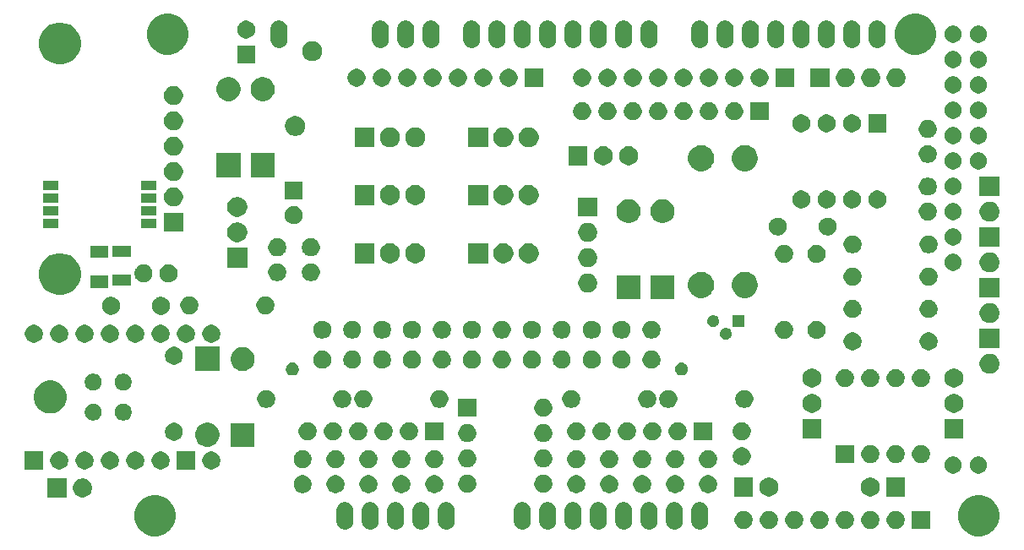
<source format=gbr>
G04 #@! TF.GenerationSoftware,KiCad,Pcbnew,(5.1.5)-3*
G04 #@! TF.CreationDate,2020-04-18T22:36:26-04:00*
G04 #@! TF.ProjectId,NO2C,4e4f3243-2e6b-4696-9361-645f70636258,vD1*
G04 #@! TF.SameCoordinates,Original*
G04 #@! TF.FileFunction,Soldermask,Top*
G04 #@! TF.FilePolarity,Negative*
%FSLAX46Y46*%
G04 Gerber Fmt 4.6, Leading zero omitted, Abs format (unit mm)*
G04 Created by KiCad (PCBNEW (5.1.5)-3) date 2020-04-18 22:36:26*
%MOMM*%
%LPD*%
G04 APERTURE LIST*
%ADD10C,0.100000*%
G04 APERTURE END LIST*
D10*
G36*
X188744926Y-112903053D02*
G01*
X189121660Y-113059101D01*
X189460713Y-113285649D01*
X189749051Y-113573987D01*
X189975599Y-113913040D01*
X190131647Y-114289774D01*
X190211200Y-114689713D01*
X190211200Y-115097487D01*
X190131647Y-115497426D01*
X189975599Y-115874160D01*
X189749051Y-116213213D01*
X189460713Y-116501551D01*
X189121660Y-116728099D01*
X188744926Y-116884147D01*
X188344987Y-116963700D01*
X187937213Y-116963700D01*
X187537274Y-116884147D01*
X187160540Y-116728099D01*
X186821487Y-116501551D01*
X186533149Y-116213213D01*
X186306601Y-115874160D01*
X186150553Y-115497426D01*
X186071000Y-115097487D01*
X186071000Y-114689713D01*
X186150553Y-114289774D01*
X186306601Y-113913040D01*
X186533149Y-113573987D01*
X186821487Y-113285649D01*
X187160540Y-113059101D01*
X187537274Y-112903053D01*
X187937213Y-112823500D01*
X188344987Y-112823500D01*
X188744926Y-112903053D01*
G37*
G36*
X106194926Y-112903053D02*
G01*
X106571660Y-113059101D01*
X106910713Y-113285649D01*
X107199051Y-113573987D01*
X107425599Y-113913040D01*
X107581647Y-114289774D01*
X107661200Y-114689713D01*
X107661200Y-115097487D01*
X107581647Y-115497426D01*
X107425599Y-115874160D01*
X107199051Y-116213213D01*
X106910713Y-116501551D01*
X106571660Y-116728099D01*
X106194926Y-116884147D01*
X105794987Y-116963700D01*
X105387213Y-116963700D01*
X104987274Y-116884147D01*
X104610540Y-116728099D01*
X104271487Y-116501551D01*
X103983149Y-116213213D01*
X103756601Y-115874160D01*
X103600553Y-115497426D01*
X103521000Y-115097487D01*
X103521000Y-114689713D01*
X103600553Y-114289774D01*
X103756601Y-113913040D01*
X103983149Y-113573987D01*
X104271487Y-113285649D01*
X104610540Y-113059101D01*
X104987274Y-112903053D01*
X105387213Y-112823500D01*
X105794987Y-112823500D01*
X106194926Y-112903053D01*
G37*
G36*
X129890390Y-113534495D02*
G01*
X129890393Y-113534496D01*
X129890394Y-113534496D01*
X129928563Y-113546075D01*
X130053182Y-113583877D01*
X130105793Y-113611998D01*
X130203211Y-113664069D01*
X130334712Y-113771988D01*
X130442631Y-113903488D01*
X130482727Y-113978502D01*
X130522823Y-114053517D01*
X130572205Y-114216309D01*
X130584700Y-114343174D01*
X130584700Y-115444026D01*
X130572205Y-115570891D01*
X130522823Y-115733683D01*
X130482727Y-115808698D01*
X130442631Y-115883712D01*
X130334712Y-116015212D01*
X130203212Y-116123131D01*
X130128198Y-116163227D01*
X130053183Y-116203323D01*
X129928564Y-116241125D01*
X129890395Y-116252704D01*
X129890394Y-116252704D01*
X129890391Y-116252705D01*
X129721100Y-116269379D01*
X129551810Y-116252705D01*
X129551807Y-116252704D01*
X129551806Y-116252704D01*
X129513637Y-116241125D01*
X129389018Y-116203323D01*
X129314003Y-116163227D01*
X129238989Y-116123131D01*
X129107489Y-116015212D01*
X128999570Y-115883712D01*
X128959474Y-115808698D01*
X128919378Y-115733683D01*
X128869996Y-115570891D01*
X128857501Y-115444025D01*
X128857500Y-114343175D01*
X128869995Y-114216310D01*
X128869997Y-114216305D01*
X128881575Y-114178137D01*
X128919377Y-114053518D01*
X128947498Y-114000907D01*
X128999569Y-113903489D01*
X129107488Y-113771988D01*
X129238988Y-113664069D01*
X129314002Y-113623973D01*
X129389017Y-113583877D01*
X129513636Y-113546075D01*
X129551805Y-113534496D01*
X129551806Y-113534496D01*
X129551809Y-113534495D01*
X129721100Y-113517821D01*
X129890390Y-113534495D01*
G37*
G36*
X132430390Y-113534495D02*
G01*
X132430393Y-113534496D01*
X132430394Y-113534496D01*
X132468563Y-113546075D01*
X132593182Y-113583877D01*
X132645793Y-113611998D01*
X132743211Y-113664069D01*
X132874712Y-113771988D01*
X132982631Y-113903488D01*
X133022727Y-113978502D01*
X133062823Y-114053517D01*
X133112205Y-114216309D01*
X133124700Y-114343174D01*
X133124700Y-115444026D01*
X133112205Y-115570891D01*
X133062823Y-115733683D01*
X133022727Y-115808698D01*
X132982631Y-115883712D01*
X132874712Y-116015212D01*
X132743212Y-116123131D01*
X132668198Y-116163227D01*
X132593183Y-116203323D01*
X132468564Y-116241125D01*
X132430395Y-116252704D01*
X132430394Y-116252704D01*
X132430391Y-116252705D01*
X132261100Y-116269379D01*
X132091810Y-116252705D01*
X132091807Y-116252704D01*
X132091806Y-116252704D01*
X132053637Y-116241125D01*
X131929018Y-116203323D01*
X131854003Y-116163227D01*
X131778989Y-116123131D01*
X131647489Y-116015212D01*
X131539570Y-115883712D01*
X131499474Y-115808698D01*
X131459378Y-115733683D01*
X131409996Y-115570891D01*
X131397501Y-115444025D01*
X131397500Y-114343175D01*
X131409995Y-114216310D01*
X131409997Y-114216305D01*
X131421575Y-114178137D01*
X131459377Y-114053518D01*
X131487498Y-114000907D01*
X131539569Y-113903489D01*
X131647488Y-113771988D01*
X131778988Y-113664069D01*
X131854002Y-113623973D01*
X131929017Y-113583877D01*
X132053636Y-113546075D01*
X132091805Y-113534496D01*
X132091806Y-113534496D01*
X132091809Y-113534495D01*
X132261100Y-113517821D01*
X132430390Y-113534495D01*
G37*
G36*
X152750390Y-113534495D02*
G01*
X152750393Y-113534496D01*
X152750394Y-113534496D01*
X152788563Y-113546075D01*
X152913182Y-113583877D01*
X152965793Y-113611998D01*
X153063211Y-113664069D01*
X153194712Y-113771988D01*
X153302631Y-113903488D01*
X153342727Y-113978502D01*
X153382823Y-114053517D01*
X153432205Y-114216309D01*
X153444700Y-114343174D01*
X153444700Y-115444026D01*
X153432205Y-115570891D01*
X153382823Y-115733683D01*
X153342727Y-115808698D01*
X153302631Y-115883712D01*
X153194712Y-116015212D01*
X153063212Y-116123131D01*
X152988198Y-116163227D01*
X152913183Y-116203323D01*
X152788564Y-116241125D01*
X152750395Y-116252704D01*
X152750394Y-116252704D01*
X152750391Y-116252705D01*
X152581100Y-116269379D01*
X152411810Y-116252705D01*
X152411807Y-116252704D01*
X152411806Y-116252704D01*
X152373637Y-116241125D01*
X152249018Y-116203323D01*
X152174003Y-116163227D01*
X152098989Y-116123131D01*
X151967489Y-116015212D01*
X151859570Y-115883712D01*
X151819474Y-115808698D01*
X151779378Y-115733683D01*
X151729996Y-115570891D01*
X151717501Y-115444025D01*
X151717500Y-114343175D01*
X151729995Y-114216310D01*
X151729997Y-114216305D01*
X151741575Y-114178137D01*
X151779377Y-114053518D01*
X151807498Y-114000907D01*
X151859569Y-113903489D01*
X151967488Y-113771988D01*
X152098988Y-113664069D01*
X152174002Y-113623973D01*
X152249017Y-113583877D01*
X152373636Y-113546075D01*
X152411805Y-113534496D01*
X152411806Y-113534496D01*
X152411809Y-113534495D01*
X152581100Y-113517821D01*
X152750390Y-113534495D01*
G37*
G36*
X134970390Y-113534495D02*
G01*
X134970393Y-113534496D01*
X134970394Y-113534496D01*
X135008563Y-113546075D01*
X135133182Y-113583877D01*
X135185793Y-113611998D01*
X135283211Y-113664069D01*
X135414712Y-113771988D01*
X135522631Y-113903488D01*
X135562727Y-113978502D01*
X135602823Y-114053517D01*
X135652205Y-114216309D01*
X135664700Y-114343174D01*
X135664700Y-115444026D01*
X135652205Y-115570891D01*
X135602823Y-115733683D01*
X135562727Y-115808698D01*
X135522631Y-115883712D01*
X135414712Y-116015212D01*
X135283212Y-116123131D01*
X135208198Y-116163227D01*
X135133183Y-116203323D01*
X135008564Y-116241125D01*
X134970395Y-116252704D01*
X134970394Y-116252704D01*
X134970391Y-116252705D01*
X134801100Y-116269379D01*
X134631810Y-116252705D01*
X134631807Y-116252704D01*
X134631806Y-116252704D01*
X134593637Y-116241125D01*
X134469018Y-116203323D01*
X134394003Y-116163227D01*
X134318989Y-116123131D01*
X134187489Y-116015212D01*
X134079570Y-115883712D01*
X134039474Y-115808698D01*
X133999378Y-115733683D01*
X133949996Y-115570891D01*
X133937501Y-115444025D01*
X133937500Y-114343175D01*
X133949995Y-114216310D01*
X133949997Y-114216305D01*
X133961575Y-114178137D01*
X133999377Y-114053518D01*
X134027498Y-114000907D01*
X134079569Y-113903489D01*
X134187488Y-113771988D01*
X134318988Y-113664069D01*
X134394002Y-113623973D01*
X134469017Y-113583877D01*
X134593636Y-113546075D01*
X134631805Y-113534496D01*
X134631806Y-113534496D01*
X134631809Y-113534495D01*
X134801100Y-113517821D01*
X134970390Y-113534495D01*
G37*
G36*
X142590390Y-113534495D02*
G01*
X142590393Y-113534496D01*
X142590394Y-113534496D01*
X142628563Y-113546075D01*
X142753182Y-113583877D01*
X142805793Y-113611998D01*
X142903211Y-113664069D01*
X143034712Y-113771988D01*
X143142631Y-113903488D01*
X143182727Y-113978502D01*
X143222823Y-114053517D01*
X143272205Y-114216309D01*
X143284700Y-114343174D01*
X143284700Y-115444026D01*
X143272205Y-115570891D01*
X143222823Y-115733683D01*
X143182727Y-115808698D01*
X143142631Y-115883712D01*
X143034712Y-116015212D01*
X142903212Y-116123131D01*
X142828198Y-116163227D01*
X142753183Y-116203323D01*
X142628564Y-116241125D01*
X142590395Y-116252704D01*
X142590394Y-116252704D01*
X142590391Y-116252705D01*
X142421100Y-116269379D01*
X142251810Y-116252705D01*
X142251807Y-116252704D01*
X142251806Y-116252704D01*
X142213637Y-116241125D01*
X142089018Y-116203323D01*
X142014003Y-116163227D01*
X141938989Y-116123131D01*
X141807489Y-116015212D01*
X141699570Y-115883712D01*
X141659474Y-115808698D01*
X141619378Y-115733683D01*
X141569996Y-115570891D01*
X141557501Y-115444025D01*
X141557500Y-114343175D01*
X141569995Y-114216310D01*
X141569997Y-114216305D01*
X141581575Y-114178137D01*
X141619377Y-114053518D01*
X141647498Y-114000907D01*
X141699569Y-113903489D01*
X141807488Y-113771988D01*
X141938988Y-113664069D01*
X142014002Y-113623973D01*
X142089017Y-113583877D01*
X142213636Y-113546075D01*
X142251805Y-113534496D01*
X142251806Y-113534496D01*
X142251809Y-113534495D01*
X142421100Y-113517821D01*
X142590390Y-113534495D01*
G37*
G36*
X145130390Y-113534495D02*
G01*
X145130393Y-113534496D01*
X145130394Y-113534496D01*
X145168563Y-113546075D01*
X145293182Y-113583877D01*
X145345793Y-113611998D01*
X145443211Y-113664069D01*
X145574712Y-113771988D01*
X145682631Y-113903488D01*
X145722727Y-113978502D01*
X145762823Y-114053517D01*
X145812205Y-114216309D01*
X145824700Y-114343174D01*
X145824700Y-115444026D01*
X145812205Y-115570891D01*
X145762823Y-115733683D01*
X145722727Y-115808698D01*
X145682631Y-115883712D01*
X145574712Y-116015212D01*
X145443212Y-116123131D01*
X145368198Y-116163227D01*
X145293183Y-116203323D01*
X145168564Y-116241125D01*
X145130395Y-116252704D01*
X145130394Y-116252704D01*
X145130391Y-116252705D01*
X144961100Y-116269379D01*
X144791810Y-116252705D01*
X144791807Y-116252704D01*
X144791806Y-116252704D01*
X144753637Y-116241125D01*
X144629018Y-116203323D01*
X144554003Y-116163227D01*
X144478989Y-116123131D01*
X144347489Y-116015212D01*
X144239570Y-115883712D01*
X144199474Y-115808698D01*
X144159378Y-115733683D01*
X144109996Y-115570891D01*
X144097501Y-115444025D01*
X144097500Y-114343175D01*
X144109995Y-114216310D01*
X144109997Y-114216305D01*
X144121575Y-114178137D01*
X144159377Y-114053518D01*
X144187498Y-114000907D01*
X144239569Y-113903489D01*
X144347488Y-113771988D01*
X144478988Y-113664069D01*
X144554002Y-113623973D01*
X144629017Y-113583877D01*
X144753636Y-113546075D01*
X144791805Y-113534496D01*
X144791806Y-113534496D01*
X144791809Y-113534495D01*
X144961100Y-113517821D01*
X145130390Y-113534495D01*
G37*
G36*
X147670390Y-113534495D02*
G01*
X147670393Y-113534496D01*
X147670394Y-113534496D01*
X147708563Y-113546075D01*
X147833182Y-113583877D01*
X147885793Y-113611998D01*
X147983211Y-113664069D01*
X148114712Y-113771988D01*
X148222631Y-113903488D01*
X148262727Y-113978502D01*
X148302823Y-114053517D01*
X148352205Y-114216309D01*
X148364700Y-114343174D01*
X148364700Y-115444026D01*
X148352205Y-115570891D01*
X148302823Y-115733683D01*
X148262727Y-115808698D01*
X148222631Y-115883712D01*
X148114712Y-116015212D01*
X147983212Y-116123131D01*
X147908198Y-116163227D01*
X147833183Y-116203323D01*
X147708564Y-116241125D01*
X147670395Y-116252704D01*
X147670394Y-116252704D01*
X147670391Y-116252705D01*
X147501100Y-116269379D01*
X147331810Y-116252705D01*
X147331807Y-116252704D01*
X147331806Y-116252704D01*
X147293637Y-116241125D01*
X147169018Y-116203323D01*
X147094003Y-116163227D01*
X147018989Y-116123131D01*
X146887489Y-116015212D01*
X146779570Y-115883712D01*
X146739474Y-115808698D01*
X146699378Y-115733683D01*
X146649996Y-115570891D01*
X146637501Y-115444025D01*
X146637500Y-114343175D01*
X146649995Y-114216310D01*
X146649997Y-114216305D01*
X146661575Y-114178137D01*
X146699377Y-114053518D01*
X146727498Y-114000907D01*
X146779569Y-113903489D01*
X146887488Y-113771988D01*
X147018988Y-113664069D01*
X147094002Y-113623973D01*
X147169017Y-113583877D01*
X147293636Y-113546075D01*
X147331805Y-113534496D01*
X147331806Y-113534496D01*
X147331809Y-113534495D01*
X147501100Y-113517821D01*
X147670390Y-113534495D01*
G37*
G36*
X155290390Y-113534495D02*
G01*
X155290393Y-113534496D01*
X155290394Y-113534496D01*
X155328563Y-113546075D01*
X155453182Y-113583877D01*
X155505793Y-113611998D01*
X155603211Y-113664069D01*
X155734712Y-113771988D01*
X155842631Y-113903488D01*
X155882727Y-113978502D01*
X155922823Y-114053517D01*
X155972205Y-114216309D01*
X155984700Y-114343174D01*
X155984700Y-115444026D01*
X155972205Y-115570891D01*
X155922823Y-115733683D01*
X155882727Y-115808698D01*
X155842631Y-115883712D01*
X155734712Y-116015212D01*
X155603212Y-116123131D01*
X155528198Y-116163227D01*
X155453183Y-116203323D01*
X155328564Y-116241125D01*
X155290395Y-116252704D01*
X155290394Y-116252704D01*
X155290391Y-116252705D01*
X155121100Y-116269379D01*
X154951810Y-116252705D01*
X154951807Y-116252704D01*
X154951806Y-116252704D01*
X154913637Y-116241125D01*
X154789018Y-116203323D01*
X154714003Y-116163227D01*
X154638989Y-116123131D01*
X154507489Y-116015212D01*
X154399570Y-115883712D01*
X154359474Y-115808698D01*
X154319378Y-115733683D01*
X154269996Y-115570891D01*
X154257501Y-115444025D01*
X154257500Y-114343175D01*
X154269995Y-114216310D01*
X154269997Y-114216305D01*
X154281575Y-114178137D01*
X154319377Y-114053518D01*
X154347498Y-114000907D01*
X154399569Y-113903489D01*
X154507488Y-113771988D01*
X154638988Y-113664069D01*
X154714002Y-113623973D01*
X154789017Y-113583877D01*
X154913636Y-113546075D01*
X154951805Y-113534496D01*
X154951806Y-113534496D01*
X154951809Y-113534495D01*
X155121100Y-113517821D01*
X155290390Y-113534495D01*
G37*
G36*
X157830390Y-113534495D02*
G01*
X157830393Y-113534496D01*
X157830394Y-113534496D01*
X157868563Y-113546075D01*
X157993182Y-113583877D01*
X158045793Y-113611998D01*
X158143211Y-113664069D01*
X158274712Y-113771988D01*
X158382631Y-113903488D01*
X158422727Y-113978502D01*
X158462823Y-114053517D01*
X158512205Y-114216309D01*
X158524700Y-114343174D01*
X158524700Y-115444026D01*
X158512205Y-115570891D01*
X158462823Y-115733683D01*
X158422727Y-115808698D01*
X158382631Y-115883712D01*
X158274712Y-116015212D01*
X158143212Y-116123131D01*
X158068198Y-116163227D01*
X157993183Y-116203323D01*
X157868564Y-116241125D01*
X157830395Y-116252704D01*
X157830394Y-116252704D01*
X157830391Y-116252705D01*
X157661100Y-116269379D01*
X157491810Y-116252705D01*
X157491807Y-116252704D01*
X157491806Y-116252704D01*
X157453637Y-116241125D01*
X157329018Y-116203323D01*
X157254003Y-116163227D01*
X157178989Y-116123131D01*
X157047489Y-116015212D01*
X156939570Y-115883712D01*
X156899474Y-115808698D01*
X156859378Y-115733683D01*
X156809996Y-115570891D01*
X156797501Y-115444025D01*
X156797500Y-114343175D01*
X156809995Y-114216310D01*
X156809997Y-114216305D01*
X156821575Y-114178137D01*
X156859377Y-114053518D01*
X156887498Y-114000907D01*
X156939569Y-113903489D01*
X157047488Y-113771988D01*
X157178988Y-113664069D01*
X157254002Y-113623973D01*
X157329017Y-113583877D01*
X157453636Y-113546075D01*
X157491805Y-113534496D01*
X157491806Y-113534496D01*
X157491809Y-113534495D01*
X157661100Y-113517821D01*
X157830390Y-113534495D01*
G37*
G36*
X160370390Y-113534495D02*
G01*
X160370393Y-113534496D01*
X160370394Y-113534496D01*
X160408563Y-113546075D01*
X160533182Y-113583877D01*
X160585793Y-113611998D01*
X160683211Y-113664069D01*
X160814712Y-113771988D01*
X160922631Y-113903488D01*
X160962727Y-113978502D01*
X161002823Y-114053517D01*
X161052205Y-114216309D01*
X161064700Y-114343174D01*
X161064700Y-115444026D01*
X161052205Y-115570891D01*
X161002823Y-115733683D01*
X160962727Y-115808698D01*
X160922631Y-115883712D01*
X160814712Y-116015212D01*
X160683212Y-116123131D01*
X160608198Y-116163227D01*
X160533183Y-116203323D01*
X160408564Y-116241125D01*
X160370395Y-116252704D01*
X160370394Y-116252704D01*
X160370391Y-116252705D01*
X160201100Y-116269379D01*
X160031810Y-116252705D01*
X160031807Y-116252704D01*
X160031806Y-116252704D01*
X159993637Y-116241125D01*
X159869018Y-116203323D01*
X159794003Y-116163227D01*
X159718989Y-116123131D01*
X159587489Y-116015212D01*
X159479570Y-115883712D01*
X159439474Y-115808698D01*
X159399378Y-115733683D01*
X159349996Y-115570891D01*
X159337501Y-115444025D01*
X159337500Y-114343175D01*
X159349995Y-114216310D01*
X159349997Y-114216305D01*
X159361575Y-114178137D01*
X159399377Y-114053518D01*
X159427498Y-114000907D01*
X159479569Y-113903489D01*
X159587488Y-113771988D01*
X159718988Y-113664069D01*
X159794002Y-113623973D01*
X159869017Y-113583877D01*
X159993636Y-113546075D01*
X160031805Y-113534496D01*
X160031806Y-113534496D01*
X160031809Y-113534495D01*
X160201100Y-113517821D01*
X160370390Y-113534495D01*
G37*
G36*
X124810390Y-113534495D02*
G01*
X124810393Y-113534496D01*
X124810394Y-113534496D01*
X124848563Y-113546075D01*
X124973182Y-113583877D01*
X125025793Y-113611998D01*
X125123211Y-113664069D01*
X125254712Y-113771988D01*
X125362631Y-113903488D01*
X125402726Y-113978502D01*
X125442823Y-114053517D01*
X125492205Y-114216309D01*
X125504700Y-114343174D01*
X125504700Y-115444026D01*
X125492205Y-115570891D01*
X125442823Y-115733683D01*
X125402727Y-115808698D01*
X125362631Y-115883712D01*
X125254712Y-116015212D01*
X125123212Y-116123131D01*
X125048198Y-116163227D01*
X124973183Y-116203323D01*
X124848564Y-116241125D01*
X124810395Y-116252704D01*
X124810394Y-116252704D01*
X124810391Y-116252705D01*
X124641100Y-116269379D01*
X124471810Y-116252705D01*
X124471807Y-116252704D01*
X124471806Y-116252704D01*
X124433637Y-116241125D01*
X124309018Y-116203323D01*
X124234003Y-116163227D01*
X124158989Y-116123131D01*
X124027489Y-116015212D01*
X123919570Y-115883712D01*
X123879474Y-115808698D01*
X123839378Y-115733683D01*
X123789996Y-115570891D01*
X123777501Y-115444025D01*
X123777500Y-114343175D01*
X123789995Y-114216310D01*
X123789997Y-114216305D01*
X123801575Y-114178137D01*
X123839377Y-114053518D01*
X123867498Y-114000907D01*
X123919569Y-113903489D01*
X124027488Y-113771988D01*
X124158988Y-113664069D01*
X124234002Y-113623973D01*
X124309017Y-113583877D01*
X124433636Y-113546075D01*
X124471805Y-113534496D01*
X124471806Y-113534496D01*
X124471809Y-113534495D01*
X124641100Y-113517821D01*
X124810390Y-113534495D01*
G37*
G36*
X127350390Y-113534495D02*
G01*
X127350393Y-113534496D01*
X127350394Y-113534496D01*
X127388563Y-113546075D01*
X127513182Y-113583877D01*
X127565793Y-113611998D01*
X127663211Y-113664069D01*
X127794712Y-113771988D01*
X127902631Y-113903488D01*
X127942726Y-113978502D01*
X127982823Y-114053517D01*
X128032205Y-114216309D01*
X128044700Y-114343174D01*
X128044700Y-115444026D01*
X128032205Y-115570891D01*
X127982823Y-115733683D01*
X127942727Y-115808698D01*
X127902631Y-115883712D01*
X127794712Y-116015212D01*
X127663212Y-116123131D01*
X127588198Y-116163227D01*
X127513183Y-116203323D01*
X127388564Y-116241125D01*
X127350395Y-116252704D01*
X127350394Y-116252704D01*
X127350391Y-116252705D01*
X127181100Y-116269379D01*
X127011810Y-116252705D01*
X127011807Y-116252704D01*
X127011806Y-116252704D01*
X126973637Y-116241125D01*
X126849018Y-116203323D01*
X126774003Y-116163227D01*
X126698989Y-116123131D01*
X126567489Y-116015212D01*
X126459570Y-115883712D01*
X126419474Y-115808698D01*
X126379378Y-115733683D01*
X126329996Y-115570891D01*
X126317501Y-115444025D01*
X126317500Y-114343175D01*
X126329995Y-114216310D01*
X126329997Y-114216305D01*
X126341575Y-114178137D01*
X126379377Y-114053518D01*
X126407498Y-114000907D01*
X126459569Y-113903489D01*
X126567488Y-113771988D01*
X126698988Y-113664069D01*
X126774002Y-113623973D01*
X126849017Y-113583877D01*
X126973636Y-113546075D01*
X127011805Y-113534496D01*
X127011806Y-113534496D01*
X127011809Y-113534495D01*
X127181100Y-113517821D01*
X127350390Y-113534495D01*
G37*
G36*
X150210390Y-113534495D02*
G01*
X150210393Y-113534496D01*
X150210394Y-113534496D01*
X150248563Y-113546075D01*
X150373182Y-113583877D01*
X150425793Y-113611998D01*
X150523211Y-113664069D01*
X150654712Y-113771988D01*
X150762631Y-113903488D01*
X150802727Y-113978502D01*
X150842823Y-114053517D01*
X150892205Y-114216309D01*
X150904700Y-114343174D01*
X150904700Y-115444026D01*
X150892205Y-115570891D01*
X150842823Y-115733683D01*
X150802727Y-115808698D01*
X150762631Y-115883712D01*
X150654712Y-116015212D01*
X150523212Y-116123131D01*
X150448198Y-116163227D01*
X150373183Y-116203323D01*
X150248564Y-116241125D01*
X150210395Y-116252704D01*
X150210394Y-116252704D01*
X150210391Y-116252705D01*
X150041100Y-116269379D01*
X149871810Y-116252705D01*
X149871807Y-116252704D01*
X149871806Y-116252704D01*
X149833637Y-116241125D01*
X149709018Y-116203323D01*
X149634003Y-116163227D01*
X149558989Y-116123131D01*
X149427489Y-116015212D01*
X149319570Y-115883712D01*
X149279474Y-115808698D01*
X149239378Y-115733683D01*
X149189996Y-115570891D01*
X149177501Y-115444025D01*
X149177500Y-114343175D01*
X149189995Y-114216310D01*
X149189997Y-114216305D01*
X149201575Y-114178137D01*
X149239377Y-114053518D01*
X149267498Y-114000907D01*
X149319569Y-113903489D01*
X149427488Y-113771988D01*
X149558988Y-113664069D01*
X149634002Y-113623973D01*
X149709017Y-113583877D01*
X149833636Y-113546075D01*
X149871805Y-113534496D01*
X149871806Y-113534496D01*
X149871809Y-113534495D01*
X150041100Y-113517821D01*
X150210390Y-113534495D01*
G37*
G36*
X177554987Y-114449048D02*
G01*
X177719065Y-114517011D01*
X177866740Y-114615685D01*
X177992315Y-114741260D01*
X178090989Y-114888935D01*
X178158952Y-115053013D01*
X178193600Y-115227200D01*
X178193600Y-115404800D01*
X178158952Y-115578987D01*
X178090989Y-115743065D01*
X178090987Y-115743068D01*
X177997011Y-115883713D01*
X177992315Y-115890740D01*
X177866740Y-116016315D01*
X177719065Y-116114989D01*
X177554987Y-116182952D01*
X177380800Y-116217600D01*
X177203200Y-116217600D01*
X177029013Y-116182952D01*
X176864935Y-116114989D01*
X176717260Y-116016315D01*
X176591685Y-115890740D01*
X176586990Y-115883713D01*
X176493013Y-115743068D01*
X176493011Y-115743065D01*
X176425048Y-115578987D01*
X176390400Y-115404800D01*
X176390400Y-115227200D01*
X176425048Y-115053013D01*
X176493011Y-114888935D01*
X176591685Y-114741260D01*
X176717260Y-114615685D01*
X176864935Y-114517011D01*
X177029013Y-114449048D01*
X177203200Y-114414400D01*
X177380800Y-114414400D01*
X177554987Y-114449048D01*
G37*
G36*
X164854987Y-114449048D02*
G01*
X165019065Y-114517011D01*
X165166740Y-114615685D01*
X165292315Y-114741260D01*
X165390989Y-114888935D01*
X165458952Y-115053013D01*
X165493600Y-115227200D01*
X165493600Y-115404800D01*
X165458952Y-115578987D01*
X165390989Y-115743065D01*
X165390987Y-115743068D01*
X165297011Y-115883713D01*
X165292315Y-115890740D01*
X165166740Y-116016315D01*
X165019065Y-116114989D01*
X164854987Y-116182952D01*
X164680800Y-116217600D01*
X164503200Y-116217600D01*
X164329013Y-116182952D01*
X164164935Y-116114989D01*
X164017260Y-116016315D01*
X163891685Y-115890740D01*
X163886990Y-115883713D01*
X163793013Y-115743068D01*
X163793011Y-115743065D01*
X163725048Y-115578987D01*
X163690400Y-115404800D01*
X163690400Y-115227200D01*
X163725048Y-115053013D01*
X163793011Y-114888935D01*
X163891685Y-114741260D01*
X164017260Y-114615685D01*
X164164935Y-114517011D01*
X164329013Y-114449048D01*
X164503200Y-114414400D01*
X164680800Y-114414400D01*
X164854987Y-114449048D01*
G37*
G36*
X167394987Y-114449048D02*
G01*
X167559065Y-114517011D01*
X167706740Y-114615685D01*
X167832315Y-114741260D01*
X167930989Y-114888935D01*
X167998952Y-115053013D01*
X168033600Y-115227200D01*
X168033600Y-115404800D01*
X167998952Y-115578987D01*
X167930989Y-115743065D01*
X167930987Y-115743068D01*
X167837011Y-115883713D01*
X167832315Y-115890740D01*
X167706740Y-116016315D01*
X167559065Y-116114989D01*
X167394987Y-116182952D01*
X167220800Y-116217600D01*
X167043200Y-116217600D01*
X166869013Y-116182952D01*
X166704935Y-116114989D01*
X166557260Y-116016315D01*
X166431685Y-115890740D01*
X166426990Y-115883713D01*
X166333013Y-115743068D01*
X166333011Y-115743065D01*
X166265048Y-115578987D01*
X166230400Y-115404800D01*
X166230400Y-115227200D01*
X166265048Y-115053013D01*
X166333011Y-114888935D01*
X166431685Y-114741260D01*
X166557260Y-114615685D01*
X166704935Y-114517011D01*
X166869013Y-114449048D01*
X167043200Y-114414400D01*
X167220800Y-114414400D01*
X167394987Y-114449048D01*
G37*
G36*
X169934987Y-114449048D02*
G01*
X170099065Y-114517011D01*
X170246740Y-114615685D01*
X170372315Y-114741260D01*
X170470989Y-114888935D01*
X170538952Y-115053013D01*
X170573600Y-115227200D01*
X170573600Y-115404800D01*
X170538952Y-115578987D01*
X170470989Y-115743065D01*
X170470987Y-115743068D01*
X170377011Y-115883713D01*
X170372315Y-115890740D01*
X170246740Y-116016315D01*
X170099065Y-116114989D01*
X169934987Y-116182952D01*
X169760800Y-116217600D01*
X169583200Y-116217600D01*
X169409013Y-116182952D01*
X169244935Y-116114989D01*
X169097260Y-116016315D01*
X168971685Y-115890740D01*
X168966990Y-115883713D01*
X168873013Y-115743068D01*
X168873011Y-115743065D01*
X168805048Y-115578987D01*
X168770400Y-115404800D01*
X168770400Y-115227200D01*
X168805048Y-115053013D01*
X168873011Y-114888935D01*
X168971685Y-114741260D01*
X169097260Y-114615685D01*
X169244935Y-114517011D01*
X169409013Y-114449048D01*
X169583200Y-114414400D01*
X169760800Y-114414400D01*
X169934987Y-114449048D01*
G37*
G36*
X172474987Y-114449048D02*
G01*
X172639065Y-114517011D01*
X172786740Y-114615685D01*
X172912315Y-114741260D01*
X173010989Y-114888935D01*
X173078952Y-115053013D01*
X173113600Y-115227200D01*
X173113600Y-115404800D01*
X173078952Y-115578987D01*
X173010989Y-115743065D01*
X173010987Y-115743068D01*
X172917011Y-115883713D01*
X172912315Y-115890740D01*
X172786740Y-116016315D01*
X172639065Y-116114989D01*
X172474987Y-116182952D01*
X172300800Y-116217600D01*
X172123200Y-116217600D01*
X171949013Y-116182952D01*
X171784935Y-116114989D01*
X171637260Y-116016315D01*
X171511685Y-115890740D01*
X171506990Y-115883713D01*
X171413013Y-115743068D01*
X171413011Y-115743065D01*
X171345048Y-115578987D01*
X171310400Y-115404800D01*
X171310400Y-115227200D01*
X171345048Y-115053013D01*
X171413011Y-114888935D01*
X171511685Y-114741260D01*
X171637260Y-114615685D01*
X171784935Y-114517011D01*
X171949013Y-114449048D01*
X172123200Y-114414400D01*
X172300800Y-114414400D01*
X172474987Y-114449048D01*
G37*
G36*
X175014987Y-114449048D02*
G01*
X175179065Y-114517011D01*
X175326740Y-114615685D01*
X175452315Y-114741260D01*
X175550989Y-114888935D01*
X175618952Y-115053013D01*
X175653600Y-115227200D01*
X175653600Y-115404800D01*
X175618952Y-115578987D01*
X175550989Y-115743065D01*
X175550987Y-115743068D01*
X175457011Y-115883713D01*
X175452315Y-115890740D01*
X175326740Y-116016315D01*
X175179065Y-116114989D01*
X175014987Y-116182952D01*
X174840800Y-116217600D01*
X174663200Y-116217600D01*
X174489013Y-116182952D01*
X174324935Y-116114989D01*
X174177260Y-116016315D01*
X174051685Y-115890740D01*
X174046990Y-115883713D01*
X173953013Y-115743068D01*
X173953011Y-115743065D01*
X173885048Y-115578987D01*
X173850400Y-115404800D01*
X173850400Y-115227200D01*
X173885048Y-115053013D01*
X173953011Y-114888935D01*
X174051685Y-114741260D01*
X174177260Y-114615685D01*
X174324935Y-114517011D01*
X174489013Y-114449048D01*
X174663200Y-114414400D01*
X174840800Y-114414400D01*
X175014987Y-114449048D01*
G37*
G36*
X180094987Y-114449048D02*
G01*
X180259065Y-114517011D01*
X180406740Y-114615685D01*
X180532315Y-114741260D01*
X180630989Y-114888935D01*
X180698952Y-115053013D01*
X180733600Y-115227200D01*
X180733600Y-115404800D01*
X180698952Y-115578987D01*
X180630989Y-115743065D01*
X180630987Y-115743068D01*
X180537011Y-115883713D01*
X180532315Y-115890740D01*
X180406740Y-116016315D01*
X180259065Y-116114989D01*
X180094987Y-116182952D01*
X179920800Y-116217600D01*
X179743200Y-116217600D01*
X179569013Y-116182952D01*
X179404935Y-116114989D01*
X179257260Y-116016315D01*
X179131685Y-115890740D01*
X179126990Y-115883713D01*
X179033013Y-115743068D01*
X179033011Y-115743065D01*
X178965048Y-115578987D01*
X178930400Y-115404800D01*
X178930400Y-115227200D01*
X178965048Y-115053013D01*
X179033011Y-114888935D01*
X179131685Y-114741260D01*
X179257260Y-114615685D01*
X179404935Y-114517011D01*
X179569013Y-114449048D01*
X179743200Y-114414400D01*
X179920800Y-114414400D01*
X180094987Y-114449048D01*
G37*
G36*
X183273600Y-116217600D02*
G01*
X181470400Y-116217600D01*
X181470400Y-114414400D01*
X183273600Y-114414400D01*
X183273600Y-116217600D01*
G37*
G36*
X98617573Y-111184970D02*
G01*
X98790752Y-111256703D01*
X98946611Y-111360845D01*
X99079155Y-111493389D01*
X99183297Y-111649248D01*
X99255030Y-111822427D01*
X99291600Y-112006276D01*
X99291600Y-112193724D01*
X99255030Y-112377573D01*
X99183297Y-112550752D01*
X99079155Y-112706611D01*
X98946611Y-112839155D01*
X98790752Y-112943297D01*
X98617573Y-113015030D01*
X98433724Y-113051600D01*
X98246276Y-113051600D01*
X98062427Y-113015030D01*
X97889248Y-112943297D01*
X97733389Y-112839155D01*
X97600845Y-112706611D01*
X97496703Y-112550752D01*
X97424970Y-112377573D01*
X97388400Y-112193724D01*
X97388400Y-112006276D01*
X97424970Y-111822427D01*
X97496703Y-111649248D01*
X97600845Y-111493389D01*
X97733389Y-111360845D01*
X97889248Y-111256703D01*
X98062427Y-111184970D01*
X98246276Y-111148400D01*
X98433724Y-111148400D01*
X98617573Y-111184970D01*
G37*
G36*
X96751600Y-113051600D02*
G01*
X94848400Y-113051600D01*
X94848400Y-111148400D01*
X96751600Y-111148400D01*
X96751600Y-113051600D01*
G37*
G36*
X165543600Y-112965600D02*
G01*
X163640400Y-112965600D01*
X163640400Y-111062400D01*
X165543600Y-111062400D01*
X165543600Y-112965600D01*
G37*
G36*
X167409573Y-111098970D02*
G01*
X167582752Y-111170703D01*
X167738611Y-111274845D01*
X167871155Y-111407389D01*
X167975297Y-111563248D01*
X168047030Y-111736427D01*
X168083600Y-111920276D01*
X168083600Y-112107724D01*
X168047030Y-112291573D01*
X167975297Y-112464752D01*
X167871155Y-112620611D01*
X167738611Y-112753155D01*
X167582752Y-112857297D01*
X167409573Y-112929030D01*
X167225724Y-112965600D01*
X167038276Y-112965600D01*
X166854427Y-112929030D01*
X166681248Y-112857297D01*
X166525389Y-112753155D01*
X166392845Y-112620611D01*
X166288703Y-112464752D01*
X166216970Y-112291573D01*
X166180400Y-112107724D01*
X166180400Y-111920276D01*
X166216970Y-111736427D01*
X166288703Y-111563248D01*
X166392845Y-111407389D01*
X166525389Y-111274845D01*
X166681248Y-111170703D01*
X166854427Y-111098970D01*
X167038276Y-111062400D01*
X167225724Y-111062400D01*
X167409573Y-111098970D01*
G37*
G36*
X177569573Y-111098970D02*
G01*
X177742752Y-111170703D01*
X177898611Y-111274845D01*
X178031155Y-111407389D01*
X178135297Y-111563248D01*
X178207030Y-111736427D01*
X178243600Y-111920276D01*
X178243600Y-112107724D01*
X178207030Y-112291573D01*
X178135297Y-112464752D01*
X178031155Y-112620611D01*
X177898611Y-112753155D01*
X177742752Y-112857297D01*
X177569573Y-112929030D01*
X177385724Y-112965600D01*
X177198276Y-112965600D01*
X177014427Y-112929030D01*
X176841248Y-112857297D01*
X176685389Y-112753155D01*
X176552845Y-112620611D01*
X176448703Y-112464752D01*
X176376970Y-112291573D01*
X176340400Y-112107724D01*
X176340400Y-111920276D01*
X176376970Y-111736427D01*
X176448703Y-111563248D01*
X176552845Y-111407389D01*
X176685389Y-111274845D01*
X176841248Y-111170703D01*
X177014427Y-111098970D01*
X177198276Y-111062400D01*
X177385724Y-111062400D01*
X177569573Y-111098970D01*
G37*
G36*
X180783600Y-112965600D02*
G01*
X178880400Y-112965600D01*
X178880400Y-111062400D01*
X180783600Y-111062400D01*
X180783600Y-112965600D01*
G37*
G36*
X120662987Y-110853048D02*
G01*
X120827065Y-110921011D01*
X120974740Y-111019685D01*
X121100315Y-111145260D01*
X121198989Y-111292935D01*
X121266952Y-111457013D01*
X121301600Y-111631200D01*
X121301600Y-111808800D01*
X121266952Y-111982987D01*
X121198989Y-112147065D01*
X121198987Y-112147068D01*
X121102433Y-112291571D01*
X121100315Y-112294740D01*
X120974740Y-112420315D01*
X120974737Y-112420317D01*
X120974736Y-112420318D01*
X120908236Y-112464752D01*
X120827065Y-112518989D01*
X120719721Y-112563452D01*
X120662987Y-112586952D01*
X120488800Y-112621600D01*
X120311200Y-112621600D01*
X120137013Y-112586952D01*
X120080279Y-112563452D01*
X119972935Y-112518989D01*
X119891764Y-112464752D01*
X119825264Y-112420318D01*
X119825263Y-112420317D01*
X119825260Y-112420315D01*
X119699685Y-112294740D01*
X119697568Y-112291571D01*
X119601013Y-112147068D01*
X119601011Y-112147065D01*
X119533048Y-111982987D01*
X119498400Y-111808800D01*
X119498400Y-111631200D01*
X119533048Y-111457013D01*
X119601011Y-111292935D01*
X119699685Y-111145260D01*
X119825260Y-111019685D01*
X119972935Y-110921011D01*
X120137013Y-110853048D01*
X120311200Y-110818400D01*
X120488800Y-110818400D01*
X120662987Y-110853048D01*
G37*
G36*
X154694987Y-110853048D02*
G01*
X154859065Y-110921011D01*
X155006740Y-111019685D01*
X155132315Y-111145260D01*
X155230989Y-111292935D01*
X155298952Y-111457013D01*
X155333600Y-111631200D01*
X155333600Y-111808800D01*
X155298952Y-111982987D01*
X155230989Y-112147065D01*
X155230987Y-112147068D01*
X155134433Y-112291571D01*
X155132315Y-112294740D01*
X155006740Y-112420315D01*
X155006737Y-112420317D01*
X155006736Y-112420318D01*
X154940236Y-112464752D01*
X154859065Y-112518989D01*
X154751721Y-112563452D01*
X154694987Y-112586952D01*
X154520800Y-112621600D01*
X154343200Y-112621600D01*
X154169013Y-112586952D01*
X154112279Y-112563452D01*
X154004935Y-112518989D01*
X153923764Y-112464752D01*
X153857264Y-112420318D01*
X153857263Y-112420317D01*
X153857260Y-112420315D01*
X153731685Y-112294740D01*
X153729568Y-112291571D01*
X153633013Y-112147068D01*
X153633011Y-112147065D01*
X153565048Y-111982987D01*
X153530400Y-111808800D01*
X153530400Y-111631200D01*
X153565048Y-111457013D01*
X153633011Y-111292935D01*
X153731685Y-111145260D01*
X153857260Y-111019685D01*
X154004935Y-110921011D01*
X154169013Y-110853048D01*
X154343200Y-110818400D01*
X154520800Y-110818400D01*
X154694987Y-110853048D01*
G37*
G36*
X161298987Y-110853048D02*
G01*
X161463065Y-110921011D01*
X161610740Y-111019685D01*
X161736315Y-111145260D01*
X161834989Y-111292935D01*
X161902952Y-111457013D01*
X161937600Y-111631200D01*
X161937600Y-111808800D01*
X161902952Y-111982987D01*
X161834989Y-112147065D01*
X161834987Y-112147068D01*
X161738433Y-112291571D01*
X161736315Y-112294740D01*
X161610740Y-112420315D01*
X161610737Y-112420317D01*
X161610736Y-112420318D01*
X161544236Y-112464752D01*
X161463065Y-112518989D01*
X161298987Y-112586952D01*
X161124800Y-112621600D01*
X160947200Y-112621600D01*
X160773013Y-112586952D01*
X160608935Y-112518989D01*
X160527764Y-112464752D01*
X160461264Y-112420318D01*
X160461263Y-112420317D01*
X160461260Y-112420315D01*
X160335685Y-112294740D01*
X160333568Y-112291571D01*
X160237013Y-112147068D01*
X160237011Y-112147065D01*
X160169048Y-111982987D01*
X160134400Y-111808800D01*
X160134400Y-111631200D01*
X160169048Y-111457013D01*
X160237011Y-111292935D01*
X160335685Y-111145260D01*
X160461260Y-111019685D01*
X160608935Y-110921011D01*
X160773013Y-110853048D01*
X160947200Y-110818400D01*
X161124800Y-110818400D01*
X161298987Y-110853048D01*
G37*
G36*
X157996987Y-110853048D02*
G01*
X158161065Y-110921011D01*
X158308740Y-111019685D01*
X158434315Y-111145260D01*
X158532989Y-111292935D01*
X158600952Y-111457013D01*
X158635600Y-111631200D01*
X158635600Y-111808800D01*
X158600952Y-111982987D01*
X158532989Y-112147065D01*
X158532987Y-112147068D01*
X158436433Y-112291571D01*
X158434315Y-112294740D01*
X158308740Y-112420315D01*
X158308737Y-112420317D01*
X158308736Y-112420318D01*
X158242236Y-112464752D01*
X158161065Y-112518989D01*
X157996987Y-112586952D01*
X157822800Y-112621600D01*
X157645200Y-112621600D01*
X157471013Y-112586952D01*
X157306935Y-112518989D01*
X157225764Y-112464752D01*
X157159264Y-112420318D01*
X157159263Y-112420317D01*
X157159260Y-112420315D01*
X157033685Y-112294740D01*
X157031568Y-112291571D01*
X156935013Y-112147068D01*
X156935011Y-112147065D01*
X156867048Y-111982987D01*
X156832400Y-111808800D01*
X156832400Y-111631200D01*
X156867048Y-111457013D01*
X156935011Y-111292935D01*
X157033685Y-111145260D01*
X157159260Y-111019685D01*
X157306935Y-110921011D01*
X157471013Y-110853048D01*
X157645200Y-110818400D01*
X157822800Y-110818400D01*
X157996987Y-110853048D01*
G37*
G36*
X151392987Y-110853048D02*
G01*
X151557065Y-110921011D01*
X151704740Y-111019685D01*
X151830315Y-111145260D01*
X151928989Y-111292935D01*
X151996952Y-111457013D01*
X152031600Y-111631200D01*
X152031600Y-111808800D01*
X151996952Y-111982987D01*
X151928989Y-112147065D01*
X151928987Y-112147068D01*
X151832433Y-112291571D01*
X151830315Y-112294740D01*
X151704740Y-112420315D01*
X151704737Y-112420317D01*
X151704736Y-112420318D01*
X151638236Y-112464752D01*
X151557065Y-112518989D01*
X151392987Y-112586952D01*
X151218800Y-112621600D01*
X151041200Y-112621600D01*
X150867013Y-112586952D01*
X150702935Y-112518989D01*
X150621764Y-112464752D01*
X150555264Y-112420318D01*
X150555263Y-112420317D01*
X150555260Y-112420315D01*
X150429685Y-112294740D01*
X150427568Y-112291571D01*
X150331013Y-112147068D01*
X150331011Y-112147065D01*
X150263048Y-111982987D01*
X150228400Y-111808800D01*
X150228400Y-111631200D01*
X150263048Y-111457013D01*
X150331011Y-111292935D01*
X150429685Y-111145260D01*
X150555260Y-111019685D01*
X150702935Y-110921011D01*
X150867013Y-110853048D01*
X151041200Y-110818400D01*
X151218800Y-110818400D01*
X151392987Y-110853048D01*
G37*
G36*
X148090987Y-110853048D02*
G01*
X148255065Y-110921011D01*
X148402740Y-111019685D01*
X148528315Y-111145260D01*
X148626989Y-111292935D01*
X148694952Y-111457013D01*
X148729600Y-111631200D01*
X148729600Y-111808800D01*
X148694952Y-111982987D01*
X148626989Y-112147065D01*
X148626987Y-112147068D01*
X148530433Y-112291571D01*
X148528315Y-112294740D01*
X148402740Y-112420315D01*
X148402737Y-112420317D01*
X148402736Y-112420318D01*
X148336236Y-112464752D01*
X148255065Y-112518989D01*
X148090987Y-112586952D01*
X147916800Y-112621600D01*
X147739200Y-112621600D01*
X147565013Y-112586952D01*
X147400935Y-112518989D01*
X147319764Y-112464752D01*
X147253264Y-112420318D01*
X147253263Y-112420317D01*
X147253260Y-112420315D01*
X147127685Y-112294740D01*
X147125568Y-112291571D01*
X147029013Y-112147068D01*
X147029011Y-112147065D01*
X146961048Y-111982987D01*
X146926400Y-111808800D01*
X146926400Y-111631200D01*
X146961048Y-111457013D01*
X147029011Y-111292935D01*
X147127685Y-111145260D01*
X147253260Y-111019685D01*
X147400935Y-110921011D01*
X147565013Y-110853048D01*
X147739200Y-110818400D01*
X147916800Y-110818400D01*
X148090987Y-110853048D01*
G37*
G36*
X133866987Y-110853048D02*
G01*
X134031065Y-110921011D01*
X134178740Y-111019685D01*
X134304315Y-111145260D01*
X134402989Y-111292935D01*
X134470952Y-111457013D01*
X134505600Y-111631200D01*
X134505600Y-111808800D01*
X134470952Y-111982987D01*
X134402989Y-112147065D01*
X134402987Y-112147068D01*
X134306433Y-112291571D01*
X134304315Y-112294740D01*
X134178740Y-112420315D01*
X134178737Y-112420317D01*
X134178736Y-112420318D01*
X134112236Y-112464752D01*
X134031065Y-112518989D01*
X133866987Y-112586952D01*
X133692800Y-112621600D01*
X133515200Y-112621600D01*
X133341013Y-112586952D01*
X133176935Y-112518989D01*
X133095764Y-112464752D01*
X133029264Y-112420318D01*
X133029263Y-112420317D01*
X133029260Y-112420315D01*
X132903685Y-112294740D01*
X132901568Y-112291571D01*
X132805013Y-112147068D01*
X132805011Y-112147065D01*
X132737048Y-111982987D01*
X132702400Y-111808800D01*
X132702400Y-111631200D01*
X132737048Y-111457013D01*
X132805011Y-111292935D01*
X132903685Y-111145260D01*
X133029260Y-111019685D01*
X133176935Y-110921011D01*
X133341013Y-110853048D01*
X133515200Y-110818400D01*
X133692800Y-110818400D01*
X133866987Y-110853048D01*
G37*
G36*
X130564987Y-110853048D02*
G01*
X130729065Y-110921011D01*
X130876740Y-111019685D01*
X131002315Y-111145260D01*
X131100989Y-111292935D01*
X131168952Y-111457013D01*
X131203600Y-111631200D01*
X131203600Y-111808800D01*
X131168952Y-111982987D01*
X131100989Y-112147065D01*
X131100987Y-112147068D01*
X131004433Y-112291571D01*
X131002315Y-112294740D01*
X130876740Y-112420315D01*
X130876737Y-112420317D01*
X130876736Y-112420318D01*
X130810236Y-112464752D01*
X130729065Y-112518989D01*
X130564987Y-112586952D01*
X130390800Y-112621600D01*
X130213200Y-112621600D01*
X130039013Y-112586952D01*
X129874935Y-112518989D01*
X129793764Y-112464752D01*
X129727264Y-112420318D01*
X129727263Y-112420317D01*
X129727260Y-112420315D01*
X129601685Y-112294740D01*
X129599568Y-112291571D01*
X129503013Y-112147068D01*
X129503011Y-112147065D01*
X129435048Y-111982987D01*
X129400400Y-111808800D01*
X129400400Y-111631200D01*
X129435048Y-111457013D01*
X129503011Y-111292935D01*
X129601685Y-111145260D01*
X129727260Y-111019685D01*
X129874935Y-110921011D01*
X130039013Y-110853048D01*
X130213200Y-110818400D01*
X130390800Y-110818400D01*
X130564987Y-110853048D01*
G37*
G36*
X127262987Y-110853048D02*
G01*
X127427065Y-110921011D01*
X127574740Y-111019685D01*
X127700315Y-111145260D01*
X127798989Y-111292935D01*
X127866952Y-111457013D01*
X127901600Y-111631200D01*
X127901600Y-111808800D01*
X127866952Y-111982987D01*
X127798989Y-112147065D01*
X127798987Y-112147068D01*
X127702433Y-112291571D01*
X127700315Y-112294740D01*
X127574740Y-112420315D01*
X127574737Y-112420317D01*
X127574736Y-112420318D01*
X127508236Y-112464752D01*
X127427065Y-112518989D01*
X127262987Y-112586952D01*
X127088800Y-112621600D01*
X126911200Y-112621600D01*
X126737013Y-112586952D01*
X126572935Y-112518989D01*
X126491764Y-112464752D01*
X126425264Y-112420318D01*
X126425263Y-112420317D01*
X126425260Y-112420315D01*
X126299685Y-112294740D01*
X126297568Y-112291571D01*
X126201013Y-112147068D01*
X126201011Y-112147065D01*
X126133048Y-111982987D01*
X126098400Y-111808800D01*
X126098400Y-111631200D01*
X126133048Y-111457013D01*
X126201011Y-111292935D01*
X126299685Y-111145260D01*
X126425260Y-111019685D01*
X126572935Y-110921011D01*
X126737013Y-110853048D01*
X126911200Y-110818400D01*
X127088800Y-110818400D01*
X127262987Y-110853048D01*
G37*
G36*
X123962987Y-110853048D02*
G01*
X124127065Y-110921011D01*
X124274740Y-111019685D01*
X124400315Y-111145260D01*
X124498989Y-111292935D01*
X124566952Y-111457013D01*
X124601600Y-111631200D01*
X124601600Y-111808800D01*
X124566952Y-111982987D01*
X124498989Y-112147065D01*
X124498987Y-112147068D01*
X124402433Y-112291571D01*
X124400315Y-112294740D01*
X124274740Y-112420315D01*
X124274737Y-112420317D01*
X124274736Y-112420318D01*
X124208236Y-112464752D01*
X124127065Y-112518989D01*
X123962987Y-112586952D01*
X123788800Y-112621600D01*
X123611200Y-112621600D01*
X123437013Y-112586952D01*
X123272935Y-112518989D01*
X123191764Y-112464752D01*
X123125264Y-112420318D01*
X123125263Y-112420317D01*
X123125260Y-112420315D01*
X122999685Y-112294740D01*
X122997568Y-112291571D01*
X122901013Y-112147068D01*
X122901011Y-112147065D01*
X122833048Y-111982987D01*
X122798400Y-111808800D01*
X122798400Y-111631200D01*
X122833048Y-111457013D01*
X122901011Y-111292935D01*
X122999685Y-111145260D01*
X123125260Y-111019685D01*
X123272935Y-110921011D01*
X123437013Y-110853048D01*
X123611200Y-110818400D01*
X123788800Y-110818400D01*
X123962987Y-110853048D01*
G37*
G36*
X137168987Y-110829548D02*
G01*
X137333065Y-110897511D01*
X137480740Y-110996185D01*
X137606315Y-111121760D01*
X137606317Y-111121763D01*
X137606318Y-111121764D01*
X137639018Y-111170703D01*
X137704989Y-111269435D01*
X137772952Y-111433513D01*
X137807600Y-111607700D01*
X137807600Y-111785300D01*
X137772952Y-111959487D01*
X137704989Y-112123565D01*
X137606315Y-112271240D01*
X137480740Y-112396815D01*
X137333065Y-112495489D01*
X137168987Y-112563452D01*
X136994800Y-112598100D01*
X136817200Y-112598100D01*
X136643013Y-112563452D01*
X136478935Y-112495489D01*
X136331260Y-112396815D01*
X136205685Y-112271240D01*
X136107011Y-112123565D01*
X136039048Y-111959487D01*
X136004400Y-111785300D01*
X136004400Y-111607700D01*
X136039048Y-111433513D01*
X136107011Y-111269435D01*
X136172982Y-111170703D01*
X136205682Y-111121764D01*
X136205683Y-111121763D01*
X136205685Y-111121760D01*
X136331260Y-110996185D01*
X136478935Y-110897511D01*
X136643013Y-110829548D01*
X136817200Y-110794900D01*
X136994800Y-110794900D01*
X137168987Y-110829548D01*
G37*
G36*
X144788987Y-110829548D02*
G01*
X144953065Y-110897511D01*
X145100740Y-110996185D01*
X145226315Y-111121760D01*
X145226317Y-111121763D01*
X145226318Y-111121764D01*
X145259018Y-111170703D01*
X145324989Y-111269435D01*
X145392952Y-111433513D01*
X145427600Y-111607700D01*
X145427600Y-111785300D01*
X145392952Y-111959487D01*
X145324989Y-112123565D01*
X145226315Y-112271240D01*
X145100740Y-112396815D01*
X144953065Y-112495489D01*
X144788987Y-112563452D01*
X144614800Y-112598100D01*
X144437200Y-112598100D01*
X144263013Y-112563452D01*
X144098935Y-112495489D01*
X143951260Y-112396815D01*
X143825685Y-112271240D01*
X143727011Y-112123565D01*
X143659048Y-111959487D01*
X143624400Y-111785300D01*
X143624400Y-111607700D01*
X143659048Y-111433513D01*
X143727011Y-111269435D01*
X143792982Y-111170703D01*
X143825682Y-111121764D01*
X143825683Y-111121763D01*
X143825685Y-111121760D01*
X143951260Y-110996185D01*
X144098935Y-110897511D01*
X144263013Y-110829548D01*
X144437200Y-110794900D01*
X144614800Y-110794900D01*
X144788987Y-110829548D01*
G37*
G36*
X185853003Y-108983187D02*
G01*
X186010168Y-109048287D01*
X186151613Y-109142798D01*
X186271902Y-109263087D01*
X186366413Y-109404532D01*
X186431513Y-109561697D01*
X186464700Y-109728543D01*
X186464700Y-109898657D01*
X186431513Y-110065503D01*
X186366413Y-110222668D01*
X186271902Y-110364113D01*
X186151613Y-110484402D01*
X186010168Y-110578913D01*
X185853003Y-110644013D01*
X185686157Y-110677200D01*
X185516043Y-110677200D01*
X185349197Y-110644013D01*
X185192032Y-110578913D01*
X185050587Y-110484402D01*
X184930298Y-110364113D01*
X184835787Y-110222668D01*
X184770687Y-110065503D01*
X184737500Y-109898657D01*
X184737500Y-109728543D01*
X184770687Y-109561697D01*
X184835787Y-109404532D01*
X184930298Y-109263087D01*
X185050587Y-109142798D01*
X185192032Y-109048287D01*
X185349197Y-108983187D01*
X185516043Y-108950000D01*
X185686157Y-108950000D01*
X185853003Y-108983187D01*
G37*
G36*
X188393003Y-108983187D02*
G01*
X188550168Y-109048287D01*
X188691613Y-109142798D01*
X188811902Y-109263087D01*
X188906413Y-109404532D01*
X188971513Y-109561697D01*
X189004700Y-109728543D01*
X189004700Y-109898657D01*
X188971513Y-110065503D01*
X188906413Y-110222668D01*
X188811902Y-110364113D01*
X188691613Y-110484402D01*
X188550168Y-110578913D01*
X188393003Y-110644013D01*
X188226157Y-110677200D01*
X188056043Y-110677200D01*
X187889197Y-110644013D01*
X187732032Y-110578913D01*
X187590587Y-110484402D01*
X187470298Y-110364113D01*
X187375787Y-110222668D01*
X187310687Y-110065503D01*
X187277500Y-109898657D01*
X187277500Y-109728543D01*
X187310687Y-109561697D01*
X187375787Y-109404532D01*
X187470298Y-109263087D01*
X187590587Y-109142798D01*
X187732032Y-109048287D01*
X187889197Y-108983187D01*
X188056043Y-108950000D01*
X188226157Y-108950000D01*
X188393003Y-108983187D01*
G37*
G36*
X94373600Y-110248600D02*
G01*
X92570400Y-110248600D01*
X92570400Y-108445400D01*
X94373600Y-108445400D01*
X94373600Y-110248600D01*
G37*
G36*
X96274987Y-108480048D02*
G01*
X96439065Y-108548011D01*
X96439068Y-108548013D01*
X96584614Y-108645264D01*
X96586740Y-108646685D01*
X96712315Y-108772260D01*
X96810989Y-108919935D01*
X96878952Y-109084013D01*
X96913600Y-109258200D01*
X96913600Y-109435800D01*
X96878952Y-109609987D01*
X96810989Y-109774065D01*
X96712315Y-109921740D01*
X96586740Y-110047315D01*
X96586737Y-110047317D01*
X96586736Y-110047318D01*
X96439068Y-110145987D01*
X96439065Y-110145989D01*
X96274987Y-110213952D01*
X96100800Y-110248600D01*
X95923200Y-110248600D01*
X95749013Y-110213952D01*
X95584935Y-110145989D01*
X95584932Y-110145987D01*
X95437264Y-110047318D01*
X95437263Y-110047317D01*
X95437260Y-110047315D01*
X95311685Y-109921740D01*
X95213011Y-109774065D01*
X95145048Y-109609987D01*
X95110400Y-109435800D01*
X95110400Y-109258200D01*
X95145048Y-109084013D01*
X95213011Y-108919935D01*
X95311685Y-108772260D01*
X95437260Y-108646685D01*
X95439387Y-108645264D01*
X95584932Y-108548013D01*
X95584935Y-108548011D01*
X95749013Y-108480048D01*
X95923200Y-108445400D01*
X96100800Y-108445400D01*
X96274987Y-108480048D01*
G37*
G36*
X98814987Y-108480048D02*
G01*
X98979065Y-108548011D01*
X98979068Y-108548013D01*
X99124614Y-108645264D01*
X99126740Y-108646685D01*
X99252315Y-108772260D01*
X99350989Y-108919935D01*
X99418952Y-109084013D01*
X99453600Y-109258200D01*
X99453600Y-109435800D01*
X99418952Y-109609987D01*
X99350989Y-109774065D01*
X99252315Y-109921740D01*
X99126740Y-110047315D01*
X99126737Y-110047317D01*
X99126736Y-110047318D01*
X98979068Y-110145987D01*
X98979065Y-110145989D01*
X98814987Y-110213952D01*
X98640800Y-110248600D01*
X98463200Y-110248600D01*
X98289013Y-110213952D01*
X98124935Y-110145989D01*
X98124932Y-110145987D01*
X97977264Y-110047318D01*
X97977263Y-110047317D01*
X97977260Y-110047315D01*
X97851685Y-109921740D01*
X97753011Y-109774065D01*
X97685048Y-109609987D01*
X97650400Y-109435800D01*
X97650400Y-109258200D01*
X97685048Y-109084013D01*
X97753011Y-108919935D01*
X97851685Y-108772260D01*
X97977260Y-108646685D01*
X97979387Y-108645264D01*
X98124932Y-108548013D01*
X98124935Y-108548011D01*
X98289013Y-108480048D01*
X98463200Y-108445400D01*
X98640800Y-108445400D01*
X98814987Y-108480048D01*
G37*
G36*
X101354987Y-108480048D02*
G01*
X101519065Y-108548011D01*
X101519068Y-108548013D01*
X101664614Y-108645264D01*
X101666740Y-108646685D01*
X101792315Y-108772260D01*
X101890989Y-108919935D01*
X101958952Y-109084013D01*
X101993600Y-109258200D01*
X101993600Y-109435800D01*
X101958952Y-109609987D01*
X101890989Y-109774065D01*
X101792315Y-109921740D01*
X101666740Y-110047315D01*
X101666737Y-110047317D01*
X101666736Y-110047318D01*
X101519068Y-110145987D01*
X101519065Y-110145989D01*
X101354987Y-110213952D01*
X101180800Y-110248600D01*
X101003200Y-110248600D01*
X100829013Y-110213952D01*
X100664935Y-110145989D01*
X100664932Y-110145987D01*
X100517264Y-110047318D01*
X100517263Y-110047317D01*
X100517260Y-110047315D01*
X100391685Y-109921740D01*
X100293011Y-109774065D01*
X100225048Y-109609987D01*
X100190400Y-109435800D01*
X100190400Y-109258200D01*
X100225048Y-109084013D01*
X100293011Y-108919935D01*
X100391685Y-108772260D01*
X100517260Y-108646685D01*
X100519387Y-108645264D01*
X100664932Y-108548013D01*
X100664935Y-108548011D01*
X100829013Y-108480048D01*
X101003200Y-108445400D01*
X101180800Y-108445400D01*
X101354987Y-108480048D01*
G37*
G36*
X103894987Y-108480048D02*
G01*
X104059065Y-108548011D01*
X104059068Y-108548013D01*
X104204614Y-108645264D01*
X104206740Y-108646685D01*
X104332315Y-108772260D01*
X104430989Y-108919935D01*
X104498952Y-109084013D01*
X104533600Y-109258200D01*
X104533600Y-109435800D01*
X104498952Y-109609987D01*
X104430989Y-109774065D01*
X104332315Y-109921740D01*
X104206740Y-110047315D01*
X104206737Y-110047317D01*
X104206736Y-110047318D01*
X104059068Y-110145987D01*
X104059065Y-110145989D01*
X103894987Y-110213952D01*
X103720800Y-110248600D01*
X103543200Y-110248600D01*
X103369013Y-110213952D01*
X103204935Y-110145989D01*
X103204932Y-110145987D01*
X103057264Y-110047318D01*
X103057263Y-110047317D01*
X103057260Y-110047315D01*
X102931685Y-109921740D01*
X102833011Y-109774065D01*
X102765048Y-109609987D01*
X102730400Y-109435800D01*
X102730400Y-109258200D01*
X102765048Y-109084013D01*
X102833011Y-108919935D01*
X102931685Y-108772260D01*
X103057260Y-108646685D01*
X103059387Y-108645264D01*
X103204932Y-108548013D01*
X103204935Y-108548011D01*
X103369013Y-108480048D01*
X103543200Y-108445400D01*
X103720800Y-108445400D01*
X103894987Y-108480048D01*
G37*
G36*
X106434987Y-108480048D02*
G01*
X106599065Y-108548011D01*
X106599068Y-108548013D01*
X106744614Y-108645264D01*
X106746740Y-108646685D01*
X106872315Y-108772260D01*
X106970989Y-108919935D01*
X107038952Y-109084013D01*
X107073600Y-109258200D01*
X107073600Y-109435800D01*
X107038952Y-109609987D01*
X106970989Y-109774065D01*
X106872315Y-109921740D01*
X106746740Y-110047315D01*
X106746737Y-110047317D01*
X106746736Y-110047318D01*
X106599068Y-110145987D01*
X106599065Y-110145989D01*
X106434987Y-110213952D01*
X106260800Y-110248600D01*
X106083200Y-110248600D01*
X105909013Y-110213952D01*
X105744935Y-110145989D01*
X105744932Y-110145987D01*
X105597264Y-110047318D01*
X105597263Y-110047317D01*
X105597260Y-110047315D01*
X105471685Y-109921740D01*
X105373011Y-109774065D01*
X105305048Y-109609987D01*
X105270400Y-109435800D01*
X105270400Y-109258200D01*
X105305048Y-109084013D01*
X105373011Y-108919935D01*
X105471685Y-108772260D01*
X105597260Y-108646685D01*
X105599387Y-108645264D01*
X105744932Y-108548013D01*
X105744935Y-108548011D01*
X105909013Y-108480048D01*
X106083200Y-108445400D01*
X106260800Y-108445400D01*
X106434987Y-108480048D01*
G37*
G36*
X109613600Y-110248600D02*
G01*
X107810400Y-110248600D01*
X107810400Y-108445400D01*
X109613600Y-108445400D01*
X109613600Y-110248600D01*
G37*
G36*
X111514987Y-108480048D02*
G01*
X111679065Y-108548011D01*
X111679068Y-108548013D01*
X111824614Y-108645264D01*
X111826740Y-108646685D01*
X111952315Y-108772260D01*
X112050989Y-108919935D01*
X112118952Y-109084013D01*
X112153600Y-109258200D01*
X112153600Y-109435800D01*
X112118952Y-109609987D01*
X112050989Y-109774065D01*
X111952315Y-109921740D01*
X111826740Y-110047315D01*
X111826737Y-110047317D01*
X111826736Y-110047318D01*
X111679068Y-110145987D01*
X111679065Y-110145989D01*
X111514987Y-110213952D01*
X111340800Y-110248600D01*
X111163200Y-110248600D01*
X110989013Y-110213952D01*
X110824935Y-110145989D01*
X110824932Y-110145987D01*
X110677264Y-110047318D01*
X110677263Y-110047317D01*
X110677260Y-110047315D01*
X110551685Y-109921740D01*
X110453011Y-109774065D01*
X110385048Y-109609987D01*
X110350400Y-109435800D01*
X110350400Y-109258200D01*
X110385048Y-109084013D01*
X110453011Y-108919935D01*
X110551685Y-108772260D01*
X110677260Y-108646685D01*
X110679387Y-108645264D01*
X110824932Y-108548013D01*
X110824935Y-108548011D01*
X110989013Y-108480048D01*
X111163200Y-108445400D01*
X111340800Y-108445400D01*
X111514987Y-108480048D01*
G37*
G36*
X123962987Y-108353048D02*
G01*
X124127065Y-108421011D01*
X124127068Y-108421013D01*
X124243682Y-108498932D01*
X124274740Y-108519685D01*
X124400315Y-108645260D01*
X124400317Y-108645263D01*
X124400318Y-108645264D01*
X124456557Y-108729432D01*
X124498989Y-108792935D01*
X124566952Y-108957013D01*
X124601600Y-109131200D01*
X124601600Y-109308800D01*
X124566952Y-109482987D01*
X124498989Y-109647065D01*
X124498987Y-109647068D01*
X124442748Y-109731236D01*
X124400315Y-109794740D01*
X124274740Y-109920315D01*
X124274737Y-109920317D01*
X124274736Y-109920318D01*
X124222102Y-109955487D01*
X124127065Y-110018989D01*
X123962987Y-110086952D01*
X123788800Y-110121600D01*
X123611200Y-110121600D01*
X123437013Y-110086952D01*
X123272935Y-110018989D01*
X123177898Y-109955487D01*
X123125264Y-109920318D01*
X123125263Y-109920317D01*
X123125260Y-109920315D01*
X122999685Y-109794740D01*
X122957253Y-109731236D01*
X122901013Y-109647068D01*
X122901011Y-109647065D01*
X122833048Y-109482987D01*
X122798400Y-109308800D01*
X122798400Y-109131200D01*
X122833048Y-108957013D01*
X122901011Y-108792935D01*
X122943443Y-108729432D01*
X122999682Y-108645264D01*
X122999683Y-108645263D01*
X122999685Y-108645260D01*
X123125260Y-108519685D01*
X123156319Y-108498932D01*
X123272932Y-108421013D01*
X123272935Y-108421011D01*
X123437013Y-108353048D01*
X123611200Y-108318400D01*
X123788800Y-108318400D01*
X123962987Y-108353048D01*
G37*
G36*
X161298987Y-108353048D02*
G01*
X161463065Y-108421011D01*
X161463068Y-108421013D01*
X161579682Y-108498932D01*
X161610740Y-108519685D01*
X161736315Y-108645260D01*
X161736317Y-108645263D01*
X161736318Y-108645264D01*
X161792557Y-108729432D01*
X161834989Y-108792935D01*
X161902952Y-108957013D01*
X161937600Y-109131200D01*
X161937600Y-109308800D01*
X161902952Y-109482987D01*
X161834989Y-109647065D01*
X161834987Y-109647068D01*
X161778748Y-109731236D01*
X161736315Y-109794740D01*
X161610740Y-109920315D01*
X161610737Y-109920317D01*
X161610736Y-109920318D01*
X161558102Y-109955487D01*
X161463065Y-110018989D01*
X161298987Y-110086952D01*
X161124800Y-110121600D01*
X160947200Y-110121600D01*
X160773013Y-110086952D01*
X160608935Y-110018989D01*
X160513898Y-109955487D01*
X160461264Y-109920318D01*
X160461263Y-109920317D01*
X160461260Y-109920315D01*
X160335685Y-109794740D01*
X160293253Y-109731236D01*
X160237013Y-109647068D01*
X160237011Y-109647065D01*
X160169048Y-109482987D01*
X160134400Y-109308800D01*
X160134400Y-109131200D01*
X160169048Y-108957013D01*
X160237011Y-108792935D01*
X160279443Y-108729432D01*
X160335682Y-108645264D01*
X160335683Y-108645263D01*
X160335685Y-108645260D01*
X160461260Y-108519685D01*
X160492319Y-108498932D01*
X160608932Y-108421013D01*
X160608935Y-108421011D01*
X160773013Y-108353048D01*
X160947200Y-108318400D01*
X161124800Y-108318400D01*
X161298987Y-108353048D01*
G37*
G36*
X127262987Y-108353048D02*
G01*
X127427065Y-108421011D01*
X127427068Y-108421013D01*
X127543682Y-108498932D01*
X127574740Y-108519685D01*
X127700315Y-108645260D01*
X127700317Y-108645263D01*
X127700318Y-108645264D01*
X127756557Y-108729432D01*
X127798989Y-108792935D01*
X127866952Y-108957013D01*
X127901600Y-109131200D01*
X127901600Y-109308800D01*
X127866952Y-109482987D01*
X127798989Y-109647065D01*
X127798987Y-109647068D01*
X127742748Y-109731236D01*
X127700315Y-109794740D01*
X127574740Y-109920315D01*
X127574737Y-109920317D01*
X127574736Y-109920318D01*
X127522102Y-109955487D01*
X127427065Y-110018989D01*
X127262987Y-110086952D01*
X127088800Y-110121600D01*
X126911200Y-110121600D01*
X126737013Y-110086952D01*
X126572935Y-110018989D01*
X126477898Y-109955487D01*
X126425264Y-109920318D01*
X126425263Y-109920317D01*
X126425260Y-109920315D01*
X126299685Y-109794740D01*
X126257253Y-109731236D01*
X126201013Y-109647068D01*
X126201011Y-109647065D01*
X126133048Y-109482987D01*
X126098400Y-109308800D01*
X126098400Y-109131200D01*
X126133048Y-108957013D01*
X126201011Y-108792935D01*
X126243443Y-108729432D01*
X126299682Y-108645264D01*
X126299683Y-108645263D01*
X126299685Y-108645260D01*
X126425260Y-108519685D01*
X126456319Y-108498932D01*
X126572932Y-108421013D01*
X126572935Y-108421011D01*
X126737013Y-108353048D01*
X126911200Y-108318400D01*
X127088800Y-108318400D01*
X127262987Y-108353048D01*
G37*
G36*
X130564987Y-108353048D02*
G01*
X130729065Y-108421011D01*
X130729068Y-108421013D01*
X130845682Y-108498932D01*
X130876740Y-108519685D01*
X131002315Y-108645260D01*
X131002317Y-108645263D01*
X131002318Y-108645264D01*
X131058557Y-108729432D01*
X131100989Y-108792935D01*
X131168952Y-108957013D01*
X131203600Y-109131200D01*
X131203600Y-109308800D01*
X131168952Y-109482987D01*
X131100989Y-109647065D01*
X131100987Y-109647068D01*
X131044748Y-109731236D01*
X131002315Y-109794740D01*
X130876740Y-109920315D01*
X130876737Y-109920317D01*
X130876736Y-109920318D01*
X130824102Y-109955487D01*
X130729065Y-110018989D01*
X130564987Y-110086952D01*
X130390800Y-110121600D01*
X130213200Y-110121600D01*
X130039013Y-110086952D01*
X129874935Y-110018989D01*
X129779898Y-109955487D01*
X129727264Y-109920318D01*
X129727263Y-109920317D01*
X129727260Y-109920315D01*
X129601685Y-109794740D01*
X129559253Y-109731236D01*
X129503013Y-109647068D01*
X129503011Y-109647065D01*
X129435048Y-109482987D01*
X129400400Y-109308800D01*
X129400400Y-109131200D01*
X129435048Y-108957013D01*
X129503011Y-108792935D01*
X129545443Y-108729432D01*
X129601682Y-108645264D01*
X129601683Y-108645263D01*
X129601685Y-108645260D01*
X129727260Y-108519685D01*
X129758319Y-108498932D01*
X129874932Y-108421013D01*
X129874935Y-108421011D01*
X130039013Y-108353048D01*
X130213200Y-108318400D01*
X130390800Y-108318400D01*
X130564987Y-108353048D01*
G37*
G36*
X120662987Y-108353048D02*
G01*
X120827065Y-108421011D01*
X120827068Y-108421013D01*
X120943682Y-108498932D01*
X120974740Y-108519685D01*
X121100315Y-108645260D01*
X121100317Y-108645263D01*
X121100318Y-108645264D01*
X121156557Y-108729432D01*
X121198989Y-108792935D01*
X121266952Y-108957013D01*
X121301600Y-109131200D01*
X121301600Y-109308800D01*
X121266952Y-109482987D01*
X121198989Y-109647065D01*
X121198987Y-109647068D01*
X121142748Y-109731236D01*
X121100315Y-109794740D01*
X120974740Y-109920315D01*
X120974737Y-109920317D01*
X120974736Y-109920318D01*
X120922102Y-109955487D01*
X120827065Y-110018989D01*
X120662987Y-110086952D01*
X120488800Y-110121600D01*
X120311200Y-110121600D01*
X120137013Y-110086952D01*
X119972935Y-110018989D01*
X119877898Y-109955487D01*
X119825264Y-109920318D01*
X119825263Y-109920317D01*
X119825260Y-109920315D01*
X119699685Y-109794740D01*
X119657253Y-109731236D01*
X119601013Y-109647068D01*
X119601011Y-109647065D01*
X119533048Y-109482987D01*
X119498400Y-109308800D01*
X119498400Y-109131200D01*
X119533048Y-108957013D01*
X119601011Y-108792935D01*
X119643443Y-108729432D01*
X119699682Y-108645264D01*
X119699683Y-108645263D01*
X119699685Y-108645260D01*
X119825260Y-108519685D01*
X119856319Y-108498932D01*
X119972932Y-108421013D01*
X119972935Y-108421011D01*
X120137013Y-108353048D01*
X120311200Y-108318400D01*
X120488800Y-108318400D01*
X120662987Y-108353048D01*
G37*
G36*
X151392987Y-108353048D02*
G01*
X151557065Y-108421011D01*
X151557068Y-108421013D01*
X151673682Y-108498932D01*
X151704740Y-108519685D01*
X151830315Y-108645260D01*
X151830317Y-108645263D01*
X151830318Y-108645264D01*
X151886557Y-108729432D01*
X151928989Y-108792935D01*
X151996952Y-108957013D01*
X152031600Y-109131200D01*
X152031600Y-109308800D01*
X151996952Y-109482987D01*
X151928989Y-109647065D01*
X151928987Y-109647068D01*
X151872748Y-109731236D01*
X151830315Y-109794740D01*
X151704740Y-109920315D01*
X151704737Y-109920317D01*
X151704736Y-109920318D01*
X151652102Y-109955487D01*
X151557065Y-110018989D01*
X151392987Y-110086952D01*
X151218800Y-110121600D01*
X151041200Y-110121600D01*
X150867013Y-110086952D01*
X150702935Y-110018989D01*
X150607898Y-109955487D01*
X150555264Y-109920318D01*
X150555263Y-109920317D01*
X150555260Y-109920315D01*
X150429685Y-109794740D01*
X150387253Y-109731236D01*
X150331013Y-109647068D01*
X150331011Y-109647065D01*
X150263048Y-109482987D01*
X150228400Y-109308800D01*
X150228400Y-109131200D01*
X150263048Y-108957013D01*
X150331011Y-108792935D01*
X150373443Y-108729432D01*
X150429682Y-108645264D01*
X150429683Y-108645263D01*
X150429685Y-108645260D01*
X150555260Y-108519685D01*
X150586319Y-108498932D01*
X150702932Y-108421013D01*
X150702935Y-108421011D01*
X150867013Y-108353048D01*
X151041200Y-108318400D01*
X151218800Y-108318400D01*
X151392987Y-108353048D01*
G37*
G36*
X154694987Y-108353048D02*
G01*
X154859065Y-108421011D01*
X154859068Y-108421013D01*
X154975682Y-108498932D01*
X155006740Y-108519685D01*
X155132315Y-108645260D01*
X155132317Y-108645263D01*
X155132318Y-108645264D01*
X155188557Y-108729432D01*
X155230989Y-108792935D01*
X155298952Y-108957013D01*
X155333600Y-109131200D01*
X155333600Y-109308800D01*
X155298952Y-109482987D01*
X155230989Y-109647065D01*
X155230987Y-109647068D01*
X155174748Y-109731236D01*
X155132315Y-109794740D01*
X155006740Y-109920315D01*
X155006737Y-109920317D01*
X155006736Y-109920318D01*
X154954102Y-109955487D01*
X154859065Y-110018989D01*
X154694987Y-110086952D01*
X154520800Y-110121600D01*
X154343200Y-110121600D01*
X154169013Y-110086952D01*
X154004935Y-110018989D01*
X153909898Y-109955487D01*
X153857264Y-109920318D01*
X153857263Y-109920317D01*
X153857260Y-109920315D01*
X153731685Y-109794740D01*
X153689253Y-109731236D01*
X153633013Y-109647068D01*
X153633011Y-109647065D01*
X153565048Y-109482987D01*
X153530400Y-109308800D01*
X153530400Y-109131200D01*
X153565048Y-108957013D01*
X153633011Y-108792935D01*
X153675443Y-108729432D01*
X153731682Y-108645264D01*
X153731683Y-108645263D01*
X153731685Y-108645260D01*
X153857260Y-108519685D01*
X153888319Y-108498932D01*
X154004932Y-108421013D01*
X154004935Y-108421011D01*
X154169013Y-108353048D01*
X154343200Y-108318400D01*
X154520800Y-108318400D01*
X154694987Y-108353048D01*
G37*
G36*
X133866987Y-108353048D02*
G01*
X134031065Y-108421011D01*
X134031068Y-108421013D01*
X134147682Y-108498932D01*
X134178740Y-108519685D01*
X134304315Y-108645260D01*
X134304317Y-108645263D01*
X134304318Y-108645264D01*
X134360557Y-108729432D01*
X134402989Y-108792935D01*
X134470952Y-108957013D01*
X134505600Y-109131200D01*
X134505600Y-109308800D01*
X134470952Y-109482987D01*
X134402989Y-109647065D01*
X134402987Y-109647068D01*
X134346748Y-109731236D01*
X134304315Y-109794740D01*
X134178740Y-109920315D01*
X134178737Y-109920317D01*
X134178736Y-109920318D01*
X134126102Y-109955487D01*
X134031065Y-110018989D01*
X133866987Y-110086952D01*
X133692800Y-110121600D01*
X133515200Y-110121600D01*
X133341013Y-110086952D01*
X133176935Y-110018989D01*
X133081898Y-109955487D01*
X133029264Y-109920318D01*
X133029263Y-109920317D01*
X133029260Y-109920315D01*
X132903685Y-109794740D01*
X132861253Y-109731236D01*
X132805013Y-109647068D01*
X132805011Y-109647065D01*
X132737048Y-109482987D01*
X132702400Y-109308800D01*
X132702400Y-109131200D01*
X132737048Y-108957013D01*
X132805011Y-108792935D01*
X132847443Y-108729432D01*
X132903682Y-108645264D01*
X132903683Y-108645263D01*
X132903685Y-108645260D01*
X133029260Y-108519685D01*
X133060319Y-108498932D01*
X133176932Y-108421013D01*
X133176935Y-108421011D01*
X133341013Y-108353048D01*
X133515200Y-108318400D01*
X133692800Y-108318400D01*
X133866987Y-108353048D01*
G37*
G36*
X157996987Y-108353048D02*
G01*
X158161065Y-108421011D01*
X158161068Y-108421013D01*
X158277682Y-108498932D01*
X158308740Y-108519685D01*
X158434315Y-108645260D01*
X158434317Y-108645263D01*
X158434318Y-108645264D01*
X158490557Y-108729432D01*
X158532989Y-108792935D01*
X158600952Y-108957013D01*
X158635600Y-109131200D01*
X158635600Y-109308800D01*
X158600952Y-109482987D01*
X158532989Y-109647065D01*
X158532987Y-109647068D01*
X158476748Y-109731236D01*
X158434315Y-109794740D01*
X158308740Y-109920315D01*
X158308737Y-109920317D01*
X158308736Y-109920318D01*
X158256102Y-109955487D01*
X158161065Y-110018989D01*
X157996987Y-110086952D01*
X157822800Y-110121600D01*
X157645200Y-110121600D01*
X157471013Y-110086952D01*
X157306935Y-110018989D01*
X157211898Y-109955487D01*
X157159264Y-109920318D01*
X157159263Y-109920317D01*
X157159260Y-109920315D01*
X157033685Y-109794740D01*
X156991253Y-109731236D01*
X156935013Y-109647068D01*
X156935011Y-109647065D01*
X156867048Y-109482987D01*
X156832400Y-109308800D01*
X156832400Y-109131200D01*
X156867048Y-108957013D01*
X156935011Y-108792935D01*
X156977443Y-108729432D01*
X157033682Y-108645264D01*
X157033683Y-108645263D01*
X157033685Y-108645260D01*
X157159260Y-108519685D01*
X157190319Y-108498932D01*
X157306932Y-108421013D01*
X157306935Y-108421011D01*
X157471013Y-108353048D01*
X157645200Y-108318400D01*
X157822800Y-108318400D01*
X157996987Y-108353048D01*
G37*
G36*
X148090987Y-108353048D02*
G01*
X148255065Y-108421011D01*
X148255068Y-108421013D01*
X148371682Y-108498932D01*
X148402740Y-108519685D01*
X148528315Y-108645260D01*
X148528317Y-108645263D01*
X148528318Y-108645264D01*
X148584557Y-108729432D01*
X148626989Y-108792935D01*
X148694952Y-108957013D01*
X148729600Y-109131200D01*
X148729600Y-109308800D01*
X148694952Y-109482987D01*
X148626989Y-109647065D01*
X148626987Y-109647068D01*
X148570748Y-109731236D01*
X148528315Y-109794740D01*
X148402740Y-109920315D01*
X148402737Y-109920317D01*
X148402736Y-109920318D01*
X148350102Y-109955487D01*
X148255065Y-110018989D01*
X148090987Y-110086952D01*
X147916800Y-110121600D01*
X147739200Y-110121600D01*
X147565013Y-110086952D01*
X147400935Y-110018989D01*
X147305898Y-109955487D01*
X147253264Y-109920318D01*
X147253263Y-109920317D01*
X147253260Y-109920315D01*
X147127685Y-109794740D01*
X147085253Y-109731236D01*
X147029013Y-109647068D01*
X147029011Y-109647065D01*
X146961048Y-109482987D01*
X146926400Y-109308800D01*
X146926400Y-109131200D01*
X146961048Y-108957013D01*
X147029011Y-108792935D01*
X147071443Y-108729432D01*
X147127682Y-108645264D01*
X147127683Y-108645263D01*
X147127685Y-108645260D01*
X147253260Y-108519685D01*
X147284319Y-108498932D01*
X147400932Y-108421013D01*
X147400935Y-108421011D01*
X147565013Y-108353048D01*
X147739200Y-108318400D01*
X147916800Y-108318400D01*
X148090987Y-108353048D01*
G37*
G36*
X137168987Y-108289548D02*
G01*
X137333065Y-108357511D01*
X137333068Y-108357513D01*
X137470007Y-108449013D01*
X137480740Y-108456185D01*
X137606315Y-108581760D01*
X137606317Y-108581763D01*
X137606318Y-108581764D01*
X137649695Y-108646682D01*
X137704989Y-108729435D01*
X137772952Y-108893513D01*
X137807600Y-109067700D01*
X137807600Y-109245300D01*
X137772952Y-109419487D01*
X137704989Y-109583565D01*
X137606315Y-109731240D01*
X137480740Y-109856815D01*
X137480737Y-109856817D01*
X137480736Y-109856818D01*
X137385706Y-109920315D01*
X137333065Y-109955489D01*
X137168987Y-110023452D01*
X136994800Y-110058100D01*
X136817200Y-110058100D01*
X136643013Y-110023452D01*
X136478935Y-109955489D01*
X136426294Y-109920315D01*
X136331264Y-109856818D01*
X136331263Y-109856817D01*
X136331260Y-109856815D01*
X136205685Y-109731240D01*
X136107011Y-109583565D01*
X136039048Y-109419487D01*
X136004400Y-109245300D01*
X136004400Y-109067700D01*
X136039048Y-108893513D01*
X136107011Y-108729435D01*
X136162305Y-108646682D01*
X136205682Y-108581764D01*
X136205683Y-108581763D01*
X136205685Y-108581760D01*
X136331260Y-108456185D01*
X136341994Y-108449013D01*
X136478932Y-108357513D01*
X136478935Y-108357511D01*
X136643013Y-108289548D01*
X136817200Y-108254900D01*
X136994800Y-108254900D01*
X137168987Y-108289548D01*
G37*
G36*
X144788987Y-108289548D02*
G01*
X144953065Y-108357511D01*
X144953068Y-108357513D01*
X145090007Y-108449013D01*
X145100740Y-108456185D01*
X145226315Y-108581760D01*
X145226317Y-108581763D01*
X145226318Y-108581764D01*
X145269695Y-108646682D01*
X145324989Y-108729435D01*
X145392952Y-108893513D01*
X145427600Y-109067700D01*
X145427600Y-109245300D01*
X145392952Y-109419487D01*
X145324989Y-109583565D01*
X145226315Y-109731240D01*
X145100740Y-109856815D01*
X145100737Y-109856817D01*
X145100736Y-109856818D01*
X145005706Y-109920315D01*
X144953065Y-109955489D01*
X144788987Y-110023452D01*
X144614800Y-110058100D01*
X144437200Y-110058100D01*
X144263013Y-110023452D01*
X144098935Y-109955489D01*
X144046294Y-109920315D01*
X143951264Y-109856818D01*
X143951263Y-109856817D01*
X143951260Y-109856815D01*
X143825685Y-109731240D01*
X143727011Y-109583565D01*
X143659048Y-109419487D01*
X143624400Y-109245300D01*
X143624400Y-109067700D01*
X143659048Y-108893513D01*
X143727011Y-108729435D01*
X143782305Y-108646682D01*
X143825682Y-108581764D01*
X143825683Y-108581763D01*
X143825685Y-108581760D01*
X143951260Y-108456185D01*
X143961994Y-108449013D01*
X144098932Y-108357513D01*
X144098935Y-108357511D01*
X144263013Y-108289548D01*
X144437200Y-108254900D01*
X144614800Y-108254900D01*
X144788987Y-108289548D01*
G37*
G36*
X164664487Y-108059048D02*
G01*
X164828565Y-108127011D01*
X164976240Y-108225685D01*
X165101815Y-108351260D01*
X165101817Y-108351263D01*
X165101818Y-108351264D01*
X165148423Y-108421013D01*
X165200489Y-108498935D01*
X165268452Y-108663013D01*
X165303100Y-108837200D01*
X165303100Y-109014800D01*
X165268452Y-109188987D01*
X165200489Y-109353065D01*
X165200487Y-109353068D01*
X165113678Y-109482987D01*
X165101815Y-109500740D01*
X164976240Y-109626315D01*
X164976237Y-109626317D01*
X164976236Y-109626318D01*
X164828568Y-109724987D01*
X164828565Y-109724989D01*
X164710084Y-109774065D01*
X164664487Y-109792952D01*
X164490300Y-109827600D01*
X164312700Y-109827600D01*
X164138513Y-109792952D01*
X164092916Y-109774065D01*
X163974435Y-109724989D01*
X163974432Y-109724987D01*
X163826764Y-109626318D01*
X163826763Y-109626317D01*
X163826760Y-109626315D01*
X163701185Y-109500740D01*
X163689323Y-109482987D01*
X163602513Y-109353068D01*
X163602511Y-109353065D01*
X163534548Y-109188987D01*
X163499900Y-109014800D01*
X163499900Y-108837200D01*
X163534548Y-108663013D01*
X163602511Y-108498935D01*
X163654577Y-108421013D01*
X163701182Y-108351264D01*
X163701183Y-108351263D01*
X163701185Y-108351260D01*
X163826760Y-108225685D01*
X163974435Y-108127011D01*
X164138513Y-108059048D01*
X164312700Y-108024400D01*
X164490300Y-108024400D01*
X164664487Y-108059048D01*
G37*
G36*
X177554987Y-107845048D02*
G01*
X177719065Y-107913011D01*
X177866740Y-108011685D01*
X177992315Y-108137260D01*
X178090989Y-108284935D01*
X178158952Y-108449013D01*
X178193600Y-108623200D01*
X178193600Y-108800800D01*
X178158952Y-108974987D01*
X178090989Y-109139065D01*
X177992315Y-109286740D01*
X177866740Y-109412315D01*
X177866737Y-109412317D01*
X177866736Y-109412318D01*
X177760973Y-109482987D01*
X177719065Y-109510989D01*
X177554987Y-109578952D01*
X177380800Y-109613600D01*
X177203200Y-109613600D01*
X177029013Y-109578952D01*
X176864935Y-109510989D01*
X176823027Y-109482987D01*
X176717264Y-109412318D01*
X176717263Y-109412317D01*
X176717260Y-109412315D01*
X176591685Y-109286740D01*
X176493011Y-109139065D01*
X176425048Y-108974987D01*
X176390400Y-108800800D01*
X176390400Y-108623200D01*
X176425048Y-108449013D01*
X176493011Y-108284935D01*
X176591685Y-108137260D01*
X176717260Y-108011685D01*
X176864935Y-107913011D01*
X177029013Y-107845048D01*
X177203200Y-107810400D01*
X177380800Y-107810400D01*
X177554987Y-107845048D01*
G37*
G36*
X180094987Y-107845048D02*
G01*
X180259065Y-107913011D01*
X180406740Y-108011685D01*
X180532315Y-108137260D01*
X180630989Y-108284935D01*
X180698952Y-108449013D01*
X180733600Y-108623200D01*
X180733600Y-108800800D01*
X180698952Y-108974987D01*
X180630989Y-109139065D01*
X180532315Y-109286740D01*
X180406740Y-109412315D01*
X180406737Y-109412317D01*
X180406736Y-109412318D01*
X180300973Y-109482987D01*
X180259065Y-109510989D01*
X180094987Y-109578952D01*
X179920800Y-109613600D01*
X179743200Y-109613600D01*
X179569013Y-109578952D01*
X179404935Y-109510989D01*
X179363027Y-109482987D01*
X179257264Y-109412318D01*
X179257263Y-109412317D01*
X179257260Y-109412315D01*
X179131685Y-109286740D01*
X179033011Y-109139065D01*
X178965048Y-108974987D01*
X178930400Y-108800800D01*
X178930400Y-108623200D01*
X178965048Y-108449013D01*
X179033011Y-108284935D01*
X179131685Y-108137260D01*
X179257260Y-108011685D01*
X179404935Y-107913011D01*
X179569013Y-107845048D01*
X179743200Y-107810400D01*
X179920800Y-107810400D01*
X180094987Y-107845048D01*
G37*
G36*
X182634987Y-107845048D02*
G01*
X182799065Y-107913011D01*
X182946740Y-108011685D01*
X183072315Y-108137260D01*
X183170989Y-108284935D01*
X183238952Y-108449013D01*
X183273600Y-108623200D01*
X183273600Y-108800800D01*
X183238952Y-108974987D01*
X183170989Y-109139065D01*
X183072315Y-109286740D01*
X182946740Y-109412315D01*
X182946737Y-109412317D01*
X182946736Y-109412318D01*
X182840973Y-109482987D01*
X182799065Y-109510989D01*
X182634987Y-109578952D01*
X182460800Y-109613600D01*
X182283200Y-109613600D01*
X182109013Y-109578952D01*
X181944935Y-109510989D01*
X181903027Y-109482987D01*
X181797264Y-109412318D01*
X181797263Y-109412317D01*
X181797260Y-109412315D01*
X181671685Y-109286740D01*
X181573011Y-109139065D01*
X181505048Y-108974987D01*
X181470400Y-108800800D01*
X181470400Y-108623200D01*
X181505048Y-108449013D01*
X181573011Y-108284935D01*
X181671685Y-108137260D01*
X181797260Y-108011685D01*
X181944935Y-107913011D01*
X182109013Y-107845048D01*
X182283200Y-107810400D01*
X182460800Y-107810400D01*
X182634987Y-107845048D01*
G37*
G36*
X175653600Y-109613600D02*
G01*
X173850400Y-109613600D01*
X173850400Y-107810400D01*
X175653600Y-107810400D01*
X175653600Y-109613600D01*
G37*
G36*
X115601600Y-108001600D02*
G01*
X113198400Y-108001600D01*
X113198400Y-105598400D01*
X115601600Y-105598400D01*
X115601600Y-108001600D01*
G37*
G36*
X111200494Y-105614577D02*
G01*
X111419171Y-105705155D01*
X111615977Y-105836657D01*
X111783343Y-106004023D01*
X111914845Y-106200829D01*
X112005423Y-106419506D01*
X112051600Y-106651652D01*
X112051600Y-106888348D01*
X112005423Y-107120494D01*
X111914845Y-107339171D01*
X111783343Y-107535977D01*
X111615977Y-107703343D01*
X111419171Y-107834845D01*
X111200494Y-107925423D01*
X110968348Y-107971600D01*
X110731652Y-107971600D01*
X110499506Y-107925423D01*
X110280829Y-107834845D01*
X110084023Y-107703343D01*
X109916657Y-107535977D01*
X109785155Y-107339171D01*
X109694577Y-107120494D01*
X109648400Y-106888348D01*
X109648400Y-106651652D01*
X109694577Y-106419506D01*
X109785155Y-106200829D01*
X109916657Y-106004023D01*
X110084023Y-105836657D01*
X110280829Y-105705155D01*
X110499506Y-105614577D01*
X110731652Y-105568400D01*
X110968348Y-105568400D01*
X111200494Y-105614577D01*
G37*
G36*
X144788987Y-105749548D02*
G01*
X144953065Y-105817511D01*
X145100740Y-105916185D01*
X145226315Y-106041760D01*
X145324989Y-106189435D01*
X145392952Y-106353513D01*
X145427600Y-106527700D01*
X145427600Y-106705300D01*
X145392952Y-106879487D01*
X145324989Y-107043565D01*
X145226315Y-107191240D01*
X145100740Y-107316815D01*
X145100737Y-107316817D01*
X145100736Y-107316818D01*
X145018749Y-107371600D01*
X144953065Y-107415489D01*
X144788987Y-107483452D01*
X144614800Y-107518100D01*
X144437200Y-107518100D01*
X144263013Y-107483452D01*
X144098935Y-107415489D01*
X144033251Y-107371600D01*
X143951264Y-107316818D01*
X143951263Y-107316817D01*
X143951260Y-107316815D01*
X143825685Y-107191240D01*
X143727011Y-107043565D01*
X143659048Y-106879487D01*
X143624400Y-106705300D01*
X143624400Y-106527700D01*
X143659048Y-106353513D01*
X143727011Y-106189435D01*
X143825685Y-106041760D01*
X143951260Y-105916185D01*
X144098935Y-105817511D01*
X144263013Y-105749548D01*
X144437200Y-105714900D01*
X144614800Y-105714900D01*
X144788987Y-105749548D01*
G37*
G36*
X137168987Y-105749548D02*
G01*
X137333065Y-105817511D01*
X137480740Y-105916185D01*
X137606315Y-106041760D01*
X137704989Y-106189435D01*
X137772952Y-106353513D01*
X137807600Y-106527700D01*
X137807600Y-106705300D01*
X137772952Y-106879487D01*
X137704989Y-107043565D01*
X137606315Y-107191240D01*
X137480740Y-107316815D01*
X137480737Y-107316817D01*
X137480736Y-107316818D01*
X137398749Y-107371600D01*
X137333065Y-107415489D01*
X137168987Y-107483452D01*
X136994800Y-107518100D01*
X136817200Y-107518100D01*
X136643013Y-107483452D01*
X136478935Y-107415489D01*
X136413251Y-107371600D01*
X136331264Y-107316818D01*
X136331263Y-107316817D01*
X136331260Y-107316815D01*
X136205685Y-107191240D01*
X136107011Y-107043565D01*
X136039048Y-106879487D01*
X136004400Y-106705300D01*
X136004400Y-106527700D01*
X136039048Y-106353513D01*
X136107011Y-106189435D01*
X136205685Y-106041760D01*
X136331260Y-105916185D01*
X136478935Y-105817511D01*
X136643013Y-105749548D01*
X136817200Y-105714900D01*
X136994800Y-105714900D01*
X137168987Y-105749548D01*
G37*
G36*
X107762987Y-105603048D02*
G01*
X107927065Y-105671011D01*
X107927068Y-105671013D01*
X108008886Y-105725682D01*
X108074740Y-105769685D01*
X108200315Y-105895260D01*
X108298989Y-106042935D01*
X108366952Y-106207013D01*
X108401600Y-106381200D01*
X108401600Y-106558800D01*
X108366952Y-106732987D01*
X108298989Y-106897065D01*
X108200315Y-107044740D01*
X108074740Y-107170315D01*
X107927065Y-107268989D01*
X107762987Y-107336952D01*
X107588800Y-107371600D01*
X107411200Y-107371600D01*
X107237013Y-107336952D01*
X107072935Y-107268989D01*
X106925260Y-107170315D01*
X106799685Y-107044740D01*
X106701011Y-106897065D01*
X106633048Y-106732987D01*
X106598400Y-106558800D01*
X106598400Y-106381200D01*
X106633048Y-106207013D01*
X106701011Y-106042935D01*
X106799685Y-105895260D01*
X106925260Y-105769685D01*
X106991115Y-105725682D01*
X107072932Y-105671013D01*
X107072935Y-105671011D01*
X107237013Y-105603048D01*
X107411200Y-105568400D01*
X107588800Y-105568400D01*
X107762987Y-105603048D01*
G37*
G36*
X150630987Y-105559048D02*
G01*
X150795065Y-105627011D01*
X150795068Y-105627013D01*
X150926600Y-105714900D01*
X150942740Y-105725685D01*
X151068315Y-105851260D01*
X151166989Y-105998935D01*
X151234952Y-106163013D01*
X151269600Y-106337200D01*
X151269600Y-106514800D01*
X151234952Y-106688987D01*
X151166989Y-106853065D01*
X151166987Y-106853068D01*
X151143414Y-106888348D01*
X151068315Y-107000740D01*
X150942740Y-107126315D01*
X150942737Y-107126317D01*
X150942736Y-107126318D01*
X150845580Y-107191236D01*
X150795065Y-107224989D01*
X150630987Y-107292952D01*
X150456800Y-107327600D01*
X150279200Y-107327600D01*
X150105013Y-107292952D01*
X149940935Y-107224989D01*
X149890420Y-107191236D01*
X149793264Y-107126318D01*
X149793263Y-107126317D01*
X149793260Y-107126315D01*
X149667685Y-107000740D01*
X149592587Y-106888348D01*
X149569013Y-106853068D01*
X149569011Y-106853065D01*
X149501048Y-106688987D01*
X149466400Y-106514800D01*
X149466400Y-106337200D01*
X149501048Y-106163013D01*
X149569011Y-105998935D01*
X149667685Y-105851260D01*
X149793260Y-105725685D01*
X149809401Y-105714900D01*
X149940932Y-105627013D01*
X149940935Y-105627011D01*
X150105013Y-105559048D01*
X150279200Y-105524400D01*
X150456800Y-105524400D01*
X150630987Y-105559048D01*
G37*
G36*
X153170987Y-105559048D02*
G01*
X153335065Y-105627011D01*
X153335068Y-105627013D01*
X153466600Y-105714900D01*
X153482740Y-105725685D01*
X153608315Y-105851260D01*
X153706989Y-105998935D01*
X153774952Y-106163013D01*
X153809600Y-106337200D01*
X153809600Y-106514800D01*
X153774952Y-106688987D01*
X153706989Y-106853065D01*
X153706987Y-106853068D01*
X153683414Y-106888348D01*
X153608315Y-107000740D01*
X153482740Y-107126315D01*
X153482737Y-107126317D01*
X153482736Y-107126318D01*
X153385580Y-107191236D01*
X153335065Y-107224989D01*
X153170987Y-107292952D01*
X152996800Y-107327600D01*
X152819200Y-107327600D01*
X152645013Y-107292952D01*
X152480935Y-107224989D01*
X152430420Y-107191236D01*
X152333264Y-107126318D01*
X152333263Y-107126317D01*
X152333260Y-107126315D01*
X152207685Y-107000740D01*
X152132587Y-106888348D01*
X152109013Y-106853068D01*
X152109011Y-106853065D01*
X152041048Y-106688987D01*
X152006400Y-106514800D01*
X152006400Y-106337200D01*
X152041048Y-106163013D01*
X152109011Y-105998935D01*
X152207685Y-105851260D01*
X152333260Y-105725685D01*
X152349401Y-105714900D01*
X152480932Y-105627013D01*
X152480935Y-105627011D01*
X152645013Y-105559048D01*
X152819200Y-105524400D01*
X152996800Y-105524400D01*
X153170987Y-105559048D01*
G37*
G36*
X155710987Y-105559048D02*
G01*
X155875065Y-105627011D01*
X155875068Y-105627013D01*
X156006600Y-105714900D01*
X156022740Y-105725685D01*
X156148315Y-105851260D01*
X156246989Y-105998935D01*
X156314952Y-106163013D01*
X156349600Y-106337200D01*
X156349600Y-106514800D01*
X156314952Y-106688987D01*
X156246989Y-106853065D01*
X156246987Y-106853068D01*
X156223414Y-106888348D01*
X156148315Y-107000740D01*
X156022740Y-107126315D01*
X156022737Y-107126317D01*
X156022736Y-107126318D01*
X155925580Y-107191236D01*
X155875065Y-107224989D01*
X155710987Y-107292952D01*
X155536800Y-107327600D01*
X155359200Y-107327600D01*
X155185013Y-107292952D01*
X155020935Y-107224989D01*
X154970420Y-107191236D01*
X154873264Y-107126318D01*
X154873263Y-107126317D01*
X154873260Y-107126315D01*
X154747685Y-107000740D01*
X154672587Y-106888348D01*
X154649013Y-106853068D01*
X154649011Y-106853065D01*
X154581048Y-106688987D01*
X154546400Y-106514800D01*
X154546400Y-106337200D01*
X154581048Y-106163013D01*
X154649011Y-105998935D01*
X154747685Y-105851260D01*
X154873260Y-105725685D01*
X154889401Y-105714900D01*
X155020932Y-105627013D01*
X155020935Y-105627011D01*
X155185013Y-105559048D01*
X155359200Y-105524400D01*
X155536800Y-105524400D01*
X155710987Y-105559048D01*
G37*
G36*
X158250987Y-105559048D02*
G01*
X158415065Y-105627011D01*
X158415068Y-105627013D01*
X158546600Y-105714900D01*
X158562740Y-105725685D01*
X158688315Y-105851260D01*
X158786989Y-105998935D01*
X158854952Y-106163013D01*
X158889600Y-106337200D01*
X158889600Y-106514800D01*
X158854952Y-106688987D01*
X158786989Y-106853065D01*
X158786987Y-106853068D01*
X158763414Y-106888348D01*
X158688315Y-107000740D01*
X158562740Y-107126315D01*
X158562737Y-107126317D01*
X158562736Y-107126318D01*
X158465580Y-107191236D01*
X158415065Y-107224989D01*
X158250987Y-107292952D01*
X158076800Y-107327600D01*
X157899200Y-107327600D01*
X157725013Y-107292952D01*
X157560935Y-107224989D01*
X157510420Y-107191236D01*
X157413264Y-107126318D01*
X157413263Y-107126317D01*
X157413260Y-107126315D01*
X157287685Y-107000740D01*
X157212587Y-106888348D01*
X157189013Y-106853068D01*
X157189011Y-106853065D01*
X157121048Y-106688987D01*
X157086400Y-106514800D01*
X157086400Y-106337200D01*
X157121048Y-106163013D01*
X157189011Y-105998935D01*
X157287685Y-105851260D01*
X157413260Y-105725685D01*
X157429401Y-105714900D01*
X157560932Y-105627013D01*
X157560935Y-105627011D01*
X157725013Y-105559048D01*
X157899200Y-105524400D01*
X158076800Y-105524400D01*
X158250987Y-105559048D01*
G37*
G36*
X161429600Y-107327600D02*
G01*
X159626400Y-107327600D01*
X159626400Y-105524400D01*
X161429600Y-105524400D01*
X161429600Y-107327600D01*
G37*
G36*
X134505600Y-107327600D02*
G01*
X132702400Y-107327600D01*
X132702400Y-105524400D01*
X134505600Y-105524400D01*
X134505600Y-107327600D01*
G37*
G36*
X131326987Y-105559048D02*
G01*
X131491065Y-105627011D01*
X131491068Y-105627013D01*
X131622600Y-105714900D01*
X131638740Y-105725685D01*
X131764315Y-105851260D01*
X131862989Y-105998935D01*
X131930952Y-106163013D01*
X131965600Y-106337200D01*
X131965600Y-106514800D01*
X131930952Y-106688987D01*
X131862989Y-106853065D01*
X131862987Y-106853068D01*
X131839414Y-106888348D01*
X131764315Y-107000740D01*
X131638740Y-107126315D01*
X131638737Y-107126317D01*
X131638736Y-107126318D01*
X131541580Y-107191236D01*
X131491065Y-107224989D01*
X131326987Y-107292952D01*
X131152800Y-107327600D01*
X130975200Y-107327600D01*
X130801013Y-107292952D01*
X130636935Y-107224989D01*
X130586420Y-107191236D01*
X130489264Y-107126318D01*
X130489263Y-107126317D01*
X130489260Y-107126315D01*
X130363685Y-107000740D01*
X130288587Y-106888348D01*
X130265013Y-106853068D01*
X130265011Y-106853065D01*
X130197048Y-106688987D01*
X130162400Y-106514800D01*
X130162400Y-106337200D01*
X130197048Y-106163013D01*
X130265011Y-105998935D01*
X130363685Y-105851260D01*
X130489260Y-105725685D01*
X130505401Y-105714900D01*
X130636932Y-105627013D01*
X130636935Y-105627011D01*
X130801013Y-105559048D01*
X130975200Y-105524400D01*
X131152800Y-105524400D01*
X131326987Y-105559048D01*
G37*
G36*
X128786987Y-105559048D02*
G01*
X128951065Y-105627011D01*
X128951068Y-105627013D01*
X129082600Y-105714900D01*
X129098740Y-105725685D01*
X129224315Y-105851260D01*
X129322989Y-105998935D01*
X129390952Y-106163013D01*
X129425600Y-106337200D01*
X129425600Y-106514800D01*
X129390952Y-106688987D01*
X129322989Y-106853065D01*
X129322987Y-106853068D01*
X129299414Y-106888348D01*
X129224315Y-107000740D01*
X129098740Y-107126315D01*
X129098737Y-107126317D01*
X129098736Y-107126318D01*
X129001580Y-107191236D01*
X128951065Y-107224989D01*
X128786987Y-107292952D01*
X128612800Y-107327600D01*
X128435200Y-107327600D01*
X128261013Y-107292952D01*
X128096935Y-107224989D01*
X128046420Y-107191236D01*
X127949264Y-107126318D01*
X127949263Y-107126317D01*
X127949260Y-107126315D01*
X127823685Y-107000740D01*
X127748587Y-106888348D01*
X127725013Y-106853068D01*
X127725011Y-106853065D01*
X127657048Y-106688987D01*
X127622400Y-106514800D01*
X127622400Y-106337200D01*
X127657048Y-106163013D01*
X127725011Y-105998935D01*
X127823685Y-105851260D01*
X127949260Y-105725685D01*
X127965401Y-105714900D01*
X128096932Y-105627013D01*
X128096935Y-105627011D01*
X128261013Y-105559048D01*
X128435200Y-105524400D01*
X128612800Y-105524400D01*
X128786987Y-105559048D01*
G37*
G36*
X121166987Y-105559048D02*
G01*
X121331065Y-105627011D01*
X121331068Y-105627013D01*
X121462600Y-105714900D01*
X121478740Y-105725685D01*
X121604315Y-105851260D01*
X121702989Y-105998935D01*
X121770952Y-106163013D01*
X121805600Y-106337200D01*
X121805600Y-106514800D01*
X121770952Y-106688987D01*
X121702989Y-106853065D01*
X121702987Y-106853068D01*
X121679414Y-106888348D01*
X121604315Y-107000740D01*
X121478740Y-107126315D01*
X121478737Y-107126317D01*
X121478736Y-107126318D01*
X121381580Y-107191236D01*
X121331065Y-107224989D01*
X121166987Y-107292952D01*
X120992800Y-107327600D01*
X120815200Y-107327600D01*
X120641013Y-107292952D01*
X120476935Y-107224989D01*
X120426420Y-107191236D01*
X120329264Y-107126318D01*
X120329263Y-107126317D01*
X120329260Y-107126315D01*
X120203685Y-107000740D01*
X120128587Y-106888348D01*
X120105013Y-106853068D01*
X120105011Y-106853065D01*
X120037048Y-106688987D01*
X120002400Y-106514800D01*
X120002400Y-106337200D01*
X120037048Y-106163013D01*
X120105011Y-105998935D01*
X120203685Y-105851260D01*
X120329260Y-105725685D01*
X120345401Y-105714900D01*
X120476932Y-105627013D01*
X120476935Y-105627011D01*
X120641013Y-105559048D01*
X120815200Y-105524400D01*
X120992800Y-105524400D01*
X121166987Y-105559048D01*
G37*
G36*
X123706987Y-105559048D02*
G01*
X123871065Y-105627011D01*
X123871068Y-105627013D01*
X124002600Y-105714900D01*
X124018740Y-105725685D01*
X124144315Y-105851260D01*
X124242989Y-105998935D01*
X124310952Y-106163013D01*
X124345600Y-106337200D01*
X124345600Y-106514800D01*
X124310952Y-106688987D01*
X124242989Y-106853065D01*
X124242987Y-106853068D01*
X124219414Y-106888348D01*
X124144315Y-107000740D01*
X124018740Y-107126315D01*
X124018737Y-107126317D01*
X124018736Y-107126318D01*
X123921580Y-107191236D01*
X123871065Y-107224989D01*
X123706987Y-107292952D01*
X123532800Y-107327600D01*
X123355200Y-107327600D01*
X123181013Y-107292952D01*
X123016935Y-107224989D01*
X122966420Y-107191236D01*
X122869264Y-107126318D01*
X122869263Y-107126317D01*
X122869260Y-107126315D01*
X122743685Y-107000740D01*
X122668587Y-106888348D01*
X122645013Y-106853068D01*
X122645011Y-106853065D01*
X122577048Y-106688987D01*
X122542400Y-106514800D01*
X122542400Y-106337200D01*
X122577048Y-106163013D01*
X122645011Y-105998935D01*
X122743685Y-105851260D01*
X122869260Y-105725685D01*
X122885401Y-105714900D01*
X123016932Y-105627013D01*
X123016935Y-105627011D01*
X123181013Y-105559048D01*
X123355200Y-105524400D01*
X123532800Y-105524400D01*
X123706987Y-105559048D01*
G37*
G36*
X164664487Y-105559048D02*
G01*
X164828565Y-105627011D01*
X164828568Y-105627013D01*
X164960100Y-105714900D01*
X164976240Y-105725685D01*
X165101815Y-105851260D01*
X165200489Y-105998935D01*
X165268452Y-106163013D01*
X165303100Y-106337200D01*
X165303100Y-106514800D01*
X165268452Y-106688987D01*
X165200489Y-106853065D01*
X165200487Y-106853068D01*
X165176914Y-106888348D01*
X165101815Y-107000740D01*
X164976240Y-107126315D01*
X164976237Y-107126317D01*
X164976236Y-107126318D01*
X164879080Y-107191236D01*
X164828565Y-107224989D01*
X164664487Y-107292952D01*
X164490300Y-107327600D01*
X164312700Y-107327600D01*
X164138513Y-107292952D01*
X163974435Y-107224989D01*
X163923920Y-107191236D01*
X163826764Y-107126318D01*
X163826763Y-107126317D01*
X163826760Y-107126315D01*
X163701185Y-107000740D01*
X163626087Y-106888348D01*
X163602513Y-106853068D01*
X163602511Y-106853065D01*
X163534548Y-106688987D01*
X163499900Y-106514800D01*
X163499900Y-106337200D01*
X163534548Y-106163013D01*
X163602511Y-105998935D01*
X163701185Y-105851260D01*
X163826760Y-105725685D01*
X163842901Y-105714900D01*
X163974432Y-105627013D01*
X163974435Y-105627011D01*
X164138513Y-105559048D01*
X164312700Y-105524400D01*
X164490300Y-105524400D01*
X164664487Y-105559048D01*
G37*
G36*
X126246987Y-105559048D02*
G01*
X126411065Y-105627011D01*
X126411068Y-105627013D01*
X126542600Y-105714900D01*
X126558740Y-105725685D01*
X126684315Y-105851260D01*
X126782989Y-105998935D01*
X126850952Y-106163013D01*
X126885600Y-106337200D01*
X126885600Y-106514800D01*
X126850952Y-106688987D01*
X126782989Y-106853065D01*
X126782987Y-106853068D01*
X126759414Y-106888348D01*
X126684315Y-107000740D01*
X126558740Y-107126315D01*
X126558737Y-107126317D01*
X126558736Y-107126318D01*
X126461580Y-107191236D01*
X126411065Y-107224989D01*
X126246987Y-107292952D01*
X126072800Y-107327600D01*
X125895200Y-107327600D01*
X125721013Y-107292952D01*
X125556935Y-107224989D01*
X125506420Y-107191236D01*
X125409264Y-107126318D01*
X125409263Y-107126317D01*
X125409260Y-107126315D01*
X125283685Y-107000740D01*
X125208587Y-106888348D01*
X125185013Y-106853068D01*
X125185011Y-106853065D01*
X125117048Y-106688987D01*
X125082400Y-106514800D01*
X125082400Y-106337200D01*
X125117048Y-106163013D01*
X125185011Y-105998935D01*
X125283685Y-105851260D01*
X125409260Y-105725685D01*
X125425401Y-105714900D01*
X125556932Y-105627013D01*
X125556935Y-105627011D01*
X125721013Y-105559048D01*
X125895200Y-105524400D01*
X126072800Y-105524400D01*
X126246987Y-105559048D01*
G37*
G36*
X148090987Y-105559048D02*
G01*
X148255065Y-105627011D01*
X148255068Y-105627013D01*
X148386600Y-105714900D01*
X148402740Y-105725685D01*
X148528315Y-105851260D01*
X148626989Y-105998935D01*
X148694952Y-106163013D01*
X148729600Y-106337200D01*
X148729600Y-106514800D01*
X148694952Y-106688987D01*
X148626989Y-106853065D01*
X148626987Y-106853068D01*
X148603414Y-106888348D01*
X148528315Y-107000740D01*
X148402740Y-107126315D01*
X148402737Y-107126317D01*
X148402736Y-107126318D01*
X148305580Y-107191236D01*
X148255065Y-107224989D01*
X148090987Y-107292952D01*
X147916800Y-107327600D01*
X147739200Y-107327600D01*
X147565013Y-107292952D01*
X147400935Y-107224989D01*
X147350420Y-107191236D01*
X147253264Y-107126318D01*
X147253263Y-107126317D01*
X147253260Y-107126315D01*
X147127685Y-107000740D01*
X147052587Y-106888348D01*
X147029013Y-106853068D01*
X147029011Y-106853065D01*
X146961048Y-106688987D01*
X146926400Y-106514800D01*
X146926400Y-106337200D01*
X146961048Y-106163013D01*
X147029011Y-105998935D01*
X147127685Y-105851260D01*
X147253260Y-105725685D01*
X147269401Y-105714900D01*
X147400932Y-105627013D01*
X147400935Y-105627011D01*
X147565013Y-105559048D01*
X147739200Y-105524400D01*
X147916800Y-105524400D01*
X148090987Y-105559048D01*
G37*
G36*
X186625600Y-107123600D02*
G01*
X184722400Y-107123600D01*
X184722400Y-105220400D01*
X186625600Y-105220400D01*
X186625600Y-107123600D01*
G37*
G36*
X172401600Y-107123600D02*
G01*
X170498400Y-107123600D01*
X170498400Y-105220400D01*
X172401600Y-105220400D01*
X172401600Y-107123600D01*
G37*
G36*
X102668403Y-103681126D02*
G01*
X102823384Y-103745321D01*
X102962864Y-103838519D01*
X103081481Y-103957136D01*
X103174679Y-104096616D01*
X103238874Y-104251597D01*
X103271600Y-104416125D01*
X103271600Y-104583875D01*
X103238874Y-104748403D01*
X103174679Y-104903384D01*
X103081481Y-105042864D01*
X102962864Y-105161481D01*
X102823384Y-105254679D01*
X102668403Y-105318874D01*
X102503875Y-105351600D01*
X102336125Y-105351600D01*
X102171597Y-105318874D01*
X102016616Y-105254679D01*
X101877136Y-105161481D01*
X101758519Y-105042864D01*
X101665321Y-104903384D01*
X101601126Y-104748403D01*
X101568400Y-104583875D01*
X101568400Y-104416125D01*
X101601126Y-104251597D01*
X101665321Y-104096616D01*
X101758519Y-103957136D01*
X101877136Y-103838519D01*
X102016616Y-103745321D01*
X102171597Y-103681126D01*
X102336125Y-103648400D01*
X102503875Y-103648400D01*
X102668403Y-103681126D01*
G37*
G36*
X99668403Y-103681126D02*
G01*
X99823384Y-103745321D01*
X99962864Y-103838519D01*
X100081481Y-103957136D01*
X100174679Y-104096616D01*
X100238874Y-104251597D01*
X100271600Y-104416125D01*
X100271600Y-104583875D01*
X100238874Y-104748403D01*
X100174679Y-104903384D01*
X100081481Y-105042864D01*
X99962864Y-105161481D01*
X99823384Y-105254679D01*
X99668403Y-105318874D01*
X99503875Y-105351600D01*
X99336125Y-105351600D01*
X99171597Y-105318874D01*
X99016616Y-105254679D01*
X98877136Y-105161481D01*
X98758519Y-105042864D01*
X98665321Y-104903384D01*
X98601126Y-104748403D01*
X98568400Y-104583875D01*
X98568400Y-104416125D01*
X98601126Y-104251597D01*
X98665321Y-104096616D01*
X98758519Y-103957136D01*
X98877136Y-103838519D01*
X99016616Y-103745321D01*
X99171597Y-103681126D01*
X99336125Y-103648400D01*
X99503875Y-103648400D01*
X99668403Y-103681126D01*
G37*
G36*
X144788987Y-103209548D02*
G01*
X144953065Y-103277511D01*
X145100740Y-103376185D01*
X145226315Y-103501760D01*
X145226317Y-103501763D01*
X145226318Y-103501764D01*
X145324297Y-103648400D01*
X145324989Y-103649435D01*
X145392952Y-103813513D01*
X145427600Y-103987700D01*
X145427600Y-104165300D01*
X145392952Y-104339487D01*
X145324989Y-104503565D01*
X145324987Y-104503568D01*
X145295947Y-104547030D01*
X145226315Y-104651240D01*
X145100740Y-104776815D01*
X144953065Y-104875489D01*
X144788987Y-104943452D01*
X144614800Y-104978100D01*
X144437200Y-104978100D01*
X144263013Y-104943452D01*
X144098935Y-104875489D01*
X143951260Y-104776815D01*
X143825685Y-104651240D01*
X143756054Y-104547030D01*
X143727013Y-104503568D01*
X143727011Y-104503565D01*
X143659048Y-104339487D01*
X143624400Y-104165300D01*
X143624400Y-103987700D01*
X143659048Y-103813513D01*
X143727011Y-103649435D01*
X143727703Y-103648400D01*
X143825682Y-103501764D01*
X143825683Y-103501763D01*
X143825685Y-103501760D01*
X143951260Y-103376185D01*
X144098935Y-103277511D01*
X144263013Y-103209548D01*
X144437200Y-103174900D01*
X144614800Y-103174900D01*
X144788987Y-103209548D01*
G37*
G36*
X137807600Y-104978100D02*
G01*
X136004400Y-104978100D01*
X136004400Y-103174900D01*
X137807600Y-103174900D01*
X137807600Y-104978100D01*
G37*
G36*
X95581754Y-101411870D02*
G01*
X95882326Y-101536371D01*
X96152835Y-101717119D01*
X96382881Y-101947165D01*
X96563629Y-102217674D01*
X96688130Y-102518246D01*
X96751600Y-102837331D01*
X96751600Y-103162669D01*
X96688130Y-103481754D01*
X96563629Y-103782326D01*
X96382881Y-104052835D01*
X96152835Y-104282881D01*
X95882326Y-104463629D01*
X95581754Y-104588130D01*
X95262669Y-104651600D01*
X94937331Y-104651600D01*
X94618246Y-104588130D01*
X94317674Y-104463629D01*
X94047165Y-104282881D01*
X93817119Y-104052835D01*
X93636371Y-103782326D01*
X93511870Y-103481754D01*
X93448400Y-103162669D01*
X93448400Y-102837331D01*
X93511870Y-102518246D01*
X93636371Y-102217674D01*
X93817119Y-101947165D01*
X94047165Y-101717119D01*
X94317674Y-101536371D01*
X94618246Y-101411870D01*
X94937331Y-101348400D01*
X95262669Y-101348400D01*
X95581754Y-101411870D01*
G37*
G36*
X185951573Y-102716970D02*
G01*
X186124752Y-102788703D01*
X186280611Y-102892845D01*
X186413155Y-103025389D01*
X186517297Y-103181248D01*
X186589030Y-103354427D01*
X186625600Y-103538276D01*
X186625600Y-103725724D01*
X186589030Y-103909573D01*
X186517297Y-104082752D01*
X186413155Y-104238611D01*
X186280611Y-104371155D01*
X186124752Y-104475297D01*
X185951573Y-104547030D01*
X185767724Y-104583600D01*
X185580276Y-104583600D01*
X185396427Y-104547030D01*
X185223248Y-104475297D01*
X185067389Y-104371155D01*
X184934845Y-104238611D01*
X184830703Y-104082752D01*
X184758970Y-103909573D01*
X184722400Y-103725724D01*
X184722400Y-103538276D01*
X184758970Y-103354427D01*
X184830703Y-103181248D01*
X184934845Y-103025389D01*
X185067389Y-102892845D01*
X185223248Y-102788703D01*
X185396427Y-102716970D01*
X185580276Y-102680400D01*
X185767724Y-102680400D01*
X185951573Y-102716970D01*
G37*
G36*
X171727573Y-102716970D02*
G01*
X171900752Y-102788703D01*
X172056611Y-102892845D01*
X172189155Y-103025389D01*
X172293297Y-103181248D01*
X172365030Y-103354427D01*
X172401600Y-103538276D01*
X172401600Y-103725724D01*
X172365030Y-103909573D01*
X172293297Y-104082752D01*
X172189155Y-104238611D01*
X172056611Y-104371155D01*
X171900752Y-104475297D01*
X171727573Y-104547030D01*
X171543724Y-104583600D01*
X171356276Y-104583600D01*
X171172427Y-104547030D01*
X170999248Y-104475297D01*
X170843389Y-104371155D01*
X170710845Y-104238611D01*
X170606703Y-104082752D01*
X170534970Y-103909573D01*
X170498400Y-103725724D01*
X170498400Y-103538276D01*
X170534970Y-103354427D01*
X170606703Y-103181248D01*
X170710845Y-103025389D01*
X170843389Y-102892845D01*
X170999248Y-102788703D01*
X171172427Y-102716970D01*
X171356276Y-102680400D01*
X171543724Y-102680400D01*
X171727573Y-102716970D01*
G37*
G36*
X117017987Y-102320548D02*
G01*
X117182065Y-102388511D01*
X117329740Y-102487185D01*
X117455315Y-102612760D01*
X117455317Y-102612763D01*
X117455318Y-102612764D01*
X117553987Y-102760432D01*
X117553989Y-102760435D01*
X117621952Y-102924513D01*
X117656600Y-103098700D01*
X117656600Y-103276300D01*
X117621952Y-103450487D01*
X117553989Y-103614565D01*
X117553987Y-103614568D01*
X117466620Y-103745322D01*
X117455315Y-103762240D01*
X117329740Y-103887815D01*
X117182065Y-103986489D01*
X117021896Y-104052833D01*
X117017987Y-104054452D01*
X116843800Y-104089100D01*
X116666200Y-104089100D01*
X116492013Y-104054452D01*
X116488104Y-104052833D01*
X116327935Y-103986489D01*
X116180260Y-103887815D01*
X116054685Y-103762240D01*
X116043381Y-103745322D01*
X115956013Y-103614568D01*
X115956011Y-103614565D01*
X115888048Y-103450487D01*
X115853400Y-103276300D01*
X115853400Y-103098700D01*
X115888048Y-102924513D01*
X115956011Y-102760435D01*
X115956013Y-102760432D01*
X116054682Y-102612764D01*
X116054683Y-102612763D01*
X116054685Y-102612760D01*
X116180260Y-102487185D01*
X116327935Y-102388511D01*
X116492013Y-102320548D01*
X116666200Y-102285900D01*
X116843800Y-102285900D01*
X117017987Y-102320548D01*
G37*
G36*
X124637987Y-102320548D02*
G01*
X124802065Y-102388511D01*
X124949740Y-102487185D01*
X125075315Y-102612760D01*
X125075317Y-102612763D01*
X125075318Y-102612764D01*
X125173987Y-102760432D01*
X125173989Y-102760435D01*
X125241952Y-102924513D01*
X125276600Y-103098700D01*
X125276600Y-103276300D01*
X125241952Y-103450487D01*
X125173989Y-103614565D01*
X125173987Y-103614568D01*
X125086620Y-103745322D01*
X125075315Y-103762240D01*
X124949740Y-103887815D01*
X124802065Y-103986489D01*
X124641896Y-104052833D01*
X124637987Y-104054452D01*
X124463800Y-104089100D01*
X124286200Y-104089100D01*
X124112013Y-104054452D01*
X124108104Y-104052833D01*
X123947935Y-103986489D01*
X123800260Y-103887815D01*
X123674685Y-103762240D01*
X123663381Y-103745322D01*
X123576013Y-103614568D01*
X123576011Y-103614565D01*
X123508048Y-103450487D01*
X123473400Y-103276300D01*
X123473400Y-103098700D01*
X123508048Y-102924513D01*
X123576011Y-102760435D01*
X123576013Y-102760432D01*
X123674682Y-102612764D01*
X123674683Y-102612763D01*
X123674685Y-102612760D01*
X123800260Y-102487185D01*
X123947935Y-102388511D01*
X124112013Y-102320548D01*
X124286200Y-102285900D01*
X124463800Y-102285900D01*
X124637987Y-102320548D01*
G37*
G36*
X147582987Y-102320548D02*
G01*
X147747065Y-102388511D01*
X147894740Y-102487185D01*
X148020315Y-102612760D01*
X148020317Y-102612763D01*
X148020318Y-102612764D01*
X148118987Y-102760432D01*
X148118989Y-102760435D01*
X148186952Y-102924513D01*
X148221600Y-103098700D01*
X148221600Y-103276300D01*
X148186952Y-103450487D01*
X148118989Y-103614565D01*
X148118987Y-103614568D01*
X148031620Y-103745322D01*
X148020315Y-103762240D01*
X147894740Y-103887815D01*
X147747065Y-103986489D01*
X147586896Y-104052833D01*
X147582987Y-104054452D01*
X147408800Y-104089100D01*
X147231200Y-104089100D01*
X147057013Y-104054452D01*
X147053104Y-104052833D01*
X146892935Y-103986489D01*
X146745260Y-103887815D01*
X146619685Y-103762240D01*
X146608381Y-103745322D01*
X146521013Y-103614568D01*
X146521011Y-103614565D01*
X146453048Y-103450487D01*
X146418400Y-103276300D01*
X146418400Y-103098700D01*
X146453048Y-102924513D01*
X146521011Y-102760435D01*
X146521013Y-102760432D01*
X146619682Y-102612764D01*
X146619683Y-102612763D01*
X146619685Y-102612760D01*
X146745260Y-102487185D01*
X146892935Y-102388511D01*
X147057013Y-102320548D01*
X147231200Y-102285900D01*
X147408800Y-102285900D01*
X147582987Y-102320548D01*
G37*
G36*
X155202987Y-102320548D02*
G01*
X155367065Y-102388511D01*
X155514740Y-102487185D01*
X155640315Y-102612760D01*
X155640317Y-102612763D01*
X155640318Y-102612764D01*
X155738987Y-102760432D01*
X155738989Y-102760435D01*
X155806952Y-102924513D01*
X155841600Y-103098700D01*
X155841600Y-103276300D01*
X155806952Y-103450487D01*
X155738989Y-103614565D01*
X155738987Y-103614568D01*
X155651620Y-103745322D01*
X155640315Y-103762240D01*
X155514740Y-103887815D01*
X155367065Y-103986489D01*
X155206896Y-104052833D01*
X155202987Y-104054452D01*
X155028800Y-104089100D01*
X154851200Y-104089100D01*
X154677013Y-104054452D01*
X154673104Y-104052833D01*
X154512935Y-103986489D01*
X154365260Y-103887815D01*
X154239685Y-103762240D01*
X154228381Y-103745322D01*
X154141013Y-103614568D01*
X154141011Y-103614565D01*
X154073048Y-103450487D01*
X154038400Y-103276300D01*
X154038400Y-103098700D01*
X154073048Y-102924513D01*
X154141011Y-102760435D01*
X154141013Y-102760432D01*
X154239682Y-102612764D01*
X154239683Y-102612763D01*
X154239685Y-102612760D01*
X154365260Y-102487185D01*
X154512935Y-102388511D01*
X154677013Y-102320548D01*
X154851200Y-102285900D01*
X155028800Y-102285900D01*
X155202987Y-102320548D01*
G37*
G36*
X164918487Y-102320548D02*
G01*
X165082565Y-102388511D01*
X165230240Y-102487185D01*
X165355815Y-102612760D01*
X165355817Y-102612763D01*
X165355818Y-102612764D01*
X165454487Y-102760432D01*
X165454489Y-102760435D01*
X165522452Y-102924513D01*
X165557100Y-103098700D01*
X165557100Y-103276300D01*
X165522452Y-103450487D01*
X165454489Y-103614565D01*
X165454487Y-103614568D01*
X165367120Y-103745322D01*
X165355815Y-103762240D01*
X165230240Y-103887815D01*
X165082565Y-103986489D01*
X164922396Y-104052833D01*
X164918487Y-104054452D01*
X164744300Y-104089100D01*
X164566700Y-104089100D01*
X164392513Y-104054452D01*
X164388604Y-104052833D01*
X164228435Y-103986489D01*
X164080760Y-103887815D01*
X163955185Y-103762240D01*
X163943881Y-103745322D01*
X163856513Y-103614568D01*
X163856511Y-103614565D01*
X163788548Y-103450487D01*
X163753900Y-103276300D01*
X163753900Y-103098700D01*
X163788548Y-102924513D01*
X163856511Y-102760435D01*
X163856513Y-102760432D01*
X163955182Y-102612764D01*
X163955183Y-102612763D01*
X163955185Y-102612760D01*
X164080760Y-102487185D01*
X164228435Y-102388511D01*
X164392513Y-102320548D01*
X164566700Y-102285900D01*
X164744300Y-102285900D01*
X164918487Y-102320548D01*
G37*
G36*
X157298487Y-102320548D02*
G01*
X157462565Y-102388511D01*
X157610240Y-102487185D01*
X157735815Y-102612760D01*
X157735817Y-102612763D01*
X157735818Y-102612764D01*
X157834487Y-102760432D01*
X157834489Y-102760435D01*
X157902452Y-102924513D01*
X157937100Y-103098700D01*
X157937100Y-103276300D01*
X157902452Y-103450487D01*
X157834489Y-103614565D01*
X157834487Y-103614568D01*
X157747120Y-103745322D01*
X157735815Y-103762240D01*
X157610240Y-103887815D01*
X157462565Y-103986489D01*
X157302396Y-104052833D01*
X157298487Y-104054452D01*
X157124300Y-104089100D01*
X156946700Y-104089100D01*
X156772513Y-104054452D01*
X156768604Y-104052833D01*
X156608435Y-103986489D01*
X156460760Y-103887815D01*
X156335185Y-103762240D01*
X156323881Y-103745322D01*
X156236513Y-103614568D01*
X156236511Y-103614565D01*
X156168548Y-103450487D01*
X156133900Y-103276300D01*
X156133900Y-103098700D01*
X156168548Y-102924513D01*
X156236511Y-102760435D01*
X156236513Y-102760432D01*
X156335182Y-102612764D01*
X156335183Y-102612763D01*
X156335185Y-102612760D01*
X156460760Y-102487185D01*
X156608435Y-102388511D01*
X156772513Y-102320548D01*
X156946700Y-102285900D01*
X157124300Y-102285900D01*
X157298487Y-102320548D01*
G37*
G36*
X134362987Y-102320548D02*
G01*
X134527065Y-102388511D01*
X134674740Y-102487185D01*
X134800315Y-102612760D01*
X134800317Y-102612763D01*
X134800318Y-102612764D01*
X134898987Y-102760432D01*
X134898989Y-102760435D01*
X134966952Y-102924513D01*
X135001600Y-103098700D01*
X135001600Y-103276300D01*
X134966952Y-103450487D01*
X134898989Y-103614565D01*
X134898987Y-103614568D01*
X134811620Y-103745322D01*
X134800315Y-103762240D01*
X134674740Y-103887815D01*
X134527065Y-103986489D01*
X134366896Y-104052833D01*
X134362987Y-104054452D01*
X134188800Y-104089100D01*
X134011200Y-104089100D01*
X133837013Y-104054452D01*
X133833104Y-104052833D01*
X133672935Y-103986489D01*
X133525260Y-103887815D01*
X133399685Y-103762240D01*
X133388381Y-103745322D01*
X133301013Y-103614568D01*
X133301011Y-103614565D01*
X133233048Y-103450487D01*
X133198400Y-103276300D01*
X133198400Y-103098700D01*
X133233048Y-102924513D01*
X133301011Y-102760435D01*
X133301013Y-102760432D01*
X133399682Y-102612764D01*
X133399683Y-102612763D01*
X133399685Y-102612760D01*
X133525260Y-102487185D01*
X133672935Y-102388511D01*
X133837013Y-102320548D01*
X134011200Y-102285900D01*
X134188800Y-102285900D01*
X134362987Y-102320548D01*
G37*
G36*
X126742987Y-102320548D02*
G01*
X126907065Y-102388511D01*
X127054740Y-102487185D01*
X127180315Y-102612760D01*
X127180317Y-102612763D01*
X127180318Y-102612764D01*
X127278987Y-102760432D01*
X127278989Y-102760435D01*
X127346952Y-102924513D01*
X127381600Y-103098700D01*
X127381600Y-103276300D01*
X127346952Y-103450487D01*
X127278989Y-103614565D01*
X127278987Y-103614568D01*
X127191620Y-103745322D01*
X127180315Y-103762240D01*
X127054740Y-103887815D01*
X126907065Y-103986489D01*
X126746896Y-104052833D01*
X126742987Y-104054452D01*
X126568800Y-104089100D01*
X126391200Y-104089100D01*
X126217013Y-104054452D01*
X126213104Y-104052833D01*
X126052935Y-103986489D01*
X125905260Y-103887815D01*
X125779685Y-103762240D01*
X125768381Y-103745322D01*
X125681013Y-103614568D01*
X125681011Y-103614565D01*
X125613048Y-103450487D01*
X125578400Y-103276300D01*
X125578400Y-103098700D01*
X125613048Y-102924513D01*
X125681011Y-102760435D01*
X125681013Y-102760432D01*
X125779682Y-102612764D01*
X125779683Y-102612763D01*
X125779685Y-102612760D01*
X125905260Y-102487185D01*
X126052935Y-102388511D01*
X126217013Y-102320548D01*
X126391200Y-102285900D01*
X126568800Y-102285900D01*
X126742987Y-102320548D01*
G37*
G36*
X99668403Y-100681126D02*
G01*
X99823384Y-100745321D01*
X99962864Y-100838519D01*
X100081481Y-100957136D01*
X100174679Y-101096616D01*
X100238874Y-101251597D01*
X100271600Y-101416125D01*
X100271600Y-101583875D01*
X100238874Y-101748403D01*
X100174679Y-101903384D01*
X100081481Y-102042864D01*
X99962864Y-102161481D01*
X99823384Y-102254679D01*
X99668403Y-102318874D01*
X99503875Y-102351600D01*
X99336125Y-102351600D01*
X99171597Y-102318874D01*
X99016616Y-102254679D01*
X98877136Y-102161481D01*
X98758519Y-102042864D01*
X98665321Y-101903384D01*
X98601126Y-101748403D01*
X98568400Y-101583875D01*
X98568400Y-101416125D01*
X98601126Y-101251597D01*
X98665321Y-101096616D01*
X98758519Y-100957136D01*
X98877136Y-100838519D01*
X99016616Y-100745321D01*
X99171597Y-100681126D01*
X99336125Y-100648400D01*
X99503875Y-100648400D01*
X99668403Y-100681126D01*
G37*
G36*
X102668403Y-100681126D02*
G01*
X102823384Y-100745321D01*
X102962864Y-100838519D01*
X103081481Y-100957136D01*
X103174679Y-101096616D01*
X103238874Y-101251597D01*
X103271600Y-101416125D01*
X103271600Y-101583875D01*
X103238874Y-101748403D01*
X103174679Y-101903384D01*
X103081481Y-102042864D01*
X102962864Y-102161481D01*
X102823384Y-102254679D01*
X102668403Y-102318874D01*
X102503875Y-102351600D01*
X102336125Y-102351600D01*
X102171597Y-102318874D01*
X102016616Y-102254679D01*
X101877136Y-102161481D01*
X101758519Y-102042864D01*
X101665321Y-101903384D01*
X101601126Y-101748403D01*
X101568400Y-101583875D01*
X101568400Y-101416125D01*
X101601126Y-101251597D01*
X101665321Y-101096616D01*
X101758519Y-100957136D01*
X101877136Y-100838519D01*
X102016616Y-100745321D01*
X102171597Y-100681126D01*
X102336125Y-100648400D01*
X102503875Y-100648400D01*
X102668403Y-100681126D01*
G37*
G36*
X185951573Y-100176970D02*
G01*
X186124752Y-100248703D01*
X186280611Y-100352845D01*
X186413155Y-100485389D01*
X186517297Y-100641248D01*
X186589030Y-100814427D01*
X186625600Y-100998276D01*
X186625600Y-101185724D01*
X186589030Y-101369573D01*
X186517297Y-101542752D01*
X186413155Y-101698611D01*
X186280611Y-101831155D01*
X186124752Y-101935297D01*
X185951573Y-102007030D01*
X185767724Y-102043600D01*
X185580276Y-102043600D01*
X185396427Y-102007030D01*
X185223248Y-101935297D01*
X185067389Y-101831155D01*
X184934845Y-101698611D01*
X184830703Y-101542752D01*
X184758970Y-101369573D01*
X184722400Y-101185724D01*
X184722400Y-100998276D01*
X184758970Y-100814427D01*
X184830703Y-100641248D01*
X184934845Y-100485389D01*
X185067389Y-100352845D01*
X185223248Y-100248703D01*
X185396427Y-100176970D01*
X185580276Y-100140400D01*
X185767724Y-100140400D01*
X185951573Y-100176970D01*
G37*
G36*
X171727573Y-100176970D02*
G01*
X171900752Y-100248703D01*
X172056611Y-100352845D01*
X172189155Y-100485389D01*
X172293297Y-100641248D01*
X172365030Y-100814427D01*
X172401600Y-100998276D01*
X172401600Y-101185724D01*
X172365030Y-101369573D01*
X172293297Y-101542752D01*
X172189155Y-101698611D01*
X172056611Y-101831155D01*
X171900752Y-101935297D01*
X171727573Y-102007030D01*
X171543724Y-102043600D01*
X171356276Y-102043600D01*
X171172427Y-102007030D01*
X170999248Y-101935297D01*
X170843389Y-101831155D01*
X170710845Y-101698611D01*
X170606703Y-101542752D01*
X170534970Y-101369573D01*
X170498400Y-101185724D01*
X170498400Y-100998276D01*
X170534970Y-100814427D01*
X170606703Y-100641248D01*
X170710845Y-100485389D01*
X170843389Y-100352845D01*
X170999248Y-100248703D01*
X171172427Y-100176970D01*
X171356276Y-100140400D01*
X171543724Y-100140400D01*
X171727573Y-100176970D01*
G37*
G36*
X177554987Y-100225048D02*
G01*
X177719065Y-100293011D01*
X177719068Y-100293013D01*
X177808613Y-100352845D01*
X177866740Y-100391685D01*
X177992315Y-100517260D01*
X177992317Y-100517263D01*
X177992318Y-100517264D01*
X178051525Y-100605873D01*
X178090989Y-100664935D01*
X178158952Y-100829013D01*
X178193600Y-101003200D01*
X178193600Y-101180800D01*
X178158952Y-101354987D01*
X178090989Y-101519065D01*
X177992315Y-101666740D01*
X177866740Y-101792315D01*
X177866737Y-101792317D01*
X177866736Y-101792318D01*
X177808611Y-101831156D01*
X177719065Y-101890989D01*
X177554987Y-101958952D01*
X177380800Y-101993600D01*
X177203200Y-101993600D01*
X177029013Y-101958952D01*
X176864935Y-101890989D01*
X176775389Y-101831156D01*
X176717264Y-101792318D01*
X176717263Y-101792317D01*
X176717260Y-101792315D01*
X176591685Y-101666740D01*
X176493011Y-101519065D01*
X176425048Y-101354987D01*
X176390400Y-101180800D01*
X176390400Y-101003200D01*
X176425048Y-100829013D01*
X176493011Y-100664935D01*
X176532475Y-100605873D01*
X176591682Y-100517264D01*
X176591683Y-100517263D01*
X176591685Y-100517260D01*
X176717260Y-100391685D01*
X176775388Y-100352845D01*
X176864932Y-100293013D01*
X176864935Y-100293011D01*
X177029013Y-100225048D01*
X177203200Y-100190400D01*
X177380800Y-100190400D01*
X177554987Y-100225048D01*
G37*
G36*
X180094987Y-100225048D02*
G01*
X180259065Y-100293011D01*
X180259068Y-100293013D01*
X180348613Y-100352845D01*
X180406740Y-100391685D01*
X180532315Y-100517260D01*
X180532317Y-100517263D01*
X180532318Y-100517264D01*
X180591525Y-100605873D01*
X180630989Y-100664935D01*
X180698952Y-100829013D01*
X180733600Y-101003200D01*
X180733600Y-101180800D01*
X180698952Y-101354987D01*
X180630989Y-101519065D01*
X180532315Y-101666740D01*
X180406740Y-101792315D01*
X180406737Y-101792317D01*
X180406736Y-101792318D01*
X180348611Y-101831156D01*
X180259065Y-101890989D01*
X180094987Y-101958952D01*
X179920800Y-101993600D01*
X179743200Y-101993600D01*
X179569013Y-101958952D01*
X179404935Y-101890989D01*
X179315389Y-101831156D01*
X179257264Y-101792318D01*
X179257263Y-101792317D01*
X179257260Y-101792315D01*
X179131685Y-101666740D01*
X179033011Y-101519065D01*
X178965048Y-101354987D01*
X178930400Y-101180800D01*
X178930400Y-101003200D01*
X178965048Y-100829013D01*
X179033011Y-100664935D01*
X179072475Y-100605873D01*
X179131682Y-100517264D01*
X179131683Y-100517263D01*
X179131685Y-100517260D01*
X179257260Y-100391685D01*
X179315388Y-100352845D01*
X179404932Y-100293013D01*
X179404935Y-100293011D01*
X179569013Y-100225048D01*
X179743200Y-100190400D01*
X179920800Y-100190400D01*
X180094987Y-100225048D01*
G37*
G36*
X182634987Y-100225048D02*
G01*
X182799065Y-100293011D01*
X182799068Y-100293013D01*
X182888613Y-100352845D01*
X182946740Y-100391685D01*
X183072315Y-100517260D01*
X183072317Y-100517263D01*
X183072318Y-100517264D01*
X183131525Y-100605873D01*
X183170989Y-100664935D01*
X183238952Y-100829013D01*
X183273600Y-101003200D01*
X183273600Y-101180800D01*
X183238952Y-101354987D01*
X183170989Y-101519065D01*
X183072315Y-101666740D01*
X182946740Y-101792315D01*
X182946737Y-101792317D01*
X182946736Y-101792318D01*
X182888611Y-101831156D01*
X182799065Y-101890989D01*
X182634987Y-101958952D01*
X182460800Y-101993600D01*
X182283200Y-101993600D01*
X182109013Y-101958952D01*
X181944935Y-101890989D01*
X181855389Y-101831156D01*
X181797264Y-101792318D01*
X181797263Y-101792317D01*
X181797260Y-101792315D01*
X181671685Y-101666740D01*
X181573011Y-101519065D01*
X181505048Y-101354987D01*
X181470400Y-101180800D01*
X181470400Y-101003200D01*
X181505048Y-100829013D01*
X181573011Y-100664935D01*
X181612475Y-100605873D01*
X181671682Y-100517264D01*
X181671683Y-100517263D01*
X181671685Y-100517260D01*
X181797260Y-100391685D01*
X181855388Y-100352845D01*
X181944932Y-100293013D01*
X181944935Y-100293011D01*
X182109013Y-100225048D01*
X182283200Y-100190400D01*
X182460800Y-100190400D01*
X182634987Y-100225048D01*
G37*
G36*
X175014987Y-100225048D02*
G01*
X175179065Y-100293011D01*
X175179068Y-100293013D01*
X175268613Y-100352845D01*
X175326740Y-100391685D01*
X175452315Y-100517260D01*
X175452317Y-100517263D01*
X175452318Y-100517264D01*
X175511525Y-100605873D01*
X175550989Y-100664935D01*
X175618952Y-100829013D01*
X175653600Y-101003200D01*
X175653600Y-101180800D01*
X175618952Y-101354987D01*
X175550989Y-101519065D01*
X175452315Y-101666740D01*
X175326740Y-101792315D01*
X175326737Y-101792317D01*
X175326736Y-101792318D01*
X175268611Y-101831156D01*
X175179065Y-101890989D01*
X175014987Y-101958952D01*
X174840800Y-101993600D01*
X174663200Y-101993600D01*
X174489013Y-101958952D01*
X174324935Y-101890989D01*
X174235389Y-101831156D01*
X174177264Y-101792318D01*
X174177263Y-101792317D01*
X174177260Y-101792315D01*
X174051685Y-101666740D01*
X173953011Y-101519065D01*
X173885048Y-101354987D01*
X173850400Y-101180800D01*
X173850400Y-101003200D01*
X173885048Y-100829013D01*
X173953011Y-100664935D01*
X173992475Y-100605873D01*
X174051682Y-100517264D01*
X174051683Y-100517263D01*
X174051685Y-100517260D01*
X174177260Y-100391685D01*
X174235388Y-100352845D01*
X174324932Y-100293013D01*
X174324935Y-100293011D01*
X174489013Y-100225048D01*
X174663200Y-100190400D01*
X174840800Y-100190400D01*
X175014987Y-100225048D01*
G37*
G36*
X158554565Y-99563940D02*
G01*
X158673149Y-99613059D01*
X158779873Y-99684370D01*
X158870630Y-99775127D01*
X158941941Y-99881851D01*
X158991060Y-100000435D01*
X159016100Y-100126323D01*
X159016100Y-100254677D01*
X158991060Y-100380565D01*
X158941941Y-100499149D01*
X158870630Y-100605873D01*
X158779873Y-100696630D01*
X158673149Y-100767941D01*
X158560922Y-100814427D01*
X158554565Y-100817060D01*
X158428677Y-100842100D01*
X158300323Y-100842100D01*
X158174435Y-100817060D01*
X158168078Y-100814427D01*
X158055851Y-100767941D01*
X157949127Y-100696630D01*
X157858370Y-100605873D01*
X157787059Y-100499149D01*
X157737940Y-100380565D01*
X157712900Y-100254677D01*
X157712900Y-100126323D01*
X157737940Y-100000435D01*
X157787059Y-99881851D01*
X157858370Y-99775127D01*
X157949127Y-99684370D01*
X158055851Y-99613059D01*
X158174435Y-99563940D01*
X158300323Y-99538900D01*
X158428677Y-99538900D01*
X158554565Y-99563940D01*
G37*
G36*
X119554565Y-99563940D02*
G01*
X119673149Y-99613059D01*
X119779873Y-99684370D01*
X119870630Y-99775127D01*
X119941941Y-99881851D01*
X119991060Y-100000435D01*
X120016100Y-100126323D01*
X120016100Y-100254677D01*
X119991060Y-100380565D01*
X119941941Y-100499149D01*
X119870630Y-100605873D01*
X119779873Y-100696630D01*
X119673149Y-100767941D01*
X119560922Y-100814427D01*
X119554565Y-100817060D01*
X119428677Y-100842100D01*
X119300323Y-100842100D01*
X119174435Y-100817060D01*
X119168078Y-100814427D01*
X119055851Y-100767941D01*
X118949127Y-100696630D01*
X118858370Y-100605873D01*
X118787059Y-100499149D01*
X118737940Y-100380565D01*
X118712900Y-100254677D01*
X118712900Y-100126323D01*
X118737940Y-100000435D01*
X118787059Y-99881851D01*
X118858370Y-99775127D01*
X118949127Y-99684370D01*
X119055851Y-99613059D01*
X119174435Y-99563940D01*
X119300323Y-99538900D01*
X119428677Y-99538900D01*
X119554565Y-99563940D01*
G37*
G36*
X189522156Y-98690491D02*
G01*
X189704436Y-98765993D01*
X189868484Y-98875607D01*
X190007993Y-99015116D01*
X190117607Y-99179164D01*
X190193109Y-99361444D01*
X190231600Y-99554951D01*
X190231600Y-99752249D01*
X190193109Y-99945756D01*
X190117607Y-100128036D01*
X190007993Y-100292084D01*
X189868484Y-100431593D01*
X189704436Y-100541207D01*
X189522156Y-100616709D01*
X189328649Y-100655200D01*
X189131351Y-100655200D01*
X188937844Y-100616709D01*
X188755564Y-100541207D01*
X188591516Y-100431593D01*
X188452007Y-100292084D01*
X188342393Y-100128036D01*
X188266891Y-99945756D01*
X188228400Y-99752249D01*
X188228400Y-99554951D01*
X188266891Y-99361444D01*
X188342393Y-99179164D01*
X188452007Y-99015116D01*
X188591516Y-98875607D01*
X188755564Y-98765993D01*
X188937844Y-98690491D01*
X189131351Y-98652000D01*
X189328649Y-98652000D01*
X189522156Y-98690491D01*
G37*
G36*
X114750494Y-98024577D02*
G01*
X114969171Y-98115155D01*
X115165977Y-98246657D01*
X115333343Y-98414023D01*
X115464845Y-98610829D01*
X115555423Y-98829506D01*
X115601600Y-99061652D01*
X115601600Y-99298348D01*
X115555423Y-99530494D01*
X115464845Y-99749171D01*
X115333343Y-99945977D01*
X115165977Y-100113343D01*
X114969171Y-100244845D01*
X114750494Y-100335423D01*
X114518348Y-100381600D01*
X114281652Y-100381600D01*
X114049506Y-100335423D01*
X113830829Y-100244845D01*
X113634023Y-100113343D01*
X113466657Y-99945977D01*
X113335155Y-99749171D01*
X113244577Y-99530494D01*
X113198400Y-99298348D01*
X113198400Y-99061652D01*
X113244577Y-98829506D01*
X113335155Y-98610829D01*
X113466657Y-98414023D01*
X113634023Y-98246657D01*
X113830829Y-98115155D01*
X114049506Y-98024577D01*
X114281652Y-97978400D01*
X114518348Y-97978400D01*
X114750494Y-98024577D01*
G37*
G36*
X112051600Y-100351600D02*
G01*
X109648400Y-100351600D01*
X109648400Y-97948400D01*
X112051600Y-97948400D01*
X112051600Y-100351600D01*
G37*
G36*
X149627487Y-98383548D02*
G01*
X149791565Y-98451511D01*
X149939240Y-98550185D01*
X150064815Y-98675760D01*
X150163489Y-98823435D01*
X150231452Y-98987513D01*
X150266100Y-99161700D01*
X150266100Y-99339300D01*
X150231452Y-99513487D01*
X150163489Y-99677565D01*
X150163487Y-99677568D01*
X150098299Y-99775129D01*
X150064815Y-99825240D01*
X149939240Y-99950815D01*
X149791565Y-100049489D01*
X149637407Y-100113343D01*
X149627487Y-100117452D01*
X149453300Y-100152100D01*
X149275700Y-100152100D01*
X149101513Y-100117452D01*
X149091593Y-100113343D01*
X148937435Y-100049489D01*
X148789760Y-99950815D01*
X148664185Y-99825240D01*
X148630702Y-99775129D01*
X148565513Y-99677568D01*
X148565511Y-99677565D01*
X148497548Y-99513487D01*
X148462900Y-99339300D01*
X148462900Y-99161700D01*
X148497548Y-98987513D01*
X148565511Y-98823435D01*
X148664185Y-98675760D01*
X148789760Y-98550185D01*
X148937435Y-98451511D01*
X149101513Y-98383548D01*
X149275700Y-98348900D01*
X149453300Y-98348900D01*
X149627487Y-98383548D01*
G37*
G36*
X143627487Y-98383548D02*
G01*
X143791565Y-98451511D01*
X143939240Y-98550185D01*
X144064815Y-98675760D01*
X144163489Y-98823435D01*
X144231452Y-98987513D01*
X144266100Y-99161700D01*
X144266100Y-99339300D01*
X144231452Y-99513487D01*
X144163489Y-99677565D01*
X144163487Y-99677568D01*
X144098299Y-99775129D01*
X144064815Y-99825240D01*
X143939240Y-99950815D01*
X143791565Y-100049489D01*
X143637407Y-100113343D01*
X143627487Y-100117452D01*
X143453300Y-100152100D01*
X143275700Y-100152100D01*
X143101513Y-100117452D01*
X143091593Y-100113343D01*
X142937435Y-100049489D01*
X142789760Y-99950815D01*
X142664185Y-99825240D01*
X142630702Y-99775129D01*
X142565513Y-99677568D01*
X142565511Y-99677565D01*
X142497548Y-99513487D01*
X142462900Y-99339300D01*
X142462900Y-99161700D01*
X142497548Y-98987513D01*
X142565511Y-98823435D01*
X142664185Y-98675760D01*
X142789760Y-98550185D01*
X142937435Y-98451511D01*
X143101513Y-98383548D01*
X143275700Y-98348900D01*
X143453300Y-98348900D01*
X143627487Y-98383548D01*
G37*
G36*
X140627487Y-98383548D02*
G01*
X140791565Y-98451511D01*
X140939240Y-98550185D01*
X141064815Y-98675760D01*
X141163489Y-98823435D01*
X141231452Y-98987513D01*
X141266100Y-99161700D01*
X141266100Y-99339300D01*
X141231452Y-99513487D01*
X141163489Y-99677565D01*
X141163487Y-99677568D01*
X141098299Y-99775129D01*
X141064815Y-99825240D01*
X140939240Y-99950815D01*
X140791565Y-100049489D01*
X140637407Y-100113343D01*
X140627487Y-100117452D01*
X140453300Y-100152100D01*
X140275700Y-100152100D01*
X140101513Y-100117452D01*
X140091593Y-100113343D01*
X139937435Y-100049489D01*
X139789760Y-99950815D01*
X139664185Y-99825240D01*
X139630702Y-99775129D01*
X139565513Y-99677568D01*
X139565511Y-99677565D01*
X139497548Y-99513487D01*
X139462900Y-99339300D01*
X139462900Y-99161700D01*
X139497548Y-98987513D01*
X139565511Y-98823435D01*
X139664185Y-98675760D01*
X139789760Y-98550185D01*
X139937435Y-98451511D01*
X140101513Y-98383548D01*
X140275700Y-98348900D01*
X140453300Y-98348900D01*
X140627487Y-98383548D01*
G37*
G36*
X137627487Y-98383548D02*
G01*
X137791565Y-98451511D01*
X137939240Y-98550185D01*
X138064815Y-98675760D01*
X138163489Y-98823435D01*
X138231452Y-98987513D01*
X138266100Y-99161700D01*
X138266100Y-99339300D01*
X138231452Y-99513487D01*
X138163489Y-99677565D01*
X138163487Y-99677568D01*
X138098299Y-99775129D01*
X138064815Y-99825240D01*
X137939240Y-99950815D01*
X137791565Y-100049489D01*
X137637407Y-100113343D01*
X137627487Y-100117452D01*
X137453300Y-100152100D01*
X137275700Y-100152100D01*
X137101513Y-100117452D01*
X137091593Y-100113343D01*
X136937435Y-100049489D01*
X136789760Y-99950815D01*
X136664185Y-99825240D01*
X136630702Y-99775129D01*
X136565513Y-99677568D01*
X136565511Y-99677565D01*
X136497548Y-99513487D01*
X136462900Y-99339300D01*
X136462900Y-99161700D01*
X136497548Y-98987513D01*
X136565511Y-98823435D01*
X136664185Y-98675760D01*
X136789760Y-98550185D01*
X136937435Y-98451511D01*
X137101513Y-98383548D01*
X137275700Y-98348900D01*
X137453300Y-98348900D01*
X137627487Y-98383548D01*
G37*
G36*
X134627487Y-98383548D02*
G01*
X134791565Y-98451511D01*
X134939240Y-98550185D01*
X135064815Y-98675760D01*
X135163489Y-98823435D01*
X135231452Y-98987513D01*
X135266100Y-99161700D01*
X135266100Y-99339300D01*
X135231452Y-99513487D01*
X135163489Y-99677565D01*
X135163487Y-99677568D01*
X135098299Y-99775129D01*
X135064815Y-99825240D01*
X134939240Y-99950815D01*
X134791565Y-100049489D01*
X134637407Y-100113343D01*
X134627487Y-100117452D01*
X134453300Y-100152100D01*
X134275700Y-100152100D01*
X134101513Y-100117452D01*
X134091593Y-100113343D01*
X133937435Y-100049489D01*
X133789760Y-99950815D01*
X133664185Y-99825240D01*
X133630702Y-99775129D01*
X133565513Y-99677568D01*
X133565511Y-99677565D01*
X133497548Y-99513487D01*
X133462900Y-99339300D01*
X133462900Y-99161700D01*
X133497548Y-98987513D01*
X133565511Y-98823435D01*
X133664185Y-98675760D01*
X133789760Y-98550185D01*
X133937435Y-98451511D01*
X134101513Y-98383548D01*
X134275700Y-98348900D01*
X134453300Y-98348900D01*
X134627487Y-98383548D01*
G37*
G36*
X131627487Y-98383548D02*
G01*
X131791565Y-98451511D01*
X131939240Y-98550185D01*
X132064815Y-98675760D01*
X132163489Y-98823435D01*
X132231452Y-98987513D01*
X132266100Y-99161700D01*
X132266100Y-99339300D01*
X132231452Y-99513487D01*
X132163489Y-99677565D01*
X132163487Y-99677568D01*
X132098299Y-99775129D01*
X132064815Y-99825240D01*
X131939240Y-99950815D01*
X131791565Y-100049489D01*
X131637407Y-100113343D01*
X131627487Y-100117452D01*
X131453300Y-100152100D01*
X131275700Y-100152100D01*
X131101513Y-100117452D01*
X131091593Y-100113343D01*
X130937435Y-100049489D01*
X130789760Y-99950815D01*
X130664185Y-99825240D01*
X130630702Y-99775129D01*
X130565513Y-99677568D01*
X130565511Y-99677565D01*
X130497548Y-99513487D01*
X130462900Y-99339300D01*
X130462900Y-99161700D01*
X130497548Y-98987513D01*
X130565511Y-98823435D01*
X130664185Y-98675760D01*
X130789760Y-98550185D01*
X130937435Y-98451511D01*
X131101513Y-98383548D01*
X131275700Y-98348900D01*
X131453300Y-98348900D01*
X131627487Y-98383548D01*
G37*
G36*
X125627487Y-98383548D02*
G01*
X125791565Y-98451511D01*
X125939240Y-98550185D01*
X126064815Y-98675760D01*
X126163489Y-98823435D01*
X126231452Y-98987513D01*
X126266100Y-99161700D01*
X126266100Y-99339300D01*
X126231452Y-99513487D01*
X126163489Y-99677565D01*
X126163487Y-99677568D01*
X126098299Y-99775129D01*
X126064815Y-99825240D01*
X125939240Y-99950815D01*
X125791565Y-100049489D01*
X125637407Y-100113343D01*
X125627487Y-100117452D01*
X125453300Y-100152100D01*
X125275700Y-100152100D01*
X125101513Y-100117452D01*
X125091593Y-100113343D01*
X124937435Y-100049489D01*
X124789760Y-99950815D01*
X124664185Y-99825240D01*
X124630702Y-99775129D01*
X124565513Y-99677568D01*
X124565511Y-99677565D01*
X124497548Y-99513487D01*
X124462900Y-99339300D01*
X124462900Y-99161700D01*
X124497548Y-98987513D01*
X124565511Y-98823435D01*
X124664185Y-98675760D01*
X124789760Y-98550185D01*
X124937435Y-98451511D01*
X125101513Y-98383548D01*
X125275700Y-98348900D01*
X125453300Y-98348900D01*
X125627487Y-98383548D01*
G37*
G36*
X122627487Y-98383548D02*
G01*
X122791565Y-98451511D01*
X122939240Y-98550185D01*
X123064815Y-98675760D01*
X123163489Y-98823435D01*
X123231452Y-98987513D01*
X123266100Y-99161700D01*
X123266100Y-99339300D01*
X123231452Y-99513487D01*
X123163489Y-99677565D01*
X123163487Y-99677568D01*
X123098299Y-99775129D01*
X123064815Y-99825240D01*
X122939240Y-99950815D01*
X122791565Y-100049489D01*
X122637407Y-100113343D01*
X122627487Y-100117452D01*
X122453300Y-100152100D01*
X122275700Y-100152100D01*
X122101513Y-100117452D01*
X122091593Y-100113343D01*
X121937435Y-100049489D01*
X121789760Y-99950815D01*
X121664185Y-99825240D01*
X121630702Y-99775129D01*
X121565513Y-99677568D01*
X121565511Y-99677565D01*
X121497548Y-99513487D01*
X121462900Y-99339300D01*
X121462900Y-99161700D01*
X121497548Y-98987513D01*
X121565511Y-98823435D01*
X121664185Y-98675760D01*
X121789760Y-98550185D01*
X121937435Y-98451511D01*
X122101513Y-98383548D01*
X122275700Y-98348900D01*
X122453300Y-98348900D01*
X122627487Y-98383548D01*
G37*
G36*
X152627487Y-98383548D02*
G01*
X152791565Y-98451511D01*
X152939240Y-98550185D01*
X153064815Y-98675760D01*
X153163489Y-98823435D01*
X153231452Y-98987513D01*
X153266100Y-99161700D01*
X153266100Y-99339300D01*
X153231452Y-99513487D01*
X153163489Y-99677565D01*
X153163487Y-99677568D01*
X153098299Y-99775129D01*
X153064815Y-99825240D01*
X152939240Y-99950815D01*
X152791565Y-100049489D01*
X152627487Y-100117452D01*
X152453300Y-100152100D01*
X152275700Y-100152100D01*
X152101513Y-100117452D01*
X151937435Y-100049489D01*
X151789760Y-99950815D01*
X151664185Y-99825240D01*
X151630702Y-99775129D01*
X151565513Y-99677568D01*
X151565511Y-99677565D01*
X151497548Y-99513487D01*
X151462900Y-99339300D01*
X151462900Y-99161700D01*
X151497548Y-98987513D01*
X151565511Y-98823435D01*
X151664185Y-98675760D01*
X151789760Y-98550185D01*
X151937435Y-98451511D01*
X152101513Y-98383548D01*
X152275700Y-98348900D01*
X152453300Y-98348900D01*
X152627487Y-98383548D01*
G37*
G36*
X155627487Y-98383548D02*
G01*
X155791565Y-98451511D01*
X155939240Y-98550185D01*
X156064815Y-98675760D01*
X156163489Y-98823435D01*
X156231452Y-98987513D01*
X156266100Y-99161700D01*
X156266100Y-99339300D01*
X156231452Y-99513487D01*
X156163489Y-99677565D01*
X156163487Y-99677568D01*
X156098299Y-99775129D01*
X156064815Y-99825240D01*
X155939240Y-99950815D01*
X155791565Y-100049489D01*
X155627487Y-100117452D01*
X155453300Y-100152100D01*
X155275700Y-100152100D01*
X155101513Y-100117452D01*
X154937435Y-100049489D01*
X154789760Y-99950815D01*
X154664185Y-99825240D01*
X154630702Y-99775129D01*
X154565513Y-99677568D01*
X154565511Y-99677565D01*
X154497548Y-99513487D01*
X154462900Y-99339300D01*
X154462900Y-99161700D01*
X154497548Y-98987513D01*
X154565511Y-98823435D01*
X154664185Y-98675760D01*
X154789760Y-98550185D01*
X154937435Y-98451511D01*
X155101513Y-98383548D01*
X155275700Y-98348900D01*
X155453300Y-98348900D01*
X155627487Y-98383548D01*
G37*
G36*
X146627487Y-98383548D02*
G01*
X146791565Y-98451511D01*
X146939240Y-98550185D01*
X147064815Y-98675760D01*
X147163489Y-98823435D01*
X147231452Y-98987513D01*
X147266100Y-99161700D01*
X147266100Y-99339300D01*
X147231452Y-99513487D01*
X147163489Y-99677565D01*
X147163487Y-99677568D01*
X147098299Y-99775129D01*
X147064815Y-99825240D01*
X146939240Y-99950815D01*
X146791565Y-100049489D01*
X146637407Y-100113343D01*
X146627487Y-100117452D01*
X146453300Y-100152100D01*
X146275700Y-100152100D01*
X146101513Y-100117452D01*
X146091593Y-100113343D01*
X145937435Y-100049489D01*
X145789760Y-99950815D01*
X145664185Y-99825240D01*
X145630702Y-99775129D01*
X145565513Y-99677568D01*
X145565511Y-99677565D01*
X145497548Y-99513487D01*
X145462900Y-99339300D01*
X145462900Y-99161700D01*
X145497548Y-98987513D01*
X145565511Y-98823435D01*
X145664185Y-98675760D01*
X145789760Y-98550185D01*
X145937435Y-98451511D01*
X146101513Y-98383548D01*
X146275700Y-98348900D01*
X146453300Y-98348900D01*
X146627487Y-98383548D01*
G37*
G36*
X128627487Y-98383548D02*
G01*
X128791565Y-98451511D01*
X128939240Y-98550185D01*
X129064815Y-98675760D01*
X129163489Y-98823435D01*
X129231452Y-98987513D01*
X129266100Y-99161700D01*
X129266100Y-99339300D01*
X129231452Y-99513487D01*
X129163489Y-99677565D01*
X129163487Y-99677568D01*
X129098299Y-99775129D01*
X129064815Y-99825240D01*
X128939240Y-99950815D01*
X128791565Y-100049489D01*
X128637407Y-100113343D01*
X128627487Y-100117452D01*
X128453300Y-100152100D01*
X128275700Y-100152100D01*
X128101513Y-100117452D01*
X128091593Y-100113343D01*
X127937435Y-100049489D01*
X127789760Y-99950815D01*
X127664185Y-99825240D01*
X127630702Y-99775129D01*
X127565513Y-99677568D01*
X127565511Y-99677565D01*
X127497548Y-99513487D01*
X127462900Y-99339300D01*
X127462900Y-99161700D01*
X127497548Y-98987513D01*
X127565511Y-98823435D01*
X127664185Y-98675760D01*
X127789760Y-98550185D01*
X127937435Y-98451511D01*
X128101513Y-98383548D01*
X128275700Y-98348900D01*
X128453300Y-98348900D01*
X128627487Y-98383548D01*
G37*
G36*
X107762987Y-97983048D02*
G01*
X107927065Y-98051011D01*
X107927068Y-98051013D01*
X108014323Y-98109315D01*
X108074740Y-98149685D01*
X108200315Y-98275260D01*
X108200317Y-98275263D01*
X108200318Y-98275264D01*
X108298987Y-98422932D01*
X108298989Y-98422935D01*
X108366952Y-98587013D01*
X108401600Y-98761200D01*
X108401600Y-98938800D01*
X108366952Y-99112987D01*
X108298989Y-99277065D01*
X108298987Y-99277068D01*
X108242609Y-99361444D01*
X108200315Y-99424740D01*
X108074740Y-99550315D01*
X107927065Y-99648989D01*
X107762987Y-99716952D01*
X107588800Y-99751600D01*
X107411200Y-99751600D01*
X107237013Y-99716952D01*
X107072935Y-99648989D01*
X106925260Y-99550315D01*
X106799685Y-99424740D01*
X106757392Y-99361444D01*
X106701013Y-99277068D01*
X106701011Y-99277065D01*
X106633048Y-99112987D01*
X106598400Y-98938800D01*
X106598400Y-98761200D01*
X106633048Y-98587013D01*
X106701011Y-98422935D01*
X106701013Y-98422932D01*
X106799682Y-98275264D01*
X106799683Y-98275263D01*
X106799685Y-98275260D01*
X106925260Y-98149685D01*
X106985678Y-98109315D01*
X107072932Y-98051013D01*
X107072935Y-98051011D01*
X107237013Y-97983048D01*
X107411200Y-97948400D01*
X107588800Y-97948400D01*
X107762987Y-97983048D01*
G37*
G36*
X175776987Y-96542048D02*
G01*
X175941065Y-96610011D01*
X175941068Y-96610013D01*
X176085101Y-96706253D01*
X176088740Y-96708685D01*
X176214315Y-96834260D01*
X176312989Y-96981935D01*
X176380952Y-97146013D01*
X176415600Y-97320200D01*
X176415600Y-97497800D01*
X176380952Y-97671987D01*
X176312989Y-97836065D01*
X176312987Y-97836068D01*
X176214778Y-97983048D01*
X176214315Y-97983740D01*
X176088740Y-98109315D01*
X176088737Y-98109317D01*
X176088736Y-98109318D01*
X175941068Y-98207987D01*
X175941065Y-98207989D01*
X175778658Y-98275260D01*
X175776987Y-98275952D01*
X175602800Y-98310600D01*
X175425200Y-98310600D01*
X175251013Y-98275952D01*
X175249342Y-98275260D01*
X175086935Y-98207989D01*
X175086932Y-98207987D01*
X174939264Y-98109318D01*
X174939263Y-98109317D01*
X174939260Y-98109315D01*
X174813685Y-97983740D01*
X174813223Y-97983048D01*
X174715013Y-97836068D01*
X174715011Y-97836065D01*
X174647048Y-97671987D01*
X174612400Y-97497800D01*
X174612400Y-97320200D01*
X174647048Y-97146013D01*
X174715011Y-96981935D01*
X174813685Y-96834260D01*
X174939260Y-96708685D01*
X174942900Y-96706253D01*
X175086932Y-96610013D01*
X175086935Y-96610011D01*
X175251013Y-96542048D01*
X175425200Y-96507400D01*
X175602800Y-96507400D01*
X175776987Y-96542048D01*
G37*
G36*
X183396987Y-96542048D02*
G01*
X183561065Y-96610011D01*
X183561068Y-96610013D01*
X183705101Y-96706253D01*
X183708740Y-96708685D01*
X183834315Y-96834260D01*
X183932989Y-96981935D01*
X184000952Y-97146013D01*
X184035600Y-97320200D01*
X184035600Y-97497800D01*
X184000952Y-97671987D01*
X183932989Y-97836065D01*
X183932987Y-97836068D01*
X183834778Y-97983048D01*
X183834315Y-97983740D01*
X183708740Y-98109315D01*
X183708737Y-98109317D01*
X183708736Y-98109318D01*
X183561068Y-98207987D01*
X183561065Y-98207989D01*
X183398658Y-98275260D01*
X183396987Y-98275952D01*
X183222800Y-98310600D01*
X183045200Y-98310600D01*
X182871013Y-98275952D01*
X182869342Y-98275260D01*
X182706935Y-98207989D01*
X182706932Y-98207987D01*
X182559264Y-98109318D01*
X182559263Y-98109317D01*
X182559260Y-98109315D01*
X182433685Y-97983740D01*
X182433223Y-97983048D01*
X182335013Y-97836068D01*
X182335011Y-97836065D01*
X182267048Y-97671987D01*
X182232400Y-97497800D01*
X182232400Y-97320200D01*
X182267048Y-97146013D01*
X182335011Y-96981935D01*
X182433685Y-96834260D01*
X182559260Y-96708685D01*
X182562900Y-96706253D01*
X182706932Y-96610013D01*
X182706935Y-96610011D01*
X182871013Y-96542048D01*
X183045200Y-96507400D01*
X183222800Y-96507400D01*
X183396987Y-96542048D01*
G37*
G36*
X190231600Y-98115200D02*
G01*
X188228400Y-98115200D01*
X188228400Y-96112000D01*
X190231600Y-96112000D01*
X190231600Y-98115200D01*
G37*
G36*
X93734987Y-95780048D02*
G01*
X93899065Y-95848011D01*
X93899068Y-95848013D01*
X93992034Y-95910131D01*
X94046740Y-95946685D01*
X94172315Y-96072260D01*
X94172317Y-96072263D01*
X94172318Y-96072264D01*
X94232077Y-96161700D01*
X94270989Y-96219935D01*
X94338952Y-96384013D01*
X94373600Y-96558200D01*
X94373600Y-96735800D01*
X94338952Y-96909987D01*
X94270989Y-97074065D01*
X94270987Y-97074068D01*
X94200118Y-97180131D01*
X94172315Y-97221740D01*
X94046740Y-97347315D01*
X93899065Y-97445989D01*
X93734987Y-97513952D01*
X93560800Y-97548600D01*
X93383200Y-97548600D01*
X93209013Y-97513952D01*
X93044935Y-97445989D01*
X92897260Y-97347315D01*
X92771685Y-97221740D01*
X92743883Y-97180131D01*
X92673013Y-97074068D01*
X92673011Y-97074065D01*
X92605048Y-96909987D01*
X92570400Y-96735800D01*
X92570400Y-96558200D01*
X92605048Y-96384013D01*
X92673011Y-96219935D01*
X92711923Y-96161700D01*
X92771682Y-96072264D01*
X92771683Y-96072263D01*
X92771685Y-96072260D01*
X92897260Y-95946685D01*
X92951967Y-95910131D01*
X93044932Y-95848013D01*
X93044935Y-95848011D01*
X93209013Y-95780048D01*
X93383200Y-95745400D01*
X93560800Y-95745400D01*
X93734987Y-95780048D01*
G37*
G36*
X96274987Y-95780048D02*
G01*
X96439065Y-95848011D01*
X96439068Y-95848013D01*
X96532034Y-95910131D01*
X96586740Y-95946685D01*
X96712315Y-96072260D01*
X96712317Y-96072263D01*
X96712318Y-96072264D01*
X96772077Y-96161700D01*
X96810989Y-96219935D01*
X96878952Y-96384013D01*
X96913600Y-96558200D01*
X96913600Y-96735800D01*
X96878952Y-96909987D01*
X96810989Y-97074065D01*
X96810987Y-97074068D01*
X96740118Y-97180131D01*
X96712315Y-97221740D01*
X96586740Y-97347315D01*
X96439065Y-97445989D01*
X96274987Y-97513952D01*
X96100800Y-97548600D01*
X95923200Y-97548600D01*
X95749013Y-97513952D01*
X95584935Y-97445989D01*
X95437260Y-97347315D01*
X95311685Y-97221740D01*
X95283883Y-97180131D01*
X95213013Y-97074068D01*
X95213011Y-97074065D01*
X95145048Y-96909987D01*
X95110400Y-96735800D01*
X95110400Y-96558200D01*
X95145048Y-96384013D01*
X95213011Y-96219935D01*
X95251923Y-96161700D01*
X95311682Y-96072264D01*
X95311683Y-96072263D01*
X95311685Y-96072260D01*
X95437260Y-95946685D01*
X95491967Y-95910131D01*
X95584932Y-95848013D01*
X95584935Y-95848011D01*
X95749013Y-95780048D01*
X95923200Y-95745400D01*
X96100800Y-95745400D01*
X96274987Y-95780048D01*
G37*
G36*
X98814987Y-95780048D02*
G01*
X98979065Y-95848011D01*
X98979068Y-95848013D01*
X99072034Y-95910131D01*
X99126740Y-95946685D01*
X99252315Y-96072260D01*
X99252317Y-96072263D01*
X99252318Y-96072264D01*
X99312077Y-96161700D01*
X99350989Y-96219935D01*
X99418952Y-96384013D01*
X99453600Y-96558200D01*
X99453600Y-96735800D01*
X99418952Y-96909987D01*
X99350989Y-97074065D01*
X99350987Y-97074068D01*
X99280118Y-97180131D01*
X99252315Y-97221740D01*
X99126740Y-97347315D01*
X98979065Y-97445989D01*
X98814987Y-97513952D01*
X98640800Y-97548600D01*
X98463200Y-97548600D01*
X98289013Y-97513952D01*
X98124935Y-97445989D01*
X97977260Y-97347315D01*
X97851685Y-97221740D01*
X97823883Y-97180131D01*
X97753013Y-97074068D01*
X97753011Y-97074065D01*
X97685048Y-96909987D01*
X97650400Y-96735800D01*
X97650400Y-96558200D01*
X97685048Y-96384013D01*
X97753011Y-96219935D01*
X97791923Y-96161700D01*
X97851682Y-96072264D01*
X97851683Y-96072263D01*
X97851685Y-96072260D01*
X97977260Y-95946685D01*
X98031967Y-95910131D01*
X98124932Y-95848013D01*
X98124935Y-95848011D01*
X98289013Y-95780048D01*
X98463200Y-95745400D01*
X98640800Y-95745400D01*
X98814987Y-95780048D01*
G37*
G36*
X101354987Y-95780048D02*
G01*
X101519065Y-95848011D01*
X101519068Y-95848013D01*
X101612034Y-95910131D01*
X101666740Y-95946685D01*
X101792315Y-96072260D01*
X101792317Y-96072263D01*
X101792318Y-96072264D01*
X101852077Y-96161700D01*
X101890989Y-96219935D01*
X101958952Y-96384013D01*
X101993600Y-96558200D01*
X101993600Y-96735800D01*
X101958952Y-96909987D01*
X101890989Y-97074065D01*
X101890987Y-97074068D01*
X101820118Y-97180131D01*
X101792315Y-97221740D01*
X101666740Y-97347315D01*
X101519065Y-97445989D01*
X101354987Y-97513952D01*
X101180800Y-97548600D01*
X101003200Y-97548600D01*
X100829013Y-97513952D01*
X100664935Y-97445989D01*
X100517260Y-97347315D01*
X100391685Y-97221740D01*
X100363883Y-97180131D01*
X100293013Y-97074068D01*
X100293011Y-97074065D01*
X100225048Y-96909987D01*
X100190400Y-96735800D01*
X100190400Y-96558200D01*
X100225048Y-96384013D01*
X100293011Y-96219935D01*
X100331923Y-96161700D01*
X100391682Y-96072264D01*
X100391683Y-96072263D01*
X100391685Y-96072260D01*
X100517260Y-95946685D01*
X100571967Y-95910131D01*
X100664932Y-95848013D01*
X100664935Y-95848011D01*
X100829013Y-95780048D01*
X101003200Y-95745400D01*
X101180800Y-95745400D01*
X101354987Y-95780048D01*
G37*
G36*
X106434987Y-95780048D02*
G01*
X106599065Y-95848011D01*
X106599068Y-95848013D01*
X106692034Y-95910131D01*
X106746740Y-95946685D01*
X106872315Y-96072260D01*
X106872317Y-96072263D01*
X106872318Y-96072264D01*
X106932077Y-96161700D01*
X106970989Y-96219935D01*
X107038952Y-96384013D01*
X107073600Y-96558200D01*
X107073600Y-96735800D01*
X107038952Y-96909987D01*
X106970989Y-97074065D01*
X106970987Y-97074068D01*
X106900118Y-97180131D01*
X106872315Y-97221740D01*
X106746740Y-97347315D01*
X106599065Y-97445989D01*
X106434987Y-97513952D01*
X106260800Y-97548600D01*
X106083200Y-97548600D01*
X105909013Y-97513952D01*
X105744935Y-97445989D01*
X105597260Y-97347315D01*
X105471685Y-97221740D01*
X105443883Y-97180131D01*
X105373013Y-97074068D01*
X105373011Y-97074065D01*
X105305048Y-96909987D01*
X105270400Y-96735800D01*
X105270400Y-96558200D01*
X105305048Y-96384013D01*
X105373011Y-96219935D01*
X105411923Y-96161700D01*
X105471682Y-96072264D01*
X105471683Y-96072263D01*
X105471685Y-96072260D01*
X105597260Y-95946685D01*
X105651967Y-95910131D01*
X105744932Y-95848013D01*
X105744935Y-95848011D01*
X105909013Y-95780048D01*
X106083200Y-95745400D01*
X106260800Y-95745400D01*
X106434987Y-95780048D01*
G37*
G36*
X111514987Y-95780048D02*
G01*
X111679065Y-95848011D01*
X111679068Y-95848013D01*
X111772034Y-95910131D01*
X111826740Y-95946685D01*
X111952315Y-96072260D01*
X111952317Y-96072263D01*
X111952318Y-96072264D01*
X112012077Y-96161700D01*
X112050989Y-96219935D01*
X112118952Y-96384013D01*
X112153600Y-96558200D01*
X112153600Y-96735800D01*
X112118952Y-96909987D01*
X112050989Y-97074065D01*
X112050987Y-97074068D01*
X111980118Y-97180131D01*
X111952315Y-97221740D01*
X111826740Y-97347315D01*
X111679065Y-97445989D01*
X111514987Y-97513952D01*
X111340800Y-97548600D01*
X111163200Y-97548600D01*
X110989013Y-97513952D01*
X110824935Y-97445989D01*
X110677260Y-97347315D01*
X110551685Y-97221740D01*
X110523883Y-97180131D01*
X110453013Y-97074068D01*
X110453011Y-97074065D01*
X110385048Y-96909987D01*
X110350400Y-96735800D01*
X110350400Y-96558200D01*
X110385048Y-96384013D01*
X110453011Y-96219935D01*
X110491923Y-96161700D01*
X110551682Y-96072264D01*
X110551683Y-96072263D01*
X110551685Y-96072260D01*
X110677260Y-95946685D01*
X110731967Y-95910131D01*
X110824932Y-95848013D01*
X110824935Y-95848011D01*
X110989013Y-95780048D01*
X111163200Y-95745400D01*
X111340800Y-95745400D01*
X111514987Y-95780048D01*
G37*
G36*
X103894987Y-95780048D02*
G01*
X104059065Y-95848011D01*
X104059068Y-95848013D01*
X104152034Y-95910131D01*
X104206740Y-95946685D01*
X104332315Y-96072260D01*
X104332317Y-96072263D01*
X104332318Y-96072264D01*
X104392077Y-96161700D01*
X104430989Y-96219935D01*
X104498952Y-96384013D01*
X104533600Y-96558200D01*
X104533600Y-96735800D01*
X104498952Y-96909987D01*
X104430989Y-97074065D01*
X104430987Y-97074068D01*
X104360118Y-97180131D01*
X104332315Y-97221740D01*
X104206740Y-97347315D01*
X104059065Y-97445989D01*
X103894987Y-97513952D01*
X103720800Y-97548600D01*
X103543200Y-97548600D01*
X103369013Y-97513952D01*
X103204935Y-97445989D01*
X103057260Y-97347315D01*
X102931685Y-97221740D01*
X102903883Y-97180131D01*
X102833013Y-97074068D01*
X102833011Y-97074065D01*
X102765048Y-96909987D01*
X102730400Y-96735800D01*
X102730400Y-96558200D01*
X102765048Y-96384013D01*
X102833011Y-96219935D01*
X102871923Y-96161700D01*
X102931682Y-96072264D01*
X102931683Y-96072263D01*
X102931685Y-96072260D01*
X103057260Y-95946685D01*
X103111967Y-95910131D01*
X103204932Y-95848013D01*
X103204935Y-95848011D01*
X103369013Y-95780048D01*
X103543200Y-95745400D01*
X103720800Y-95745400D01*
X103894987Y-95780048D01*
G37*
G36*
X108974987Y-95780048D02*
G01*
X109139065Y-95848011D01*
X109139068Y-95848013D01*
X109232034Y-95910131D01*
X109286740Y-95946685D01*
X109412315Y-96072260D01*
X109412317Y-96072263D01*
X109412318Y-96072264D01*
X109472077Y-96161700D01*
X109510989Y-96219935D01*
X109578952Y-96384013D01*
X109613600Y-96558200D01*
X109613600Y-96735800D01*
X109578952Y-96909987D01*
X109510989Y-97074065D01*
X109510987Y-97074068D01*
X109440118Y-97180131D01*
X109412315Y-97221740D01*
X109286740Y-97347315D01*
X109139065Y-97445989D01*
X108974987Y-97513952D01*
X108800800Y-97548600D01*
X108623200Y-97548600D01*
X108449013Y-97513952D01*
X108284935Y-97445989D01*
X108137260Y-97347315D01*
X108011685Y-97221740D01*
X107983883Y-97180131D01*
X107913013Y-97074068D01*
X107913011Y-97074065D01*
X107845048Y-96909987D01*
X107810400Y-96735800D01*
X107810400Y-96558200D01*
X107845048Y-96384013D01*
X107913011Y-96219935D01*
X107951923Y-96161700D01*
X108011682Y-96072264D01*
X108011683Y-96072263D01*
X108011685Y-96072260D01*
X108137260Y-95946685D01*
X108191967Y-95910131D01*
X108284932Y-95848013D01*
X108284935Y-95848011D01*
X108449013Y-95780048D01*
X108623200Y-95745400D01*
X108800800Y-95745400D01*
X108974987Y-95780048D01*
G37*
G36*
X162989481Y-96068519D02*
G01*
X163098965Y-96113868D01*
X163197499Y-96179707D01*
X163281293Y-96263501D01*
X163347132Y-96362035D01*
X163392481Y-96471519D01*
X163415600Y-96587747D01*
X163415600Y-96706253D01*
X163392481Y-96822481D01*
X163347132Y-96931965D01*
X163281293Y-97030499D01*
X163197499Y-97114293D01*
X163098965Y-97180132D01*
X162989481Y-97225481D01*
X162873253Y-97248600D01*
X162754747Y-97248600D01*
X162638519Y-97225481D01*
X162529035Y-97180132D01*
X162430501Y-97114293D01*
X162346707Y-97030499D01*
X162280868Y-96931965D01*
X162235519Y-96822481D01*
X162212400Y-96706253D01*
X162212400Y-96587747D01*
X162235519Y-96471519D01*
X162280868Y-96362035D01*
X162346707Y-96263501D01*
X162430501Y-96179707D01*
X162529035Y-96113868D01*
X162638519Y-96068519D01*
X162754747Y-96045400D01*
X162873253Y-96045400D01*
X162989481Y-96068519D01*
G37*
G36*
X168918987Y-95399048D02*
G01*
X169083065Y-95467011D01*
X169083068Y-95467013D01*
X169210978Y-95552480D01*
X169230740Y-95565685D01*
X169356315Y-95691260D01*
X169356317Y-95691263D01*
X169356318Y-95691264D01*
X169415642Y-95780048D01*
X169454989Y-95838935D01*
X169522952Y-96003013D01*
X169557600Y-96177200D01*
X169557600Y-96354800D01*
X169522952Y-96528987D01*
X169454989Y-96693065D01*
X169454987Y-96693068D01*
X169368516Y-96822481D01*
X169356315Y-96840740D01*
X169230740Y-96966315D01*
X169230737Y-96966317D01*
X169230736Y-96966318D01*
X169134684Y-97030498D01*
X169083065Y-97064989D01*
X168964034Y-97114293D01*
X168918987Y-97132952D01*
X168744800Y-97167600D01*
X168567200Y-97167600D01*
X168393013Y-97132952D01*
X168347966Y-97114293D01*
X168228935Y-97064989D01*
X168177316Y-97030498D01*
X168081264Y-96966318D01*
X168081263Y-96966317D01*
X168081260Y-96966315D01*
X167955685Y-96840740D01*
X167943485Y-96822481D01*
X167857013Y-96693068D01*
X167857011Y-96693065D01*
X167789048Y-96528987D01*
X167754400Y-96354800D01*
X167754400Y-96177200D01*
X167789048Y-96003013D01*
X167857011Y-95838935D01*
X167896358Y-95780048D01*
X167955682Y-95691264D01*
X167955683Y-95691263D01*
X167955685Y-95691260D01*
X168081260Y-95565685D01*
X168101023Y-95552480D01*
X168228932Y-95467013D01*
X168228935Y-95467011D01*
X168393013Y-95399048D01*
X168567200Y-95364400D01*
X168744800Y-95364400D01*
X168918987Y-95399048D01*
G37*
G36*
X172157487Y-95399048D02*
G01*
X172321565Y-95467011D01*
X172321568Y-95467013D01*
X172449478Y-95552480D01*
X172469240Y-95565685D01*
X172594815Y-95691260D01*
X172594817Y-95691263D01*
X172594818Y-95691264D01*
X172654142Y-95780048D01*
X172693489Y-95838935D01*
X172761452Y-96003013D01*
X172796100Y-96177200D01*
X172796100Y-96354800D01*
X172761452Y-96528987D01*
X172693489Y-96693065D01*
X172693487Y-96693068D01*
X172607016Y-96822481D01*
X172594815Y-96840740D01*
X172469240Y-96966315D01*
X172469237Y-96966317D01*
X172469236Y-96966318D01*
X172373184Y-97030498D01*
X172321565Y-97064989D01*
X172202534Y-97114293D01*
X172157487Y-97132952D01*
X171983300Y-97167600D01*
X171805700Y-97167600D01*
X171631513Y-97132952D01*
X171586466Y-97114293D01*
X171467435Y-97064989D01*
X171415816Y-97030498D01*
X171319764Y-96966318D01*
X171319763Y-96966317D01*
X171319760Y-96966315D01*
X171194185Y-96840740D01*
X171181985Y-96822481D01*
X171095513Y-96693068D01*
X171095511Y-96693065D01*
X171027548Y-96528987D01*
X170992900Y-96354800D01*
X170992900Y-96177200D01*
X171027548Y-96003013D01*
X171095511Y-95838935D01*
X171134858Y-95780048D01*
X171194182Y-95691264D01*
X171194183Y-95691263D01*
X171194185Y-95691260D01*
X171319760Y-95565685D01*
X171339523Y-95552480D01*
X171467432Y-95467013D01*
X171467435Y-95467011D01*
X171631513Y-95399048D01*
X171805700Y-95364400D01*
X171983300Y-95364400D01*
X172157487Y-95399048D01*
G37*
G36*
X137627487Y-95383548D02*
G01*
X137791565Y-95451511D01*
X137791568Y-95451513D01*
X137806075Y-95461206D01*
X137939240Y-95550185D01*
X138064815Y-95675760D01*
X138163489Y-95823435D01*
X138231452Y-95987513D01*
X138266100Y-96161700D01*
X138266100Y-96339300D01*
X138231452Y-96513487D01*
X138163489Y-96677565D01*
X138163487Y-96677568D01*
X138066660Y-96822480D01*
X138064815Y-96825240D01*
X137939240Y-96950815D01*
X137939237Y-96950817D01*
X137939236Y-96950818D01*
X137892666Y-96981935D01*
X137791565Y-97049489D01*
X137627487Y-97117452D01*
X137453300Y-97152100D01*
X137275700Y-97152100D01*
X137101513Y-97117452D01*
X136937435Y-97049489D01*
X136836334Y-96981935D01*
X136789764Y-96950818D01*
X136789763Y-96950817D01*
X136789760Y-96950815D01*
X136664185Y-96825240D01*
X136662341Y-96822480D01*
X136565513Y-96677568D01*
X136565511Y-96677565D01*
X136497548Y-96513487D01*
X136462900Y-96339300D01*
X136462900Y-96161700D01*
X136497548Y-95987513D01*
X136565511Y-95823435D01*
X136664185Y-95675760D01*
X136789760Y-95550185D01*
X136922926Y-95461206D01*
X136937432Y-95451513D01*
X136937435Y-95451511D01*
X137101513Y-95383548D01*
X137275700Y-95348900D01*
X137453300Y-95348900D01*
X137627487Y-95383548D01*
G37*
G36*
X140627487Y-95383548D02*
G01*
X140791565Y-95451511D01*
X140791568Y-95451513D01*
X140806075Y-95461206D01*
X140939240Y-95550185D01*
X141064815Y-95675760D01*
X141163489Y-95823435D01*
X141231452Y-95987513D01*
X141266100Y-96161700D01*
X141266100Y-96339300D01*
X141231452Y-96513487D01*
X141163489Y-96677565D01*
X141163487Y-96677568D01*
X141066660Y-96822480D01*
X141064815Y-96825240D01*
X140939240Y-96950815D01*
X140939237Y-96950817D01*
X140939236Y-96950818D01*
X140892666Y-96981935D01*
X140791565Y-97049489D01*
X140627487Y-97117452D01*
X140453300Y-97152100D01*
X140275700Y-97152100D01*
X140101513Y-97117452D01*
X139937435Y-97049489D01*
X139836334Y-96981935D01*
X139789764Y-96950818D01*
X139789763Y-96950817D01*
X139789760Y-96950815D01*
X139664185Y-96825240D01*
X139662341Y-96822480D01*
X139565513Y-96677568D01*
X139565511Y-96677565D01*
X139497548Y-96513487D01*
X139462900Y-96339300D01*
X139462900Y-96161700D01*
X139497548Y-95987513D01*
X139565511Y-95823435D01*
X139664185Y-95675760D01*
X139789760Y-95550185D01*
X139922926Y-95461206D01*
X139937432Y-95451513D01*
X139937435Y-95451511D01*
X140101513Y-95383548D01*
X140275700Y-95348900D01*
X140453300Y-95348900D01*
X140627487Y-95383548D01*
G37*
G36*
X143627487Y-95383548D02*
G01*
X143791565Y-95451511D01*
X143791568Y-95451513D01*
X143806075Y-95461206D01*
X143939240Y-95550185D01*
X144064815Y-95675760D01*
X144163489Y-95823435D01*
X144231452Y-95987513D01*
X144266100Y-96161700D01*
X144266100Y-96339300D01*
X144231452Y-96513487D01*
X144163489Y-96677565D01*
X144163487Y-96677568D01*
X144066660Y-96822480D01*
X144064815Y-96825240D01*
X143939240Y-96950815D01*
X143939237Y-96950817D01*
X143939236Y-96950818D01*
X143892666Y-96981935D01*
X143791565Y-97049489D01*
X143627487Y-97117452D01*
X143453300Y-97152100D01*
X143275700Y-97152100D01*
X143101513Y-97117452D01*
X142937435Y-97049489D01*
X142836334Y-96981935D01*
X142789764Y-96950818D01*
X142789763Y-96950817D01*
X142789760Y-96950815D01*
X142664185Y-96825240D01*
X142662341Y-96822480D01*
X142565513Y-96677568D01*
X142565511Y-96677565D01*
X142497548Y-96513487D01*
X142462900Y-96339300D01*
X142462900Y-96161700D01*
X142497548Y-95987513D01*
X142565511Y-95823435D01*
X142664185Y-95675760D01*
X142789760Y-95550185D01*
X142922926Y-95461206D01*
X142937432Y-95451513D01*
X142937435Y-95451511D01*
X143101513Y-95383548D01*
X143275700Y-95348900D01*
X143453300Y-95348900D01*
X143627487Y-95383548D01*
G37*
G36*
X146627487Y-95383548D02*
G01*
X146791565Y-95451511D01*
X146791568Y-95451513D01*
X146806075Y-95461206D01*
X146939240Y-95550185D01*
X147064815Y-95675760D01*
X147163489Y-95823435D01*
X147231452Y-95987513D01*
X147266100Y-96161700D01*
X147266100Y-96339300D01*
X147231452Y-96513487D01*
X147163489Y-96677565D01*
X147163487Y-96677568D01*
X147066660Y-96822480D01*
X147064815Y-96825240D01*
X146939240Y-96950815D01*
X146939237Y-96950817D01*
X146939236Y-96950818D01*
X146892666Y-96981935D01*
X146791565Y-97049489D01*
X146627487Y-97117452D01*
X146453300Y-97152100D01*
X146275700Y-97152100D01*
X146101513Y-97117452D01*
X145937435Y-97049489D01*
X145836334Y-96981935D01*
X145789764Y-96950818D01*
X145789763Y-96950817D01*
X145789760Y-96950815D01*
X145664185Y-96825240D01*
X145662341Y-96822480D01*
X145565513Y-96677568D01*
X145565511Y-96677565D01*
X145497548Y-96513487D01*
X145462900Y-96339300D01*
X145462900Y-96161700D01*
X145497548Y-95987513D01*
X145565511Y-95823435D01*
X145664185Y-95675760D01*
X145789760Y-95550185D01*
X145922926Y-95461206D01*
X145937432Y-95451513D01*
X145937435Y-95451511D01*
X146101513Y-95383548D01*
X146275700Y-95348900D01*
X146453300Y-95348900D01*
X146627487Y-95383548D01*
G37*
G36*
X128627487Y-95383548D02*
G01*
X128791565Y-95451511D01*
X128791568Y-95451513D01*
X128806075Y-95461206D01*
X128939240Y-95550185D01*
X129064815Y-95675760D01*
X129163489Y-95823435D01*
X129231452Y-95987513D01*
X129266100Y-96161700D01*
X129266100Y-96339300D01*
X129231452Y-96513487D01*
X129163489Y-96677565D01*
X129163487Y-96677568D01*
X129066660Y-96822480D01*
X129064815Y-96825240D01*
X128939240Y-96950815D01*
X128939237Y-96950817D01*
X128939236Y-96950818D01*
X128892666Y-96981935D01*
X128791565Y-97049489D01*
X128627487Y-97117452D01*
X128453300Y-97152100D01*
X128275700Y-97152100D01*
X128101513Y-97117452D01*
X127937435Y-97049489D01*
X127836334Y-96981935D01*
X127789764Y-96950818D01*
X127789763Y-96950817D01*
X127789760Y-96950815D01*
X127664185Y-96825240D01*
X127662341Y-96822480D01*
X127565513Y-96677568D01*
X127565511Y-96677565D01*
X127497548Y-96513487D01*
X127462900Y-96339300D01*
X127462900Y-96161700D01*
X127497548Y-95987513D01*
X127565511Y-95823435D01*
X127664185Y-95675760D01*
X127789760Y-95550185D01*
X127922926Y-95461206D01*
X127937432Y-95451513D01*
X127937435Y-95451511D01*
X128101513Y-95383548D01*
X128275700Y-95348900D01*
X128453300Y-95348900D01*
X128627487Y-95383548D01*
G37*
G36*
X152627487Y-95383548D02*
G01*
X152791565Y-95451511D01*
X152791568Y-95451513D01*
X152806075Y-95461206D01*
X152939240Y-95550185D01*
X153064815Y-95675760D01*
X153163489Y-95823435D01*
X153231452Y-95987513D01*
X153266100Y-96161700D01*
X153266100Y-96339300D01*
X153231452Y-96513487D01*
X153163489Y-96677565D01*
X153163487Y-96677568D01*
X153066660Y-96822480D01*
X153064815Y-96825240D01*
X152939240Y-96950815D01*
X152939237Y-96950817D01*
X152939236Y-96950818D01*
X152892666Y-96981935D01*
X152791565Y-97049489D01*
X152627487Y-97117452D01*
X152453300Y-97152100D01*
X152275700Y-97152100D01*
X152101513Y-97117452D01*
X151937435Y-97049489D01*
X151836334Y-96981935D01*
X151789764Y-96950818D01*
X151789763Y-96950817D01*
X151789760Y-96950815D01*
X151664185Y-96825240D01*
X151662341Y-96822480D01*
X151565513Y-96677568D01*
X151565511Y-96677565D01*
X151497548Y-96513487D01*
X151462900Y-96339300D01*
X151462900Y-96161700D01*
X151497548Y-95987513D01*
X151565511Y-95823435D01*
X151664185Y-95675760D01*
X151789760Y-95550185D01*
X151922926Y-95461206D01*
X151937432Y-95451513D01*
X151937435Y-95451511D01*
X152101513Y-95383548D01*
X152275700Y-95348900D01*
X152453300Y-95348900D01*
X152627487Y-95383548D01*
G37*
G36*
X155627487Y-95383548D02*
G01*
X155791565Y-95451511D01*
X155791568Y-95451513D01*
X155806075Y-95461206D01*
X155939240Y-95550185D01*
X156064815Y-95675760D01*
X156163489Y-95823435D01*
X156231452Y-95987513D01*
X156266100Y-96161700D01*
X156266100Y-96339300D01*
X156231452Y-96513487D01*
X156163489Y-96677565D01*
X156163487Y-96677568D01*
X156066660Y-96822480D01*
X156064815Y-96825240D01*
X155939240Y-96950815D01*
X155939237Y-96950817D01*
X155939236Y-96950818D01*
X155892666Y-96981935D01*
X155791565Y-97049489D01*
X155627487Y-97117452D01*
X155453300Y-97152100D01*
X155275700Y-97152100D01*
X155101513Y-97117452D01*
X154937435Y-97049489D01*
X154836334Y-96981935D01*
X154789764Y-96950818D01*
X154789763Y-96950817D01*
X154789760Y-96950815D01*
X154664185Y-96825240D01*
X154662341Y-96822480D01*
X154565513Y-96677568D01*
X154565511Y-96677565D01*
X154497548Y-96513487D01*
X154462900Y-96339300D01*
X154462900Y-96161700D01*
X154497548Y-95987513D01*
X154565511Y-95823435D01*
X154664185Y-95675760D01*
X154789760Y-95550185D01*
X154922926Y-95461206D01*
X154937432Y-95451513D01*
X154937435Y-95451511D01*
X155101513Y-95383548D01*
X155275700Y-95348900D01*
X155453300Y-95348900D01*
X155627487Y-95383548D01*
G37*
G36*
X149627487Y-95383548D02*
G01*
X149791565Y-95451511D01*
X149791568Y-95451513D01*
X149806075Y-95461206D01*
X149939240Y-95550185D01*
X150064815Y-95675760D01*
X150163489Y-95823435D01*
X150231452Y-95987513D01*
X150266100Y-96161700D01*
X150266100Y-96339300D01*
X150231452Y-96513487D01*
X150163489Y-96677565D01*
X150163487Y-96677568D01*
X150066660Y-96822480D01*
X150064815Y-96825240D01*
X149939240Y-96950815D01*
X149939237Y-96950817D01*
X149939236Y-96950818D01*
X149892666Y-96981935D01*
X149791565Y-97049489D01*
X149627487Y-97117452D01*
X149453300Y-97152100D01*
X149275700Y-97152100D01*
X149101513Y-97117452D01*
X148937435Y-97049489D01*
X148836334Y-96981935D01*
X148789764Y-96950818D01*
X148789763Y-96950817D01*
X148789760Y-96950815D01*
X148664185Y-96825240D01*
X148662341Y-96822480D01*
X148565513Y-96677568D01*
X148565511Y-96677565D01*
X148497548Y-96513487D01*
X148462900Y-96339300D01*
X148462900Y-96161700D01*
X148497548Y-95987513D01*
X148565511Y-95823435D01*
X148664185Y-95675760D01*
X148789760Y-95550185D01*
X148922926Y-95461206D01*
X148937432Y-95451513D01*
X148937435Y-95451511D01*
X149101513Y-95383548D01*
X149275700Y-95348900D01*
X149453300Y-95348900D01*
X149627487Y-95383548D01*
G37*
G36*
X122627487Y-95383548D02*
G01*
X122791565Y-95451511D01*
X122791568Y-95451513D01*
X122806075Y-95461206D01*
X122939240Y-95550185D01*
X123064815Y-95675760D01*
X123163489Y-95823435D01*
X123231452Y-95987513D01*
X123266100Y-96161700D01*
X123266100Y-96339300D01*
X123231452Y-96513487D01*
X123163489Y-96677565D01*
X123163487Y-96677568D01*
X123066660Y-96822480D01*
X123064815Y-96825240D01*
X122939240Y-96950815D01*
X122939237Y-96950817D01*
X122939236Y-96950818D01*
X122892666Y-96981935D01*
X122791565Y-97049489D01*
X122627487Y-97117452D01*
X122453300Y-97152100D01*
X122275700Y-97152100D01*
X122101513Y-97117452D01*
X121937435Y-97049489D01*
X121836334Y-96981935D01*
X121789764Y-96950818D01*
X121789763Y-96950817D01*
X121789760Y-96950815D01*
X121664185Y-96825240D01*
X121662341Y-96822480D01*
X121565513Y-96677568D01*
X121565511Y-96677565D01*
X121497548Y-96513487D01*
X121462900Y-96339300D01*
X121462900Y-96161700D01*
X121497548Y-95987513D01*
X121565511Y-95823435D01*
X121664185Y-95675760D01*
X121789760Y-95550185D01*
X121922926Y-95461206D01*
X121937432Y-95451513D01*
X121937435Y-95451511D01*
X122101513Y-95383548D01*
X122275700Y-95348900D01*
X122453300Y-95348900D01*
X122627487Y-95383548D01*
G37*
G36*
X125627487Y-95383548D02*
G01*
X125791565Y-95451511D01*
X125791568Y-95451513D01*
X125806075Y-95461206D01*
X125939240Y-95550185D01*
X126064815Y-95675760D01*
X126163489Y-95823435D01*
X126231452Y-95987513D01*
X126266100Y-96161700D01*
X126266100Y-96339300D01*
X126231452Y-96513487D01*
X126163489Y-96677565D01*
X126163487Y-96677568D01*
X126066660Y-96822480D01*
X126064815Y-96825240D01*
X125939240Y-96950815D01*
X125939237Y-96950817D01*
X125939236Y-96950818D01*
X125892666Y-96981935D01*
X125791565Y-97049489D01*
X125627487Y-97117452D01*
X125453300Y-97152100D01*
X125275700Y-97152100D01*
X125101513Y-97117452D01*
X124937435Y-97049489D01*
X124836334Y-96981935D01*
X124789764Y-96950818D01*
X124789763Y-96950817D01*
X124789760Y-96950815D01*
X124664185Y-96825240D01*
X124662341Y-96822480D01*
X124565513Y-96677568D01*
X124565511Y-96677565D01*
X124497548Y-96513487D01*
X124462900Y-96339300D01*
X124462900Y-96161700D01*
X124497548Y-95987513D01*
X124565511Y-95823435D01*
X124664185Y-95675760D01*
X124789760Y-95550185D01*
X124922926Y-95461206D01*
X124937432Y-95451513D01*
X124937435Y-95451511D01*
X125101513Y-95383548D01*
X125275700Y-95348900D01*
X125453300Y-95348900D01*
X125627487Y-95383548D01*
G37*
G36*
X131627487Y-95383548D02*
G01*
X131791565Y-95451511D01*
X131791568Y-95451513D01*
X131806075Y-95461206D01*
X131939240Y-95550185D01*
X132064815Y-95675760D01*
X132163489Y-95823435D01*
X132231452Y-95987513D01*
X132266100Y-96161700D01*
X132266100Y-96339300D01*
X132231452Y-96513487D01*
X132163489Y-96677565D01*
X132163487Y-96677568D01*
X132066660Y-96822480D01*
X132064815Y-96825240D01*
X131939240Y-96950815D01*
X131939237Y-96950817D01*
X131939236Y-96950818D01*
X131892666Y-96981935D01*
X131791565Y-97049489D01*
X131627487Y-97117452D01*
X131453300Y-97152100D01*
X131275700Y-97152100D01*
X131101513Y-97117452D01*
X130937435Y-97049489D01*
X130836334Y-96981935D01*
X130789764Y-96950818D01*
X130789763Y-96950817D01*
X130789760Y-96950815D01*
X130664185Y-96825240D01*
X130662341Y-96822480D01*
X130565513Y-96677568D01*
X130565511Y-96677565D01*
X130497548Y-96513487D01*
X130462900Y-96339300D01*
X130462900Y-96161700D01*
X130497548Y-95987513D01*
X130565511Y-95823435D01*
X130664185Y-95675760D01*
X130789760Y-95550185D01*
X130922926Y-95461206D01*
X130937432Y-95451513D01*
X130937435Y-95451511D01*
X131101513Y-95383548D01*
X131275700Y-95348900D01*
X131453300Y-95348900D01*
X131627487Y-95383548D01*
G37*
G36*
X134627487Y-95383548D02*
G01*
X134791565Y-95451511D01*
X134791568Y-95451513D01*
X134806075Y-95461206D01*
X134939240Y-95550185D01*
X135064815Y-95675760D01*
X135163489Y-95823435D01*
X135231452Y-95987513D01*
X135266100Y-96161700D01*
X135266100Y-96339300D01*
X135231452Y-96513487D01*
X135163489Y-96677565D01*
X135163487Y-96677568D01*
X135066660Y-96822480D01*
X135064815Y-96825240D01*
X134939240Y-96950815D01*
X134939237Y-96950817D01*
X134939236Y-96950818D01*
X134892666Y-96981935D01*
X134791565Y-97049489D01*
X134627487Y-97117452D01*
X134453300Y-97152100D01*
X134275700Y-97152100D01*
X134101513Y-97117452D01*
X133937435Y-97049489D01*
X133836334Y-96981935D01*
X133789764Y-96950818D01*
X133789763Y-96950817D01*
X133789760Y-96950815D01*
X133664185Y-96825240D01*
X133662341Y-96822480D01*
X133565513Y-96677568D01*
X133565511Y-96677565D01*
X133497548Y-96513487D01*
X133462900Y-96339300D01*
X133462900Y-96161700D01*
X133497548Y-95987513D01*
X133565511Y-95823435D01*
X133664185Y-95675760D01*
X133789760Y-95550185D01*
X133922926Y-95461206D01*
X133937432Y-95451513D01*
X133937435Y-95451511D01*
X134101513Y-95383548D01*
X134275700Y-95348900D01*
X134453300Y-95348900D01*
X134627487Y-95383548D01*
G37*
G36*
X164685600Y-95978600D02*
G01*
X163482400Y-95978600D01*
X163482400Y-94775400D01*
X164685600Y-94775400D01*
X164685600Y-95978600D01*
G37*
G36*
X161719481Y-94798519D02*
G01*
X161828965Y-94843868D01*
X161927499Y-94909707D01*
X162011293Y-94993501D01*
X162077132Y-95092035D01*
X162122481Y-95201519D01*
X162145600Y-95317747D01*
X162145600Y-95436253D01*
X162122481Y-95552481D01*
X162077132Y-95661965D01*
X162011293Y-95760499D01*
X161927499Y-95844293D01*
X161828965Y-95910132D01*
X161719481Y-95955481D01*
X161603253Y-95978600D01*
X161484747Y-95978600D01*
X161368519Y-95955481D01*
X161259035Y-95910132D01*
X161160501Y-95844293D01*
X161076707Y-95760499D01*
X161010868Y-95661965D01*
X160965519Y-95552481D01*
X160942400Y-95436253D01*
X160942400Y-95317747D01*
X160965519Y-95201519D01*
X161010868Y-95092035D01*
X161076707Y-94993501D01*
X161160501Y-94909707D01*
X161259035Y-94843868D01*
X161368519Y-94798519D01*
X161484747Y-94775400D01*
X161603253Y-94775400D01*
X161719481Y-94798519D01*
G37*
G36*
X189522156Y-93610491D02*
G01*
X189704436Y-93685993D01*
X189868484Y-93795607D01*
X190007993Y-93935116D01*
X190117607Y-94099164D01*
X190193109Y-94281444D01*
X190231600Y-94474951D01*
X190231600Y-94672249D01*
X190193109Y-94865756D01*
X190117607Y-95048036D01*
X190007993Y-95212084D01*
X189868484Y-95351593D01*
X189704436Y-95461207D01*
X189522156Y-95536709D01*
X189328649Y-95575200D01*
X189131351Y-95575200D01*
X188937844Y-95536709D01*
X188755564Y-95461207D01*
X188591516Y-95351593D01*
X188452007Y-95212084D01*
X188342393Y-95048036D01*
X188266891Y-94865756D01*
X188228400Y-94672249D01*
X188228400Y-94474951D01*
X188266891Y-94281444D01*
X188342393Y-94099164D01*
X188452007Y-93935116D01*
X188591516Y-93795607D01*
X188755564Y-93685993D01*
X188937844Y-93610491D01*
X189131351Y-93572000D01*
X189328649Y-93572000D01*
X189522156Y-93610491D01*
G37*
G36*
X175776987Y-93303548D02*
G01*
X175941065Y-93371511D01*
X175941068Y-93371513D01*
X176018022Y-93422932D01*
X176088740Y-93470185D01*
X176214315Y-93595760D01*
X176312989Y-93743435D01*
X176380952Y-93907513D01*
X176415600Y-94081700D01*
X176415600Y-94259300D01*
X176380952Y-94433487D01*
X176312989Y-94597565D01*
X176312987Y-94597568D01*
X176263087Y-94672249D01*
X176214315Y-94745240D01*
X176088740Y-94870815D01*
X176088737Y-94870817D01*
X176088736Y-94870818D01*
X175941068Y-94969487D01*
X175941065Y-94969489D01*
X175776987Y-95037452D01*
X175602800Y-95072100D01*
X175425200Y-95072100D01*
X175251013Y-95037452D01*
X175086935Y-94969489D01*
X175086932Y-94969487D01*
X174939264Y-94870818D01*
X174939263Y-94870817D01*
X174939260Y-94870815D01*
X174813685Y-94745240D01*
X174764914Y-94672249D01*
X174715013Y-94597568D01*
X174715011Y-94597565D01*
X174647048Y-94433487D01*
X174612400Y-94259300D01*
X174612400Y-94081700D01*
X174647048Y-93907513D01*
X174715011Y-93743435D01*
X174813685Y-93595760D01*
X174939260Y-93470185D01*
X175009979Y-93422932D01*
X175086932Y-93371513D01*
X175086935Y-93371511D01*
X175251013Y-93303548D01*
X175425200Y-93268900D01*
X175602800Y-93268900D01*
X175776987Y-93303548D01*
G37*
G36*
X183396987Y-93303548D02*
G01*
X183561065Y-93371511D01*
X183561068Y-93371513D01*
X183638022Y-93422932D01*
X183708740Y-93470185D01*
X183834315Y-93595760D01*
X183932989Y-93743435D01*
X184000952Y-93907513D01*
X184035600Y-94081700D01*
X184035600Y-94259300D01*
X184000952Y-94433487D01*
X183932989Y-94597565D01*
X183932987Y-94597568D01*
X183883087Y-94672249D01*
X183834315Y-94745240D01*
X183708740Y-94870815D01*
X183708737Y-94870817D01*
X183708736Y-94870818D01*
X183561068Y-94969487D01*
X183561065Y-94969489D01*
X183396987Y-95037452D01*
X183222800Y-95072100D01*
X183045200Y-95072100D01*
X182871013Y-95037452D01*
X182706935Y-94969489D01*
X182706932Y-94969487D01*
X182559264Y-94870818D01*
X182559263Y-94870817D01*
X182559260Y-94870815D01*
X182433685Y-94745240D01*
X182384914Y-94672249D01*
X182335013Y-94597568D01*
X182335011Y-94597565D01*
X182267048Y-94433487D01*
X182232400Y-94259300D01*
X182232400Y-94081700D01*
X182267048Y-93907513D01*
X182335011Y-93743435D01*
X182433685Y-93595760D01*
X182559260Y-93470185D01*
X182629979Y-93422932D01*
X182706932Y-93371513D01*
X182706935Y-93371511D01*
X182871013Y-93303548D01*
X183045200Y-93268900D01*
X183222800Y-93268900D01*
X183396987Y-93303548D01*
G37*
G36*
X101462987Y-92983048D02*
G01*
X101627065Y-93051011D01*
X101627068Y-93051013D01*
X101699911Y-93099685D01*
X101774740Y-93149685D01*
X101900315Y-93275260D01*
X101998989Y-93422935D01*
X102066952Y-93587013D01*
X102101600Y-93761200D01*
X102101600Y-93938800D01*
X102066952Y-94112987D01*
X101998989Y-94277065D01*
X101900315Y-94424740D01*
X101774740Y-94550315D01*
X101774737Y-94550317D01*
X101774736Y-94550318D01*
X101701898Y-94598987D01*
X101627065Y-94648989D01*
X101500050Y-94701600D01*
X101462987Y-94716952D01*
X101288800Y-94751600D01*
X101111200Y-94751600D01*
X100937013Y-94716952D01*
X100899950Y-94701600D01*
X100772935Y-94648989D01*
X100698102Y-94598987D01*
X100625264Y-94550318D01*
X100625263Y-94550317D01*
X100625260Y-94550315D01*
X100499685Y-94424740D01*
X100401011Y-94277065D01*
X100333048Y-94112987D01*
X100298400Y-93938800D01*
X100298400Y-93761200D01*
X100333048Y-93587013D01*
X100401011Y-93422935D01*
X100499685Y-93275260D01*
X100625260Y-93149685D01*
X100700090Y-93099685D01*
X100772932Y-93051013D01*
X100772935Y-93051011D01*
X100937013Y-92983048D01*
X101111200Y-92948400D01*
X101288800Y-92948400D01*
X101462987Y-92983048D01*
G37*
G36*
X106462987Y-92983048D02*
G01*
X106627065Y-93051011D01*
X106627068Y-93051013D01*
X106699911Y-93099685D01*
X106774740Y-93149685D01*
X106900315Y-93275260D01*
X106998989Y-93422935D01*
X107066952Y-93587013D01*
X107101600Y-93761200D01*
X107101600Y-93938800D01*
X107066952Y-94112987D01*
X106998989Y-94277065D01*
X106900315Y-94424740D01*
X106774740Y-94550315D01*
X106774737Y-94550317D01*
X106774736Y-94550318D01*
X106701898Y-94598987D01*
X106627065Y-94648989D01*
X106462987Y-94716952D01*
X106288800Y-94751600D01*
X106111200Y-94751600D01*
X105937013Y-94716952D01*
X105772935Y-94648989D01*
X105698102Y-94598987D01*
X105625264Y-94550318D01*
X105625263Y-94550317D01*
X105625260Y-94550315D01*
X105499685Y-94424740D01*
X105401011Y-94277065D01*
X105333048Y-94112987D01*
X105298400Y-93938800D01*
X105298400Y-93761200D01*
X105333048Y-93587013D01*
X105401011Y-93422935D01*
X105499685Y-93275260D01*
X105625260Y-93149685D01*
X105700090Y-93099685D01*
X105772932Y-93051013D01*
X105772935Y-93051011D01*
X105937013Y-92983048D01*
X106111200Y-92948400D01*
X106288800Y-92948400D01*
X106462987Y-92983048D01*
G37*
G36*
X116932987Y-92933048D02*
G01*
X117097065Y-93001011D01*
X117244740Y-93099685D01*
X117370315Y-93225260D01*
X117468989Y-93372935D01*
X117536952Y-93537013D01*
X117571600Y-93711200D01*
X117571600Y-93888800D01*
X117536952Y-94062987D01*
X117468989Y-94227065D01*
X117370315Y-94374740D01*
X117244740Y-94500315D01*
X117244737Y-94500317D01*
X117244736Y-94500318D01*
X117169906Y-94550318D01*
X117097065Y-94598989D01*
X116932987Y-94666952D01*
X116758800Y-94701600D01*
X116581200Y-94701600D01*
X116407013Y-94666952D01*
X116242935Y-94598989D01*
X116170094Y-94550318D01*
X116095264Y-94500318D01*
X116095263Y-94500317D01*
X116095260Y-94500315D01*
X115969685Y-94374740D01*
X115871011Y-94227065D01*
X115803048Y-94062987D01*
X115768400Y-93888800D01*
X115768400Y-93711200D01*
X115803048Y-93537013D01*
X115871011Y-93372935D01*
X115969685Y-93225260D01*
X116095260Y-93099685D01*
X116242935Y-93001011D01*
X116407013Y-92933048D01*
X116581200Y-92898400D01*
X116758800Y-92898400D01*
X116932987Y-92933048D01*
G37*
G36*
X109312987Y-92933048D02*
G01*
X109477065Y-93001011D01*
X109624740Y-93099685D01*
X109750315Y-93225260D01*
X109848989Y-93372935D01*
X109916952Y-93537013D01*
X109951600Y-93711200D01*
X109951600Y-93888800D01*
X109916952Y-94062987D01*
X109848989Y-94227065D01*
X109750315Y-94374740D01*
X109624740Y-94500315D01*
X109624737Y-94500317D01*
X109624736Y-94500318D01*
X109549906Y-94550318D01*
X109477065Y-94598989D01*
X109312987Y-94666952D01*
X109138800Y-94701600D01*
X108961200Y-94701600D01*
X108787013Y-94666952D01*
X108622935Y-94598989D01*
X108550094Y-94550318D01*
X108475264Y-94500318D01*
X108475263Y-94500317D01*
X108475260Y-94500315D01*
X108349685Y-94374740D01*
X108251011Y-94227065D01*
X108183048Y-94062987D01*
X108148400Y-93888800D01*
X108148400Y-93711200D01*
X108183048Y-93537013D01*
X108251011Y-93372935D01*
X108349685Y-93225260D01*
X108475260Y-93099685D01*
X108622935Y-93001011D01*
X108787013Y-92933048D01*
X108961200Y-92898400D01*
X109138800Y-92898400D01*
X109312987Y-92933048D01*
G37*
G36*
X154260600Y-93180600D02*
G01*
X151857400Y-93180600D01*
X151857400Y-90777400D01*
X154260600Y-90777400D01*
X154260600Y-93180600D01*
G37*
G36*
X157665600Y-93180600D02*
G01*
X155262400Y-93180600D01*
X155262400Y-90777400D01*
X157665600Y-90777400D01*
X157665600Y-93180600D01*
G37*
G36*
X165098663Y-90505920D02*
G01*
X165335539Y-90604036D01*
X165548723Y-90746482D01*
X165730018Y-90927777D01*
X165872464Y-91140961D01*
X165970580Y-91377837D01*
X166020600Y-91629303D01*
X166020600Y-91885697D01*
X165970580Y-92137163D01*
X165872464Y-92374039D01*
X165730018Y-92587223D01*
X165548723Y-92768518D01*
X165335539Y-92910964D01*
X165098663Y-93009080D01*
X164847197Y-93059100D01*
X164590803Y-93059100D01*
X164339337Y-93009080D01*
X164102461Y-92910964D01*
X163889277Y-92768518D01*
X163707982Y-92587223D01*
X163565536Y-92374039D01*
X163467420Y-92137163D01*
X163417400Y-91885697D01*
X163417400Y-91629303D01*
X163467420Y-91377837D01*
X163565536Y-91140961D01*
X163707982Y-90927777D01*
X163889277Y-90746482D01*
X164102461Y-90604036D01*
X164339337Y-90505920D01*
X164590803Y-90455900D01*
X164847197Y-90455900D01*
X165098663Y-90505920D01*
G37*
G36*
X160717163Y-90505920D02*
G01*
X160954039Y-90604036D01*
X161167223Y-90746482D01*
X161348518Y-90927777D01*
X161490964Y-91140961D01*
X161589080Y-91377837D01*
X161639100Y-91629303D01*
X161639100Y-91885697D01*
X161589080Y-92137163D01*
X161490964Y-92374039D01*
X161348518Y-92587223D01*
X161167223Y-92768518D01*
X160954039Y-92910964D01*
X160717163Y-93009080D01*
X160465697Y-93059100D01*
X160209303Y-93059100D01*
X159957837Y-93009080D01*
X159720961Y-92910964D01*
X159507777Y-92768518D01*
X159326482Y-92587223D01*
X159184036Y-92374039D01*
X159085920Y-92137163D01*
X159035900Y-91885697D01*
X159035900Y-91629303D01*
X159085920Y-91377837D01*
X159184036Y-91140961D01*
X159326482Y-90927777D01*
X159507777Y-90746482D01*
X159720961Y-90604036D01*
X159957837Y-90505920D01*
X160209303Y-90455900D01*
X160465697Y-90455900D01*
X160717163Y-90505920D01*
G37*
G36*
X190231600Y-93035200D02*
G01*
X188228400Y-93035200D01*
X188228400Y-91032000D01*
X190231600Y-91032000D01*
X190231600Y-93035200D01*
G37*
G36*
X96681015Y-88657163D02*
G01*
X97063481Y-88815585D01*
X97407694Y-89045581D01*
X97700419Y-89338306D01*
X97930415Y-89682519D01*
X98088837Y-90064985D01*
X98169600Y-90471010D01*
X98169600Y-90884990D01*
X98088837Y-91291015D01*
X97930415Y-91673481D01*
X97700419Y-92017694D01*
X97407694Y-92310419D01*
X97063481Y-92540415D01*
X96681015Y-92698837D01*
X96274990Y-92779600D01*
X95861010Y-92779600D01*
X95454985Y-92698837D01*
X95072519Y-92540415D01*
X94728306Y-92310419D01*
X94435581Y-92017694D01*
X94205585Y-91673481D01*
X94047163Y-91291015D01*
X93966400Y-90884990D01*
X93966400Y-90471010D01*
X94047163Y-90064985D01*
X94205585Y-89682519D01*
X94435581Y-89338306D01*
X94728306Y-89045581D01*
X95072519Y-88815585D01*
X95454985Y-88657163D01*
X95861010Y-88576400D01*
X96274990Y-88576400D01*
X96681015Y-88657163D01*
G37*
G36*
X149248573Y-90651970D02*
G01*
X149421752Y-90723703D01*
X149577611Y-90827845D01*
X149710155Y-90960389D01*
X149814297Y-91116248D01*
X149886030Y-91289427D01*
X149922600Y-91473276D01*
X149922600Y-91660724D01*
X149886030Y-91844573D01*
X149814297Y-92017752D01*
X149710155Y-92173611D01*
X149577611Y-92306155D01*
X149421752Y-92410297D01*
X149248573Y-92482030D01*
X149064724Y-92518600D01*
X148877276Y-92518600D01*
X148693427Y-92482030D01*
X148520248Y-92410297D01*
X148364389Y-92306155D01*
X148231845Y-92173611D01*
X148127703Y-92017752D01*
X148055970Y-91844573D01*
X148019400Y-91660724D01*
X148019400Y-91473276D01*
X148055970Y-91289427D01*
X148127703Y-91116248D01*
X148231845Y-90960389D01*
X148364389Y-90827845D01*
X148520248Y-90723703D01*
X148693427Y-90651970D01*
X148877276Y-90615400D01*
X149064724Y-90615400D01*
X149248573Y-90651970D01*
G37*
G36*
X100901600Y-92051600D02*
G01*
X99098400Y-92051600D01*
X99098400Y-90848400D01*
X100901600Y-90848400D01*
X100901600Y-92051600D01*
G37*
G36*
X103201600Y-91851600D02*
G01*
X101298400Y-91851600D01*
X101298400Y-90748400D01*
X103201600Y-90748400D01*
X103201600Y-91851600D01*
G37*
G36*
X175776987Y-90065048D02*
G01*
X175941065Y-90133011D01*
X175941068Y-90133013D01*
X176078007Y-90224513D01*
X176088740Y-90231685D01*
X176214315Y-90357260D01*
X176214317Y-90357263D01*
X176214318Y-90357264D01*
X176230316Y-90381207D01*
X176312989Y-90504935D01*
X176380952Y-90669013D01*
X176415600Y-90843200D01*
X176415600Y-91020800D01*
X176380952Y-91194987D01*
X176312989Y-91359065D01*
X176312987Y-91359068D01*
X176217750Y-91501600D01*
X176214315Y-91506740D01*
X176088740Y-91632315D01*
X176088737Y-91632317D01*
X176088736Y-91632318D01*
X176027131Y-91673481D01*
X175941065Y-91730989D01*
X175776987Y-91798952D01*
X175602800Y-91833600D01*
X175425200Y-91833600D01*
X175251013Y-91798952D01*
X175086935Y-91730989D01*
X175000869Y-91673481D01*
X174939264Y-91632318D01*
X174939263Y-91632317D01*
X174939260Y-91632315D01*
X174813685Y-91506740D01*
X174810251Y-91501600D01*
X174715013Y-91359068D01*
X174715011Y-91359065D01*
X174647048Y-91194987D01*
X174612400Y-91020800D01*
X174612400Y-90843200D01*
X174647048Y-90669013D01*
X174715011Y-90504935D01*
X174797684Y-90381207D01*
X174813682Y-90357264D01*
X174813683Y-90357263D01*
X174813685Y-90357260D01*
X174939260Y-90231685D01*
X174949994Y-90224513D01*
X175086932Y-90133013D01*
X175086935Y-90133011D01*
X175251013Y-90065048D01*
X175425200Y-90030400D01*
X175602800Y-90030400D01*
X175776987Y-90065048D01*
G37*
G36*
X183396987Y-90065048D02*
G01*
X183561065Y-90133011D01*
X183561068Y-90133013D01*
X183698007Y-90224513D01*
X183708740Y-90231685D01*
X183834315Y-90357260D01*
X183834317Y-90357263D01*
X183834318Y-90357264D01*
X183850316Y-90381207D01*
X183932989Y-90504935D01*
X184000952Y-90669013D01*
X184035600Y-90843200D01*
X184035600Y-91020800D01*
X184000952Y-91194987D01*
X183932989Y-91359065D01*
X183932987Y-91359068D01*
X183837750Y-91501600D01*
X183834315Y-91506740D01*
X183708740Y-91632315D01*
X183708737Y-91632317D01*
X183708736Y-91632318D01*
X183647131Y-91673481D01*
X183561065Y-91730989D01*
X183396987Y-91798952D01*
X183222800Y-91833600D01*
X183045200Y-91833600D01*
X182871013Y-91798952D01*
X182706935Y-91730989D01*
X182620869Y-91673481D01*
X182559264Y-91632318D01*
X182559263Y-91632317D01*
X182559260Y-91632315D01*
X182433685Y-91506740D01*
X182430251Y-91501600D01*
X182335013Y-91359068D01*
X182335011Y-91359065D01*
X182267048Y-91194987D01*
X182232400Y-91020800D01*
X182232400Y-90843200D01*
X182267048Y-90669013D01*
X182335011Y-90504935D01*
X182417684Y-90381207D01*
X182433682Y-90357264D01*
X182433683Y-90357263D01*
X182433685Y-90357260D01*
X182559260Y-90231685D01*
X182569994Y-90224513D01*
X182706932Y-90133013D01*
X182706935Y-90133011D01*
X182871013Y-90065048D01*
X183045200Y-90030400D01*
X183222800Y-90030400D01*
X183396987Y-90065048D01*
G37*
G36*
X104712987Y-89733048D02*
G01*
X104877065Y-89801011D01*
X105024740Y-89899685D01*
X105150315Y-90025260D01*
X105150317Y-90025263D01*
X105150318Y-90025264D01*
X105222314Y-90133013D01*
X105248989Y-90172935D01*
X105316952Y-90337013D01*
X105351600Y-90511200D01*
X105351600Y-90688800D01*
X105316952Y-90862987D01*
X105248989Y-91027065D01*
X105248987Y-91027068D01*
X105189399Y-91116248D01*
X105150315Y-91174740D01*
X105024740Y-91300315D01*
X104877065Y-91398989D01*
X104712987Y-91466952D01*
X104538800Y-91501600D01*
X104361200Y-91501600D01*
X104187013Y-91466952D01*
X104022935Y-91398989D01*
X103875260Y-91300315D01*
X103749685Y-91174740D01*
X103710602Y-91116248D01*
X103651013Y-91027068D01*
X103651011Y-91027065D01*
X103583048Y-90862987D01*
X103548400Y-90688800D01*
X103548400Y-90511200D01*
X103583048Y-90337013D01*
X103651011Y-90172935D01*
X103677686Y-90133013D01*
X103749682Y-90025264D01*
X103749683Y-90025263D01*
X103749685Y-90025260D01*
X103875260Y-89899685D01*
X104022935Y-89801011D01*
X104187013Y-89733048D01*
X104361200Y-89698400D01*
X104538800Y-89698400D01*
X104712987Y-89733048D01*
G37*
G36*
X107212987Y-89733048D02*
G01*
X107377065Y-89801011D01*
X107524740Y-89899685D01*
X107650315Y-90025260D01*
X107650317Y-90025263D01*
X107650318Y-90025264D01*
X107722314Y-90133013D01*
X107748989Y-90172935D01*
X107816952Y-90337013D01*
X107851600Y-90511200D01*
X107851600Y-90688800D01*
X107816952Y-90862987D01*
X107748989Y-91027065D01*
X107748987Y-91027068D01*
X107689399Y-91116248D01*
X107650315Y-91174740D01*
X107524740Y-91300315D01*
X107377065Y-91398989D01*
X107212987Y-91466952D01*
X107038800Y-91501600D01*
X106861200Y-91501600D01*
X106687013Y-91466952D01*
X106522935Y-91398989D01*
X106375260Y-91300315D01*
X106249685Y-91174740D01*
X106210602Y-91116248D01*
X106151013Y-91027068D01*
X106151011Y-91027065D01*
X106083048Y-90862987D01*
X106048400Y-90688800D01*
X106048400Y-90511200D01*
X106083048Y-90337013D01*
X106151011Y-90172935D01*
X106177686Y-90133013D01*
X106249682Y-90025264D01*
X106249683Y-90025263D01*
X106249685Y-90025260D01*
X106375260Y-89899685D01*
X106522935Y-89801011D01*
X106687013Y-89733048D01*
X106861200Y-89698400D01*
X107038800Y-89698400D01*
X107212987Y-89733048D01*
G37*
G36*
X118118987Y-89620548D02*
G01*
X118283065Y-89688511D01*
X118283068Y-89688513D01*
X118428602Y-89785756D01*
X118430740Y-89787185D01*
X118556315Y-89912760D01*
X118654989Y-90060435D01*
X118722952Y-90224513D01*
X118757600Y-90398700D01*
X118757600Y-90576300D01*
X118722952Y-90750487D01*
X118654989Y-90914565D01*
X118654987Y-90914568D01*
X118579817Y-91027068D01*
X118556315Y-91062240D01*
X118430740Y-91187815D01*
X118430737Y-91187817D01*
X118430736Y-91187818D01*
X118283068Y-91286487D01*
X118283065Y-91286489D01*
X118118987Y-91354452D01*
X117944800Y-91389100D01*
X117767200Y-91389100D01*
X117593013Y-91354452D01*
X117428935Y-91286489D01*
X117428932Y-91286487D01*
X117281264Y-91187818D01*
X117281263Y-91187817D01*
X117281260Y-91187815D01*
X117155685Y-91062240D01*
X117132184Y-91027068D01*
X117057013Y-90914568D01*
X117057011Y-90914565D01*
X116989048Y-90750487D01*
X116954400Y-90576300D01*
X116954400Y-90398700D01*
X116989048Y-90224513D01*
X117057011Y-90060435D01*
X117155685Y-89912760D01*
X117281260Y-89787185D01*
X117283399Y-89785756D01*
X117428932Y-89688513D01*
X117428935Y-89688511D01*
X117593013Y-89620548D01*
X117767200Y-89585900D01*
X117944800Y-89585900D01*
X118118987Y-89620548D01*
G37*
G36*
X121484487Y-89620548D02*
G01*
X121648565Y-89688511D01*
X121648568Y-89688513D01*
X121794102Y-89785756D01*
X121796240Y-89787185D01*
X121921815Y-89912760D01*
X122020489Y-90060435D01*
X122088452Y-90224513D01*
X122123100Y-90398700D01*
X122123100Y-90576300D01*
X122088452Y-90750487D01*
X122020489Y-90914565D01*
X122020487Y-90914568D01*
X121945317Y-91027068D01*
X121921815Y-91062240D01*
X121796240Y-91187815D01*
X121796237Y-91187817D01*
X121796236Y-91187818D01*
X121648568Y-91286487D01*
X121648565Y-91286489D01*
X121484487Y-91354452D01*
X121310300Y-91389100D01*
X121132700Y-91389100D01*
X120958513Y-91354452D01*
X120794435Y-91286489D01*
X120794432Y-91286487D01*
X120646764Y-91187818D01*
X120646763Y-91187817D01*
X120646760Y-91187815D01*
X120521185Y-91062240D01*
X120497684Y-91027068D01*
X120422513Y-90914568D01*
X120422511Y-90914565D01*
X120354548Y-90750487D01*
X120319900Y-90576300D01*
X120319900Y-90398700D01*
X120354548Y-90224513D01*
X120422511Y-90060435D01*
X120521185Y-89912760D01*
X120646760Y-89787185D01*
X120648899Y-89785756D01*
X120794432Y-89688513D01*
X120794435Y-89688511D01*
X120958513Y-89620548D01*
X121132700Y-89585900D01*
X121310300Y-89585900D01*
X121484487Y-89620548D01*
G37*
G36*
X189522156Y-88530491D02*
G01*
X189704436Y-88605993D01*
X189868484Y-88715607D01*
X190007993Y-88855116D01*
X190117607Y-89019164D01*
X190193109Y-89201444D01*
X190231600Y-89394951D01*
X190231600Y-89592249D01*
X190193109Y-89785756D01*
X190117607Y-89968036D01*
X190007993Y-90132084D01*
X189868484Y-90271593D01*
X189704436Y-90381207D01*
X189522156Y-90456709D01*
X189328649Y-90495200D01*
X189131351Y-90495200D01*
X188937844Y-90456709D01*
X188755564Y-90381207D01*
X188591516Y-90271593D01*
X188452007Y-90132084D01*
X188342393Y-89968036D01*
X188266891Y-89785756D01*
X188228400Y-89592249D01*
X188228400Y-89394951D01*
X188266891Y-89201444D01*
X188342393Y-89019164D01*
X188452007Y-88855116D01*
X188591516Y-88715607D01*
X188755564Y-88605993D01*
X188937844Y-88530491D01*
X189131351Y-88492000D01*
X189328649Y-88492000D01*
X189522156Y-88530491D01*
G37*
G36*
X185853003Y-88663187D02*
G01*
X186010168Y-88728287D01*
X186151613Y-88822798D01*
X186271902Y-88943087D01*
X186366413Y-89084532D01*
X186431513Y-89241697D01*
X186464700Y-89408543D01*
X186464700Y-89578657D01*
X186431513Y-89745503D01*
X186366413Y-89902668D01*
X186271902Y-90044113D01*
X186151613Y-90164402D01*
X186010168Y-90258913D01*
X185853003Y-90324013D01*
X185686157Y-90357200D01*
X185516043Y-90357200D01*
X185349197Y-90324013D01*
X185192032Y-90258913D01*
X185050587Y-90164402D01*
X184930298Y-90044113D01*
X184835787Y-89902668D01*
X184770687Y-89745503D01*
X184737500Y-89578657D01*
X184737500Y-89408543D01*
X184770687Y-89241697D01*
X184835787Y-89084532D01*
X184930298Y-88943087D01*
X185050587Y-88822798D01*
X185192032Y-88728287D01*
X185349197Y-88663187D01*
X185516043Y-88630000D01*
X185686157Y-88630000D01*
X185853003Y-88663187D01*
G37*
G36*
X114857100Y-90028600D02*
G01*
X112853900Y-90028600D01*
X112853900Y-88025400D01*
X114857100Y-88025400D01*
X114857100Y-90028600D01*
G37*
G36*
X149248573Y-88111970D02*
G01*
X149421752Y-88183703D01*
X149577611Y-88287845D01*
X149710155Y-88420389D01*
X149814297Y-88576248D01*
X149886030Y-88749427D01*
X149922600Y-88933276D01*
X149922600Y-89120724D01*
X149886030Y-89304573D01*
X149814297Y-89477752D01*
X149710155Y-89633611D01*
X149577611Y-89766155D01*
X149421752Y-89870297D01*
X149248573Y-89942030D01*
X149064724Y-89978600D01*
X148877276Y-89978600D01*
X148693427Y-89942030D01*
X148520248Y-89870297D01*
X148364389Y-89766155D01*
X148231845Y-89633611D01*
X148127703Y-89477752D01*
X148055970Y-89304573D01*
X148019400Y-89120724D01*
X148019400Y-88933276D01*
X148055970Y-88749427D01*
X148127703Y-88576248D01*
X148231845Y-88420389D01*
X148364389Y-88287845D01*
X148520248Y-88183703D01*
X148693427Y-88111970D01*
X148877276Y-88075400D01*
X149064724Y-88075400D01*
X149248573Y-88111970D01*
G37*
G36*
X143357656Y-87619391D02*
G01*
X143539936Y-87694893D01*
X143703984Y-87804507D01*
X143843493Y-87944016D01*
X143953107Y-88108064D01*
X144028609Y-88290344D01*
X144067100Y-88483851D01*
X144067100Y-88681149D01*
X144028609Y-88874656D01*
X143953107Y-89056936D01*
X143843493Y-89220984D01*
X143703984Y-89360493D01*
X143539936Y-89470107D01*
X143357656Y-89545609D01*
X143164149Y-89584100D01*
X142966851Y-89584100D01*
X142773344Y-89545609D01*
X142591064Y-89470107D01*
X142427016Y-89360493D01*
X142287507Y-89220984D01*
X142177893Y-89056936D01*
X142102391Y-88874656D01*
X142063900Y-88681149D01*
X142063900Y-88483851D01*
X142102391Y-88290344D01*
X142177893Y-88108064D01*
X142287507Y-87944016D01*
X142427016Y-87804507D01*
X142591064Y-87694893D01*
X142773344Y-87619391D01*
X142966851Y-87580900D01*
X143164149Y-87580900D01*
X143357656Y-87619391D01*
G37*
G36*
X129451156Y-87619391D02*
G01*
X129633436Y-87694893D01*
X129797484Y-87804507D01*
X129936993Y-87944016D01*
X130046607Y-88108064D01*
X130122109Y-88290344D01*
X130160600Y-88483851D01*
X130160600Y-88681149D01*
X130122109Y-88874656D01*
X130046607Y-89056936D01*
X129936993Y-89220984D01*
X129797484Y-89360493D01*
X129633436Y-89470107D01*
X129451156Y-89545609D01*
X129257649Y-89584100D01*
X129060351Y-89584100D01*
X128866844Y-89545609D01*
X128684564Y-89470107D01*
X128520516Y-89360493D01*
X128381007Y-89220984D01*
X128271393Y-89056936D01*
X128195891Y-88874656D01*
X128157400Y-88681149D01*
X128157400Y-88483851D01*
X128195891Y-88290344D01*
X128271393Y-88108064D01*
X128381007Y-87944016D01*
X128520516Y-87804507D01*
X128684564Y-87694893D01*
X128866844Y-87619391D01*
X129060351Y-87580900D01*
X129257649Y-87580900D01*
X129451156Y-87619391D01*
G37*
G36*
X131991156Y-87619391D02*
G01*
X132173436Y-87694893D01*
X132337484Y-87804507D01*
X132476993Y-87944016D01*
X132586607Y-88108064D01*
X132662109Y-88290344D01*
X132700600Y-88483851D01*
X132700600Y-88681149D01*
X132662109Y-88874656D01*
X132586607Y-89056936D01*
X132476993Y-89220984D01*
X132337484Y-89360493D01*
X132173436Y-89470107D01*
X131991156Y-89545609D01*
X131797649Y-89584100D01*
X131600351Y-89584100D01*
X131406844Y-89545609D01*
X131224564Y-89470107D01*
X131060516Y-89360493D01*
X130921007Y-89220984D01*
X130811393Y-89056936D01*
X130735891Y-88874656D01*
X130697400Y-88681149D01*
X130697400Y-88483851D01*
X130735891Y-88290344D01*
X130811393Y-88108064D01*
X130921007Y-87944016D01*
X131060516Y-87804507D01*
X131224564Y-87694893D01*
X131406844Y-87619391D01*
X131600351Y-87580900D01*
X131797649Y-87580900D01*
X131991156Y-87619391D01*
G37*
G36*
X127620600Y-89584100D02*
G01*
X125617400Y-89584100D01*
X125617400Y-87580900D01*
X127620600Y-87580900D01*
X127620600Y-89584100D01*
G37*
G36*
X140817656Y-87619391D02*
G01*
X140999936Y-87694893D01*
X141163984Y-87804507D01*
X141303493Y-87944016D01*
X141413107Y-88108064D01*
X141488609Y-88290344D01*
X141527100Y-88483851D01*
X141527100Y-88681149D01*
X141488609Y-88874656D01*
X141413107Y-89056936D01*
X141303493Y-89220984D01*
X141163984Y-89360493D01*
X140999936Y-89470107D01*
X140817656Y-89545609D01*
X140624149Y-89584100D01*
X140426851Y-89584100D01*
X140233344Y-89545609D01*
X140051064Y-89470107D01*
X139887016Y-89360493D01*
X139747507Y-89220984D01*
X139637893Y-89056936D01*
X139562391Y-88874656D01*
X139523900Y-88681149D01*
X139523900Y-88483851D01*
X139562391Y-88290344D01*
X139637893Y-88108064D01*
X139747507Y-87944016D01*
X139887016Y-87804507D01*
X140051064Y-87694893D01*
X140233344Y-87619391D01*
X140426851Y-87580900D01*
X140624149Y-87580900D01*
X140817656Y-87619391D01*
G37*
G36*
X138987100Y-89584100D02*
G01*
X136983900Y-89584100D01*
X136983900Y-87580900D01*
X138987100Y-87580900D01*
X138987100Y-89584100D01*
G37*
G36*
X172157487Y-87779048D02*
G01*
X172321565Y-87847011D01*
X172321568Y-87847013D01*
X172466743Y-87944016D01*
X172469240Y-87945685D01*
X172594815Y-88071260D01*
X172594817Y-88071263D01*
X172594818Y-88071264D01*
X172622017Y-88111970D01*
X172693489Y-88218935D01*
X172761452Y-88383013D01*
X172796100Y-88557200D01*
X172796100Y-88734800D01*
X172761452Y-88908987D01*
X172693489Y-89073065D01*
X172693487Y-89073068D01*
X172607709Y-89201444D01*
X172594815Y-89220740D01*
X172469240Y-89346315D01*
X172469237Y-89346317D01*
X172469236Y-89346318D01*
X172396452Y-89394951D01*
X172321565Y-89444989D01*
X172157487Y-89512952D01*
X171983300Y-89547600D01*
X171805700Y-89547600D01*
X171631513Y-89512952D01*
X171467435Y-89444989D01*
X171392548Y-89394951D01*
X171319764Y-89346318D01*
X171319763Y-89346317D01*
X171319760Y-89346315D01*
X171194185Y-89220740D01*
X171181292Y-89201444D01*
X171095513Y-89073068D01*
X171095511Y-89073065D01*
X171027548Y-88908987D01*
X170992900Y-88734800D01*
X170992900Y-88557200D01*
X171027548Y-88383013D01*
X171095511Y-88218935D01*
X171166983Y-88111970D01*
X171194182Y-88071264D01*
X171194183Y-88071263D01*
X171194185Y-88071260D01*
X171319760Y-87945685D01*
X171322258Y-87944016D01*
X171467432Y-87847013D01*
X171467435Y-87847011D01*
X171631513Y-87779048D01*
X171805700Y-87744400D01*
X171983300Y-87744400D01*
X172157487Y-87779048D01*
G37*
G36*
X168918987Y-87779048D02*
G01*
X169083065Y-87847011D01*
X169083068Y-87847013D01*
X169228243Y-87944016D01*
X169230740Y-87945685D01*
X169356315Y-88071260D01*
X169356317Y-88071263D01*
X169356318Y-88071264D01*
X169383517Y-88111970D01*
X169454989Y-88218935D01*
X169522952Y-88383013D01*
X169557600Y-88557200D01*
X169557600Y-88734800D01*
X169522952Y-88908987D01*
X169454989Y-89073065D01*
X169454987Y-89073068D01*
X169369209Y-89201444D01*
X169356315Y-89220740D01*
X169230740Y-89346315D01*
X169230737Y-89346317D01*
X169230736Y-89346318D01*
X169157952Y-89394951D01*
X169083065Y-89444989D01*
X168918987Y-89512952D01*
X168744800Y-89547600D01*
X168567200Y-89547600D01*
X168393013Y-89512952D01*
X168228935Y-89444989D01*
X168154048Y-89394951D01*
X168081264Y-89346318D01*
X168081263Y-89346317D01*
X168081260Y-89346315D01*
X167955685Y-89220740D01*
X167942792Y-89201444D01*
X167857013Y-89073068D01*
X167857011Y-89073065D01*
X167789048Y-88908987D01*
X167754400Y-88734800D01*
X167754400Y-88557200D01*
X167789048Y-88383013D01*
X167857011Y-88218935D01*
X167928483Y-88111970D01*
X167955682Y-88071264D01*
X167955683Y-88071263D01*
X167955685Y-88071260D01*
X168081260Y-87945685D01*
X168083758Y-87944016D01*
X168228932Y-87847013D01*
X168228935Y-87847011D01*
X168393013Y-87779048D01*
X168567200Y-87744400D01*
X168744800Y-87744400D01*
X168918987Y-87779048D01*
G37*
G36*
X100901600Y-89051600D02*
G01*
X99098400Y-89051600D01*
X99098400Y-87848400D01*
X100901600Y-87848400D01*
X100901600Y-89051600D01*
G37*
G36*
X103201600Y-88951600D02*
G01*
X101298400Y-88951600D01*
X101298400Y-87848400D01*
X103201600Y-87848400D01*
X103201600Y-88951600D01*
G37*
G36*
X121484487Y-87120548D02*
G01*
X121648565Y-87188511D01*
X121648568Y-87188513D01*
X121765182Y-87266432D01*
X121796240Y-87287185D01*
X121921815Y-87412760D01*
X121921817Y-87412763D01*
X121921818Y-87412764D01*
X121939081Y-87438600D01*
X122020489Y-87560435D01*
X122088452Y-87724513D01*
X122123100Y-87898700D01*
X122123100Y-88076300D01*
X122088452Y-88250487D01*
X122020489Y-88414565D01*
X122020487Y-88414568D01*
X121968422Y-88492489D01*
X121921815Y-88562240D01*
X121796240Y-88687815D01*
X121796237Y-88687817D01*
X121796236Y-88687818D01*
X121704032Y-88749427D01*
X121648565Y-88786489D01*
X121484487Y-88854452D01*
X121310300Y-88889100D01*
X121132700Y-88889100D01*
X120958513Y-88854452D01*
X120794435Y-88786489D01*
X120738968Y-88749427D01*
X120646764Y-88687818D01*
X120646763Y-88687817D01*
X120646760Y-88687815D01*
X120521185Y-88562240D01*
X120474579Y-88492489D01*
X120422513Y-88414568D01*
X120422511Y-88414565D01*
X120354548Y-88250487D01*
X120319900Y-88076300D01*
X120319900Y-87898700D01*
X120354548Y-87724513D01*
X120422511Y-87560435D01*
X120503919Y-87438600D01*
X120521182Y-87412764D01*
X120521183Y-87412763D01*
X120521185Y-87412760D01*
X120646760Y-87287185D01*
X120677819Y-87266432D01*
X120794432Y-87188513D01*
X120794435Y-87188511D01*
X120958513Y-87120548D01*
X121132700Y-87085900D01*
X121310300Y-87085900D01*
X121484487Y-87120548D01*
G37*
G36*
X118118987Y-87120548D02*
G01*
X118283065Y-87188511D01*
X118283068Y-87188513D01*
X118399682Y-87266432D01*
X118430740Y-87287185D01*
X118556315Y-87412760D01*
X118556317Y-87412763D01*
X118556318Y-87412764D01*
X118573581Y-87438600D01*
X118654989Y-87560435D01*
X118722952Y-87724513D01*
X118757600Y-87898700D01*
X118757600Y-88076300D01*
X118722952Y-88250487D01*
X118654989Y-88414565D01*
X118654987Y-88414568D01*
X118602922Y-88492489D01*
X118556315Y-88562240D01*
X118430740Y-88687815D01*
X118430737Y-88687817D01*
X118430736Y-88687818D01*
X118338532Y-88749427D01*
X118283065Y-88786489D01*
X118195404Y-88822799D01*
X118118987Y-88854452D01*
X117944800Y-88889100D01*
X117767200Y-88889100D01*
X117593013Y-88854452D01*
X117516596Y-88822799D01*
X117428935Y-88786489D01*
X117373468Y-88749427D01*
X117281264Y-88687818D01*
X117281263Y-88687817D01*
X117281260Y-88687815D01*
X117155685Y-88562240D01*
X117109079Y-88492489D01*
X117057013Y-88414568D01*
X117057011Y-88414565D01*
X116989048Y-88250487D01*
X116954400Y-88076300D01*
X116954400Y-87898700D01*
X116989048Y-87724513D01*
X117057011Y-87560435D01*
X117138419Y-87438600D01*
X117155682Y-87412764D01*
X117155683Y-87412763D01*
X117155685Y-87412760D01*
X117281260Y-87287185D01*
X117312319Y-87266432D01*
X117428932Y-87188513D01*
X117428935Y-87188511D01*
X117593013Y-87120548D01*
X117767200Y-87085900D01*
X117944800Y-87085900D01*
X118118987Y-87120548D01*
G37*
G36*
X183396987Y-86826548D02*
G01*
X183561065Y-86894511D01*
X183708740Y-86993185D01*
X183834315Y-87118760D01*
X183834317Y-87118763D01*
X183834318Y-87118764D01*
X183880923Y-87188513D01*
X183932989Y-87266435D01*
X184000952Y-87430513D01*
X184035600Y-87604700D01*
X184035600Y-87782300D01*
X184000952Y-87956487D01*
X183932989Y-88120565D01*
X183932987Y-88120568D01*
X183846178Y-88250487D01*
X183834315Y-88268240D01*
X183708740Y-88393815D01*
X183708737Y-88393817D01*
X183708736Y-88393818D01*
X183573993Y-88483851D01*
X183561065Y-88492489D01*
X183404838Y-88557200D01*
X183396987Y-88560452D01*
X183222800Y-88595100D01*
X183045200Y-88595100D01*
X182871013Y-88560452D01*
X182863162Y-88557200D01*
X182706935Y-88492489D01*
X182694007Y-88483851D01*
X182559264Y-88393818D01*
X182559263Y-88393817D01*
X182559260Y-88393815D01*
X182433685Y-88268240D01*
X182421823Y-88250487D01*
X182335013Y-88120568D01*
X182335011Y-88120565D01*
X182267048Y-87956487D01*
X182232400Y-87782300D01*
X182232400Y-87604700D01*
X182267048Y-87430513D01*
X182335011Y-87266435D01*
X182387077Y-87188513D01*
X182433682Y-87118764D01*
X182433683Y-87118763D01*
X182433685Y-87118760D01*
X182559260Y-86993185D01*
X182706935Y-86894511D01*
X182871013Y-86826548D01*
X183045200Y-86791900D01*
X183222800Y-86791900D01*
X183396987Y-86826548D01*
G37*
G36*
X175776987Y-86826548D02*
G01*
X175941065Y-86894511D01*
X176088740Y-86993185D01*
X176214315Y-87118760D01*
X176214317Y-87118763D01*
X176214318Y-87118764D01*
X176260923Y-87188513D01*
X176312989Y-87266435D01*
X176380952Y-87430513D01*
X176415600Y-87604700D01*
X176415600Y-87782300D01*
X176380952Y-87956487D01*
X176312989Y-88120565D01*
X176312987Y-88120568D01*
X176226178Y-88250487D01*
X176214315Y-88268240D01*
X176088740Y-88393815D01*
X176088737Y-88393817D01*
X176088736Y-88393818D01*
X175953993Y-88483851D01*
X175941065Y-88492489D01*
X175784838Y-88557200D01*
X175776987Y-88560452D01*
X175602800Y-88595100D01*
X175425200Y-88595100D01*
X175251013Y-88560452D01*
X175243162Y-88557200D01*
X175086935Y-88492489D01*
X175074007Y-88483851D01*
X174939264Y-88393818D01*
X174939263Y-88393817D01*
X174939260Y-88393815D01*
X174813685Y-88268240D01*
X174801823Y-88250487D01*
X174715013Y-88120568D01*
X174715011Y-88120565D01*
X174647048Y-87956487D01*
X174612400Y-87782300D01*
X174612400Y-87604700D01*
X174647048Y-87430513D01*
X174715011Y-87266435D01*
X174767077Y-87188513D01*
X174813682Y-87118764D01*
X174813683Y-87118763D01*
X174813685Y-87118760D01*
X174939260Y-86993185D01*
X175086935Y-86894511D01*
X175251013Y-86826548D01*
X175425200Y-86791900D01*
X175602800Y-86791900D01*
X175776987Y-86826548D01*
G37*
G36*
X190231600Y-87955200D02*
G01*
X188228400Y-87955200D01*
X188228400Y-85952000D01*
X190231600Y-85952000D01*
X190231600Y-87955200D01*
G37*
G36*
X185853003Y-86123187D02*
G01*
X186010168Y-86188287D01*
X186151613Y-86282798D01*
X186271902Y-86403087D01*
X186366413Y-86544532D01*
X186431513Y-86701697D01*
X186464700Y-86868543D01*
X186464700Y-87038657D01*
X186431513Y-87205503D01*
X186366413Y-87362668D01*
X186271902Y-87504113D01*
X186151613Y-87624402D01*
X186010168Y-87718913D01*
X185853003Y-87784013D01*
X185686157Y-87817200D01*
X185516043Y-87817200D01*
X185349197Y-87784013D01*
X185192032Y-87718913D01*
X185050587Y-87624402D01*
X184930298Y-87504113D01*
X184835787Y-87362668D01*
X184770687Y-87205503D01*
X184737500Y-87038657D01*
X184737500Y-86868543D01*
X184770687Y-86701697D01*
X184835787Y-86544532D01*
X184930298Y-86403087D01*
X185050587Y-86282798D01*
X185192032Y-86188287D01*
X185349197Y-86123187D01*
X185516043Y-86090000D01*
X185686157Y-86090000D01*
X185853003Y-86123187D01*
G37*
G36*
X114147656Y-85523891D02*
G01*
X114329936Y-85599393D01*
X114493984Y-85709007D01*
X114633493Y-85848516D01*
X114743107Y-86012564D01*
X114818609Y-86194844D01*
X114857100Y-86388351D01*
X114857100Y-86585649D01*
X114818609Y-86779156D01*
X114743107Y-86961436D01*
X114633493Y-87125484D01*
X114493984Y-87264993D01*
X114329936Y-87374607D01*
X114147656Y-87450109D01*
X113954149Y-87488600D01*
X113756851Y-87488600D01*
X113563344Y-87450109D01*
X113381064Y-87374607D01*
X113217016Y-87264993D01*
X113077507Y-87125484D01*
X112967893Y-86961436D01*
X112892391Y-86779156D01*
X112853900Y-86585649D01*
X112853900Y-86388351D01*
X112892391Y-86194844D01*
X112967893Y-86012564D01*
X113077507Y-85848516D01*
X113217016Y-85709007D01*
X113381064Y-85599393D01*
X113563344Y-85523891D01*
X113756851Y-85485400D01*
X113954149Y-85485400D01*
X114147656Y-85523891D01*
G37*
G36*
X149248573Y-85571970D02*
G01*
X149421752Y-85643703D01*
X149577611Y-85747845D01*
X149710155Y-85880389D01*
X149814297Y-86036248D01*
X149886030Y-86209427D01*
X149922600Y-86393276D01*
X149922600Y-86580724D01*
X149886030Y-86764573D01*
X149814297Y-86937752D01*
X149710155Y-87093611D01*
X149577611Y-87226155D01*
X149421752Y-87330297D01*
X149248573Y-87
... [116723 chars truncated]
</source>
